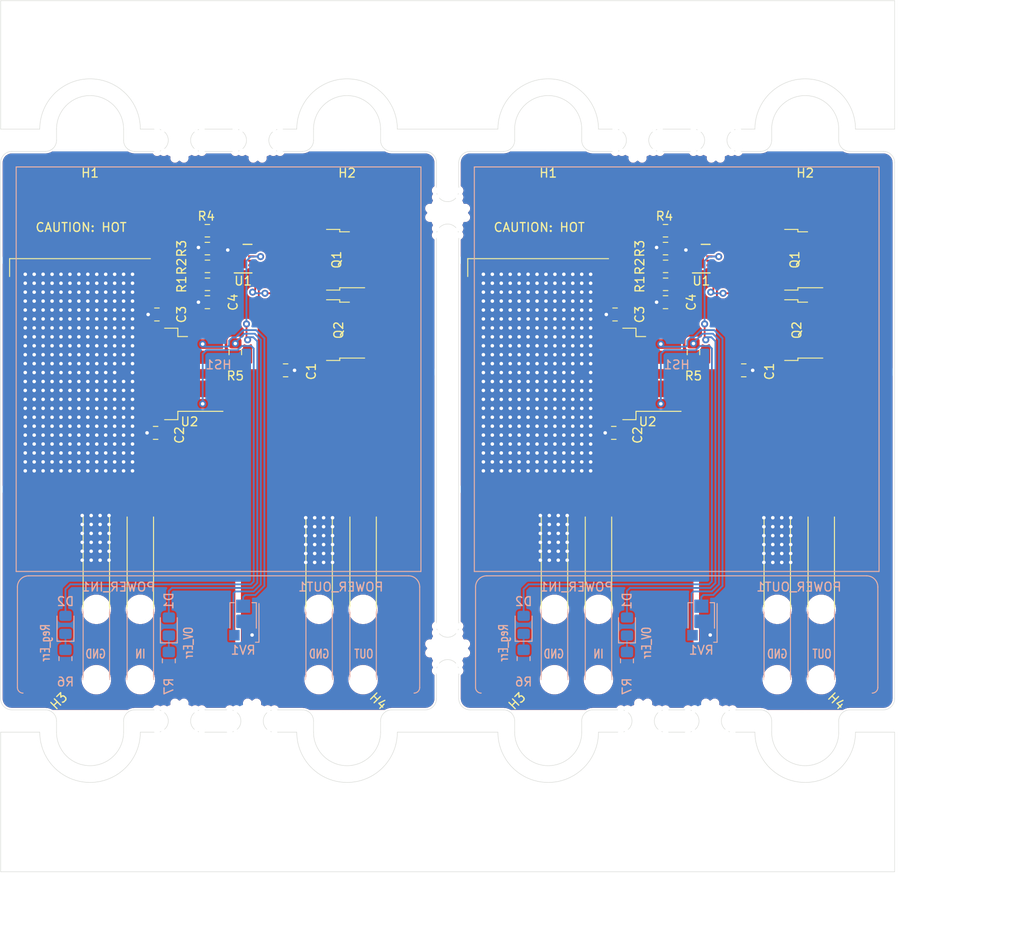
<source format=kicad_pcb>
(kicad_pcb (version 20171130) (host pcbnew "(5.1.9-0-10_14)")
  (layers (0 F.Cu signal) (31 B.Cu signal) (34 B.Paste user) (35 F.Paste user) (36 B.SilkS user) (37 F.SilkS user) (38 B.Mask user) (39 F.Mask user) (44 Edge.Cuts user))
  (net 0 "")
  (net 1 GND)
  (net 2 VCC)
  (net 3 /vout)
  (net 4 "Net-(Q1-Pad3)")
  (net 5 "Net-(Q1-Pad1)")
  (net 6 "Net-(R4-Pad1)")
  (net 7 "Net-(R5-Pad2)")
  (net 8 /reg_out)
  (net 9 /Cutoff/uv_sense)
  (net 10 /Cutoff/ov_sense)
  (net 11 /error)
  (net 12 "Net-(D1-Pad1)")
  (net 13 /supp_error)
  (net 14 "Net-(RV1-Pad2)")
  (net 15 "Net-(D2-Pad1)")
  (module breakpoint-lib:breakpoint (layer F.Cu) (at 137.795 123.825 90)
    (fp_text reference REF** hide)
    (fp_text value breakpoint)
    (pad "" np_thru_hole circle (at -2.54 -1.27 90) (size 0.65 0.65) (drill 0.65) (layers *.Cu *.Mask))
    (pad "" np_thru_hole circle (at 2.54 -1.27 90) (size 0.65 0.65) (drill 0.65) (layers *.Cu *.Mask))
    (pad "" np_thru_hole circle (at 2.54 1.27 90) (size 0.65 0.65) (drill 0.65) (layers *.Cu *.Mask))
    (pad "" np_thru_hole circle (at -2.54 1.27 90) (size 0.65 0.65) (drill 0.65) (layers *.Cu *.Mask))
    (pad "" np_thru_hole circle (at -1.778 1.27 90) (size 0.65 0.65) (drill 0.65) (layers *.Cu *.Mask))
    (pad "" np_thru_hole circle (at -1.016 1.27 90) (size 0.65 0.65) (drill 0.65) (layers *.Cu *.Mask))
    (pad "" np_thru_hole circle (at 1.778 1.27 90) (size 0.65 0.65) (drill 0.65) (layers *.Cu *.Mask))
    (pad "" np_thru_hole circle (at 1.016 1.27 90) (size 0.65 0.65) (drill 0.65) (layers *.Cu *.Mask))
    (pad "" np_thru_hole circle (at 0 1.27 90) (size 0.65 0.65) (drill 0.65) (layers *.Cu *.Mask))
    (pad "" np_thru_hole circle (at 0.508 0.508 90) (size 0.65 0.65) (drill 0.65) (layers *.Cu *.Mask))
    (pad "" np_thru_hole circle (at -0.508 0.508 90) (size 0.65 0.65) (drill 0.65) (layers *.Cu *.Mask))
    (pad "" np_thru_hole circle (at -0.508 2.032 90) (size 0.65 0.65) (drill 0.65) (layers *.Cu *.Mask))
    (pad "" np_thru_hole circle (at 0.508 2.032 90) (size 0.65 0.65) (drill 0.65) (layers *.Cu *.Mask))
    (pad "" np_thru_hole circle (at 1.778 -1.27 90) (size 0.65 0.65) (drill 0.65) (layers *.Cu *.Mask))
    (pad "" np_thru_hole circle (at 1.016 -1.27 90) (size 0.65 0.65) (drill 0.65) (layers *.Cu *.Mask))
    (pad "" np_thru_hole circle (at -1.778 -1.27 90) (size 0.65 0.65) (drill 0.65) (layers *.Cu *.Mask))
    (pad "" np_thru_hole circle (at -1.016 -1.27 90) (size 0.65 0.65) (drill 0.65) (layers *.Cu *.Mask))
    (pad "" np_thru_hole circle (at 0 -1.27 90) (size 0.65 0.65) (drill 0.65) (layers *.Cu *.Mask))
    (pad "" np_thru_hole circle (at -0.508 -0.508 90) (size 0.65 0.65) (drill 0.65) (layers *.Cu *.Mask))
    (pad "" np_thru_hole circle (at -0.508 -2.032 90) (size 0.65 0.65) (drill 0.65) (layers *.Cu *.Mask))
    (pad "" np_thru_hole circle (at 0.508 -2.032 90) (size 0.65 0.65) (drill 0.65) (layers *.Cu *.Mask))
    (pad "" np_thru_hole circle (at 0.508 -0.508 90) (size 0.65 0.65) (drill 0.65) (layers *.Cu *.Mask))
  )
  (module breakpoint-lib:breakpoint (layer F.Cu) (at 137.795 74.295 90)
    (fp_text reference REF** hide)
    (fp_text value breakpoint)
    (pad "" np_thru_hole circle (at 0.508 -0.508 90) (size 0.65 0.65) (drill 0.65) (layers *.Cu *.Mask))
    (pad "" np_thru_hole circle (at 0.508 -2.032 90) (size 0.65 0.65) (drill 0.65) (layers *.Cu *.Mask))
    (pad "" np_thru_hole circle (at -0.508 -2.032 90) (size 0.65 0.65) (drill 0.65) (layers *.Cu *.Mask))
    (pad "" np_thru_hole circle (at -0.508 -0.508 90) (size 0.65 0.65) (drill 0.65) (layers *.Cu *.Mask))
    (pad "" np_thru_hole circle (at 0 -1.27 90) (size 0.65 0.65) (drill 0.65) (layers *.Cu *.Mask))
    (pad "" np_thru_hole circle (at -1.016 -1.27 90) (size 0.65 0.65) (drill 0.65) (layers *.Cu *.Mask))
    (pad "" np_thru_hole circle (at -1.778 -1.27 90) (size 0.65 0.65) (drill 0.65) (layers *.Cu *.Mask))
    (pad "" np_thru_hole circle (at 1.016 -1.27 90) (size 0.65 0.65) (drill 0.65) (layers *.Cu *.Mask))
    (pad "" np_thru_hole circle (at 1.778 -1.27 90) (size 0.65 0.65) (drill 0.65) (layers *.Cu *.Mask))
    (pad "" np_thru_hole circle (at 0.508 2.032 90) (size 0.65 0.65) (drill 0.65) (layers *.Cu *.Mask))
    (pad "" np_thru_hole circle (at -0.508 2.032 90) (size 0.65 0.65) (drill 0.65) (layers *.Cu *.Mask))
    (pad "" np_thru_hole circle (at -0.508 0.508 90) (size 0.65 0.65) (drill 0.65) (layers *.Cu *.Mask))
    (pad "" np_thru_hole circle (at 0.508 0.508 90) (size 0.65 0.65) (drill 0.65) (layers *.Cu *.Mask))
    (pad "" np_thru_hole circle (at 0 1.27 90) (size 0.65 0.65) (drill 0.65) (layers *.Cu *.Mask))
    (pad "" np_thru_hole circle (at 1.016 1.27 90) (size 0.65 0.65) (drill 0.65) (layers *.Cu *.Mask))
    (pad "" np_thru_hole circle (at 1.778 1.27 90) (size 0.65 0.65) (drill 0.65) (layers *.Cu *.Mask))
    (pad "" np_thru_hole circle (at -1.016 1.27 90) (size 0.65 0.65) (drill 0.65) (layers *.Cu *.Mask))
    (pad "" np_thru_hole circle (at -1.778 1.27 90) (size 0.65 0.65) (drill 0.65) (layers *.Cu *.Mask))
    (pad "" np_thru_hole circle (at -2.54 1.27 90) (size 0.65 0.65) (drill 0.65) (layers *.Cu *.Mask))
    (pad "" np_thru_hole circle (at 2.54 1.27 90) (size 0.65 0.65) (drill 0.65) (layers *.Cu *.Mask))
    (pad "" np_thru_hole circle (at 2.54 -1.27 90) (size 0.65 0.65) (drill 0.65) (layers *.Cu *.Mask))
    (pad "" np_thru_hole circle (at -2.54 -1.27 90) (size 0.65 0.65) (drill 0.65) (layers *.Cu *.Mask))
  )
  (module breakpoint-lib:breakpoint (layer F.Cu) (at 168.275 66.04)
    (fp_text reference REF** hide)
    (fp_text value breakpoint)
    (pad "" np_thru_hole circle (at -2.54 -1.27) (size 0.65 0.65) (drill 0.65) (layers *.Cu *.Mask))
    (pad "" np_thru_hole circle (at 2.54 -1.27) (size 0.65 0.65) (drill 0.65) (layers *.Cu *.Mask))
    (pad "" np_thru_hole circle (at 2.54 1.27) (size 0.65 0.65) (drill 0.65) (layers *.Cu *.Mask))
    (pad "" np_thru_hole circle (at -2.54 1.27) (size 0.65 0.65) (drill 0.65) (layers *.Cu *.Mask))
    (pad "" np_thru_hole circle (at -1.778 1.27) (size 0.65 0.65) (drill 0.65) (layers *.Cu *.Mask))
    (pad "" np_thru_hole circle (at -1.016 1.27) (size 0.65 0.65) (drill 0.65) (layers *.Cu *.Mask))
    (pad "" np_thru_hole circle (at 1.778 1.27) (size 0.65 0.65) (drill 0.65) (layers *.Cu *.Mask))
    (pad "" np_thru_hole circle (at 1.016 1.27) (size 0.65 0.65) (drill 0.65) (layers *.Cu *.Mask))
    (pad "" np_thru_hole circle (at 0 1.27) (size 0.65 0.65) (drill 0.65) (layers *.Cu *.Mask))
    (pad "" np_thru_hole circle (at 0.508 0.508) (size 0.65 0.65) (drill 0.65) (layers *.Cu *.Mask))
    (pad "" np_thru_hole circle (at -0.508 0.508) (size 0.65 0.65) (drill 0.65) (layers *.Cu *.Mask))
    (pad "" np_thru_hole circle (at -0.508 2.032) (size 0.65 0.65) (drill 0.65) (layers *.Cu *.Mask))
    (pad "" np_thru_hole circle (at 0.508 2.032) (size 0.65 0.65) (drill 0.65) (layers *.Cu *.Mask))
    (pad "" np_thru_hole circle (at 1.778 -1.27) (size 0.65 0.65) (drill 0.65) (layers *.Cu *.Mask))
    (pad "" np_thru_hole circle (at 1.016 -1.27) (size 0.65 0.65) (drill 0.65) (layers *.Cu *.Mask))
    (pad "" np_thru_hole circle (at -1.778 -1.27) (size 0.65 0.65) (drill 0.65) (layers *.Cu *.Mask))
    (pad "" np_thru_hole circle (at -1.016 -1.27) (size 0.65 0.65) (drill 0.65) (layers *.Cu *.Mask))
    (pad "" np_thru_hole circle (at 0 -1.27) (size 0.65 0.65) (drill 0.65) (layers *.Cu *.Mask))
    (pad "" np_thru_hole circle (at -0.508 -0.508) (size 0.65 0.65) (drill 0.65) (layers *.Cu *.Mask))
    (pad "" np_thru_hole circle (at -0.508 -2.032) (size 0.65 0.65) (drill 0.65) (layers *.Cu *.Mask))
    (pad "" np_thru_hole circle (at 0.508 -2.032) (size 0.65 0.65) (drill 0.65) (layers *.Cu *.Mask))
    (pad "" np_thru_hole circle (at 0.508 -0.508) (size 0.65 0.65) (drill 0.65) (layers *.Cu *.Mask))
  )
  (module breakpoint-lib:breakpoint (layer F.Cu) (at 159.385 66.04)
    (fp_text reference REF** hide)
    (fp_text value breakpoint)
    (pad "" np_thru_hole circle (at -2.54 -1.27) (size 0.65 0.65) (drill 0.65) (layers *.Cu *.Mask))
    (pad "" np_thru_hole circle (at 2.54 -1.27) (size 0.65 0.65) (drill 0.65) (layers *.Cu *.Mask))
    (pad "" np_thru_hole circle (at 2.54 1.27) (size 0.65 0.65) (drill 0.65) (layers *.Cu *.Mask))
    (pad "" np_thru_hole circle (at -2.54 1.27) (size 0.65 0.65) (drill 0.65) (layers *.Cu *.Mask))
    (pad "" np_thru_hole circle (at -1.778 1.27) (size 0.65 0.65) (drill 0.65) (layers *.Cu *.Mask))
    (pad "" np_thru_hole circle (at -1.016 1.27) (size 0.65 0.65) (drill 0.65) (layers *.Cu *.Mask))
    (pad "" np_thru_hole circle (at 1.778 1.27) (size 0.65 0.65) (drill 0.65) (layers *.Cu *.Mask))
    (pad "" np_thru_hole circle (at 1.016 1.27) (size 0.65 0.65) (drill 0.65) (layers *.Cu *.Mask))
    (pad "" np_thru_hole circle (at 0 1.27) (size 0.65 0.65) (drill 0.65) (layers *.Cu *.Mask))
    (pad "" np_thru_hole circle (at 0.508 0.508) (size 0.65 0.65) (drill 0.65) (layers *.Cu *.Mask))
    (pad "" np_thru_hole circle (at -0.508 0.508) (size 0.65 0.65) (drill 0.65) (layers *.Cu *.Mask))
    (pad "" np_thru_hole circle (at -0.508 2.032) (size 0.65 0.65) (drill 0.65) (layers *.Cu *.Mask))
    (pad "" np_thru_hole circle (at 0.508 2.032) (size 0.65 0.65) (drill 0.65) (layers *.Cu *.Mask))
    (pad "" np_thru_hole circle (at 1.778 -1.27) (size 0.65 0.65) (drill 0.65) (layers *.Cu *.Mask))
    (pad "" np_thru_hole circle (at 1.016 -1.27) (size 0.65 0.65) (drill 0.65) (layers *.Cu *.Mask))
    (pad "" np_thru_hole circle (at -1.778 -1.27) (size 0.65 0.65) (drill 0.65) (layers *.Cu *.Mask))
    (pad "" np_thru_hole circle (at -1.016 -1.27) (size 0.65 0.65) (drill 0.65) (layers *.Cu *.Mask))
    (pad "" np_thru_hole circle (at 0 -1.27) (size 0.65 0.65) (drill 0.65) (layers *.Cu *.Mask))
    (pad "" np_thru_hole circle (at -0.508 -0.508) (size 0.65 0.65) (drill 0.65) (layers *.Cu *.Mask))
    (pad "" np_thru_hole circle (at -0.508 -2.032) (size 0.65 0.65) (drill 0.65) (layers *.Cu *.Mask))
    (pad "" np_thru_hole circle (at 0.508 -2.032) (size 0.65 0.65) (drill 0.65) (layers *.Cu *.Mask))
    (pad "" np_thru_hole circle (at 0.508 -0.508) (size 0.65 0.65) (drill 0.65) (layers *.Cu *.Mask))
  )
  (module breakpoint-lib:breakpoint (layer F.Cu) (at 116.205 66.04)
    (fp_text reference REF** hide)
    (fp_text value breakpoint)
    (pad "" np_thru_hole circle (at -2.54 -1.27) (size 0.65 0.65) (drill 0.65) (layers *.Cu *.Mask))
    (pad "" np_thru_hole circle (at 2.54 -1.27) (size 0.65 0.65) (drill 0.65) (layers *.Cu *.Mask))
    (pad "" np_thru_hole circle (at 2.54 1.27) (size 0.65 0.65) (drill 0.65) (layers *.Cu *.Mask))
    (pad "" np_thru_hole circle (at -2.54 1.27) (size 0.65 0.65) (drill 0.65) (layers *.Cu *.Mask))
    (pad "" np_thru_hole circle (at -1.778 1.27) (size 0.65 0.65) (drill 0.65) (layers *.Cu *.Mask))
    (pad "" np_thru_hole circle (at -1.016 1.27) (size 0.65 0.65) (drill 0.65) (layers *.Cu *.Mask))
    (pad "" np_thru_hole circle (at 1.778 1.27) (size 0.65 0.65) (drill 0.65) (layers *.Cu *.Mask))
    (pad "" np_thru_hole circle (at 1.016 1.27) (size 0.65 0.65) (drill 0.65) (layers *.Cu *.Mask))
    (pad "" np_thru_hole circle (at 0 1.27) (size 0.65 0.65) (drill 0.65) (layers *.Cu *.Mask))
    (pad "" np_thru_hole circle (at 0.508 0.508) (size 0.65 0.65) (drill 0.65) (layers *.Cu *.Mask))
    (pad "" np_thru_hole circle (at -0.508 0.508) (size 0.65 0.65) (drill 0.65) (layers *.Cu *.Mask))
    (pad "" np_thru_hole circle (at -0.508 2.032) (size 0.65 0.65) (drill 0.65) (layers *.Cu *.Mask))
    (pad "" np_thru_hole circle (at 0.508 2.032) (size 0.65 0.65) (drill 0.65) (layers *.Cu *.Mask))
    (pad "" np_thru_hole circle (at 1.778 -1.27) (size 0.65 0.65) (drill 0.65) (layers *.Cu *.Mask))
    (pad "" np_thru_hole circle (at 1.016 -1.27) (size 0.65 0.65) (drill 0.65) (layers *.Cu *.Mask))
    (pad "" np_thru_hole circle (at -1.778 -1.27) (size 0.65 0.65) (drill 0.65) (layers *.Cu *.Mask))
    (pad "" np_thru_hole circle (at -1.016 -1.27) (size 0.65 0.65) (drill 0.65) (layers *.Cu *.Mask))
    (pad "" np_thru_hole circle (at 0 -1.27) (size 0.65 0.65) (drill 0.65) (layers *.Cu *.Mask))
    (pad "" np_thru_hole circle (at -0.508 -0.508) (size 0.65 0.65) (drill 0.65) (layers *.Cu *.Mask))
    (pad "" np_thru_hole circle (at -0.508 -2.032) (size 0.65 0.65) (drill 0.65) (layers *.Cu *.Mask))
    (pad "" np_thru_hole circle (at 0.508 -2.032) (size 0.65 0.65) (drill 0.65) (layers *.Cu *.Mask))
    (pad "" np_thru_hole circle (at 0.508 -0.508) (size 0.65 0.65) (drill 0.65) (layers *.Cu *.Mask))
  )
  (module breakpoint-lib:breakpoint (layer F.Cu) (at 107.315 66.04)
    (fp_text reference REF** hide)
    (fp_text value breakpoint)
    (pad "" np_thru_hole circle (at -2.54 -1.27) (size 0.65 0.65) (drill 0.65) (layers *.Cu *.Mask))
    (pad "" np_thru_hole circle (at 2.54 -1.27) (size 0.65 0.65) (drill 0.65) (layers *.Cu *.Mask))
    (pad "" np_thru_hole circle (at 2.54 1.27) (size 0.65 0.65) (drill 0.65) (layers *.Cu *.Mask))
    (pad "" np_thru_hole circle (at -2.54 1.27) (size 0.65 0.65) (drill 0.65) (layers *.Cu *.Mask))
    (pad "" np_thru_hole circle (at -1.778 1.27) (size 0.65 0.65) (drill 0.65) (layers *.Cu *.Mask))
    (pad "" np_thru_hole circle (at -1.016 1.27) (size 0.65 0.65) (drill 0.65) (layers *.Cu *.Mask))
    (pad "" np_thru_hole circle (at 1.778 1.27) (size 0.65 0.65) (drill 0.65) (layers *.Cu *.Mask))
    (pad "" np_thru_hole circle (at 1.016 1.27) (size 0.65 0.65) (drill 0.65) (layers *.Cu *.Mask))
    (pad "" np_thru_hole circle (at 0 1.27) (size 0.65 0.65) (drill 0.65) (layers *.Cu *.Mask))
    (pad "" np_thru_hole circle (at 0.508 0.508) (size 0.65 0.65) (drill 0.65) (layers *.Cu *.Mask))
    (pad "" np_thru_hole circle (at -0.508 0.508) (size 0.65 0.65) (drill 0.65) (layers *.Cu *.Mask))
    (pad "" np_thru_hole circle (at -0.508 2.032) (size 0.65 0.65) (drill 0.65) (layers *.Cu *.Mask))
    (pad "" np_thru_hole circle (at 0.508 2.032) (size 0.65 0.65) (drill 0.65) (layers *.Cu *.Mask))
    (pad "" np_thru_hole circle (at 1.778 -1.27) (size 0.65 0.65) (drill 0.65) (layers *.Cu *.Mask))
    (pad "" np_thru_hole circle (at 1.016 -1.27) (size 0.65 0.65) (drill 0.65) (layers *.Cu *.Mask))
    (pad "" np_thru_hole circle (at -1.778 -1.27) (size 0.65 0.65) (drill 0.65) (layers *.Cu *.Mask))
    (pad "" np_thru_hole circle (at -1.016 -1.27) (size 0.65 0.65) (drill 0.65) (layers *.Cu *.Mask))
    (pad "" np_thru_hole circle (at 0 -1.27) (size 0.65 0.65) (drill 0.65) (layers *.Cu *.Mask))
    (pad "" np_thru_hole circle (at -0.508 -0.508) (size 0.65 0.65) (drill 0.65) (layers *.Cu *.Mask))
    (pad "" np_thru_hole circle (at -0.508 -2.032) (size 0.65 0.65) (drill 0.65) (layers *.Cu *.Mask))
    (pad "" np_thru_hole circle (at 0.508 -2.032) (size 0.65 0.65) (drill 0.65) (layers *.Cu *.Mask))
    (pad "" np_thru_hole circle (at 0.508 -0.508) (size 0.65 0.65) (drill 0.65) (layers *.Cu *.Mask))
  )
  (module breakpoint-lib:breakpoint (layer F.Cu) (at 107.315 132.08)
    (fp_text reference REF** hide)
    (fp_text value breakpoint)
    (pad "" np_thru_hole circle (at -2.54 -1.27) (size 0.65 0.65) (drill 0.65) (layers *.Cu *.Mask))
    (pad "" np_thru_hole circle (at 2.54 -1.27) (size 0.65 0.65) (drill 0.65) (layers *.Cu *.Mask))
    (pad "" np_thru_hole circle (at 2.54 1.27) (size 0.65 0.65) (drill 0.65) (layers *.Cu *.Mask))
    (pad "" np_thru_hole circle (at -2.54 1.27) (size 0.65 0.65) (drill 0.65) (layers *.Cu *.Mask))
    (pad "" np_thru_hole circle (at -1.778 1.27) (size 0.65 0.65) (drill 0.65) (layers *.Cu *.Mask))
    (pad "" np_thru_hole circle (at -1.016 1.27) (size 0.65 0.65) (drill 0.65) (layers *.Cu *.Mask))
    (pad "" np_thru_hole circle (at 1.778 1.27) (size 0.65 0.65) (drill 0.65) (layers *.Cu *.Mask))
    (pad "" np_thru_hole circle (at 1.016 1.27) (size 0.65 0.65) (drill 0.65) (layers *.Cu *.Mask))
    (pad "" np_thru_hole circle (at 0 1.27) (size 0.65 0.65) (drill 0.65) (layers *.Cu *.Mask))
    (pad "" np_thru_hole circle (at 0.508 0.508) (size 0.65 0.65) (drill 0.65) (layers *.Cu *.Mask))
    (pad "" np_thru_hole circle (at -0.508 0.508) (size 0.65 0.65) (drill 0.65) (layers *.Cu *.Mask))
    (pad "" np_thru_hole circle (at -0.508 2.032) (size 0.65 0.65) (drill 0.65) (layers *.Cu *.Mask))
    (pad "" np_thru_hole circle (at 0.508 2.032) (size 0.65 0.65) (drill 0.65) (layers *.Cu *.Mask))
    (pad "" np_thru_hole circle (at 1.778 -1.27) (size 0.65 0.65) (drill 0.65) (layers *.Cu *.Mask))
    (pad "" np_thru_hole circle (at 1.016 -1.27) (size 0.65 0.65) (drill 0.65) (layers *.Cu *.Mask))
    (pad "" np_thru_hole circle (at -1.778 -1.27) (size 0.65 0.65) (drill 0.65) (layers *.Cu *.Mask))
    (pad "" np_thru_hole circle (at -1.016 -1.27) (size 0.65 0.65) (drill 0.65) (layers *.Cu *.Mask))
    (pad "" np_thru_hole circle (at 0 -1.27) (size 0.65 0.65) (drill 0.65) (layers *.Cu *.Mask))
    (pad "" np_thru_hole circle (at -0.508 -0.508) (size 0.65 0.65) (drill 0.65) (layers *.Cu *.Mask))
    (pad "" np_thru_hole circle (at -0.508 -2.032) (size 0.65 0.65) (drill 0.65) (layers *.Cu *.Mask))
    (pad "" np_thru_hole circle (at 0.508 -2.032) (size 0.65 0.65) (drill 0.65) (layers *.Cu *.Mask))
    (pad "" np_thru_hole circle (at 0.508 -0.508) (size 0.65 0.65) (drill 0.65) (layers *.Cu *.Mask))
  )
  (module breakpoint-lib:breakpoint (layer F.Cu) (at 115.57 132.08)
    (fp_text reference REF** hide)
    (fp_text value breakpoint)
    (pad "" np_thru_hole circle (at -2.54 -1.27) (size 0.65 0.65) (drill 0.65) (layers *.Cu *.Mask))
    (pad "" np_thru_hole circle (at 2.54 -1.27) (size 0.65 0.65) (drill 0.65) (layers *.Cu *.Mask))
    (pad "" np_thru_hole circle (at 2.54 1.27) (size 0.65 0.65) (drill 0.65) (layers *.Cu *.Mask))
    (pad "" np_thru_hole circle (at -2.54 1.27) (size 0.65 0.65) (drill 0.65) (layers *.Cu *.Mask))
    (pad "" np_thru_hole circle (at -1.778 1.27) (size 0.65 0.65) (drill 0.65) (layers *.Cu *.Mask))
    (pad "" np_thru_hole circle (at -1.016 1.27) (size 0.65 0.65) (drill 0.65) (layers *.Cu *.Mask))
    (pad "" np_thru_hole circle (at 1.778 1.27) (size 0.65 0.65) (drill 0.65) (layers *.Cu *.Mask))
    (pad "" np_thru_hole circle (at 1.016 1.27) (size 0.65 0.65) (drill 0.65) (layers *.Cu *.Mask))
    (pad "" np_thru_hole circle (at 0 1.27) (size 0.65 0.65) (drill 0.65) (layers *.Cu *.Mask))
    (pad "" np_thru_hole circle (at 0.508 0.508) (size 0.65 0.65) (drill 0.65) (layers *.Cu *.Mask))
    (pad "" np_thru_hole circle (at -0.508 0.508) (size 0.65 0.65) (drill 0.65) (layers *.Cu *.Mask))
    (pad "" np_thru_hole circle (at -0.508 2.032) (size 0.65 0.65) (drill 0.65) (layers *.Cu *.Mask))
    (pad "" np_thru_hole circle (at 0.508 2.032) (size 0.65 0.65) (drill 0.65) (layers *.Cu *.Mask))
    (pad "" np_thru_hole circle (at 1.778 -1.27) (size 0.65 0.65) (drill 0.65) (layers *.Cu *.Mask))
    (pad "" np_thru_hole circle (at 1.016 -1.27) (size 0.65 0.65) (drill 0.65) (layers *.Cu *.Mask))
    (pad "" np_thru_hole circle (at -1.778 -1.27) (size 0.65 0.65) (drill 0.65) (layers *.Cu *.Mask))
    (pad "" np_thru_hole circle (at -1.016 -1.27) (size 0.65 0.65) (drill 0.65) (layers *.Cu *.Mask))
    (pad "" np_thru_hole circle (at 0 -1.27) (size 0.65 0.65) (drill 0.65) (layers *.Cu *.Mask))
    (pad "" np_thru_hole circle (at -0.508 -0.508) (size 0.65 0.65) (drill 0.65) (layers *.Cu *.Mask))
    (pad "" np_thru_hole circle (at -0.508 -2.032) (size 0.65 0.65) (drill 0.65) (layers *.Cu *.Mask))
    (pad "" np_thru_hole circle (at 0.508 -2.032) (size 0.65 0.65) (drill 0.65) (layers *.Cu *.Mask))
    (pad "" np_thru_hole circle (at 0.508 -0.508) (size 0.65 0.65) (drill 0.65) (layers *.Cu *.Mask))
  )
  (module breakpoint-lib:breakpoint (layer F.Cu) (at 160.02 132.08)
    (fp_text reference REF** hide)
    (fp_text value breakpoint)
    (pad "" np_thru_hole circle (at -2.54 -1.27) (size 0.65 0.65) (drill 0.65) (layers *.Cu *.Mask))
    (pad "" np_thru_hole circle (at 2.54 -1.27) (size 0.65 0.65) (drill 0.65) (layers *.Cu *.Mask))
    (pad "" np_thru_hole circle (at 2.54 1.27) (size 0.65 0.65) (drill 0.65) (layers *.Cu *.Mask))
    (pad "" np_thru_hole circle (at -2.54 1.27) (size 0.65 0.65) (drill 0.65) (layers *.Cu *.Mask))
    (pad "" np_thru_hole circle (at -1.778 1.27) (size 0.65 0.65) (drill 0.65) (layers *.Cu *.Mask))
    (pad "" np_thru_hole circle (at -1.016 1.27) (size 0.65 0.65) (drill 0.65) (layers *.Cu *.Mask))
    (pad "" np_thru_hole circle (at 1.778 1.27) (size 0.65 0.65) (drill 0.65) (layers *.Cu *.Mask))
    (pad "" np_thru_hole circle (at 1.016 1.27) (size 0.65 0.65) (drill 0.65) (layers *.Cu *.Mask))
    (pad "" np_thru_hole circle (at 0 1.27) (size 0.65 0.65) (drill 0.65) (layers *.Cu *.Mask))
    (pad "" np_thru_hole circle (at 0.508 0.508) (size 0.65 0.65) (drill 0.65) (layers *.Cu *.Mask))
    (pad "" np_thru_hole circle (at -0.508 0.508) (size 0.65 0.65) (drill 0.65) (layers *.Cu *.Mask))
    (pad "" np_thru_hole circle (at -0.508 2.032) (size 0.65 0.65) (drill 0.65) (layers *.Cu *.Mask))
    (pad "" np_thru_hole circle (at 0.508 2.032) (size 0.65 0.65) (drill 0.65) (layers *.Cu *.Mask))
    (pad "" np_thru_hole circle (at 1.778 -1.27) (size 0.65 0.65) (drill 0.65) (layers *.Cu *.Mask))
    (pad "" np_thru_hole circle (at 1.016 -1.27) (size 0.65 0.65) (drill 0.65) (layers *.Cu *.Mask))
    (pad "" np_thru_hole circle (at -1.778 -1.27) (size 0.65 0.65) (drill 0.65) (layers *.Cu *.Mask))
    (pad "" np_thru_hole circle (at -1.016 -1.27) (size 0.65 0.65) (drill 0.65) (layers *.Cu *.Mask))
    (pad "" np_thru_hole circle (at 0 -1.27) (size 0.65 0.65) (drill 0.65) (layers *.Cu *.Mask))
    (pad "" np_thru_hole circle (at -0.508 -0.508) (size 0.65 0.65) (drill 0.65) (layers *.Cu *.Mask))
    (pad "" np_thru_hole circle (at -0.508 -2.032) (size 0.65 0.65) (drill 0.65) (layers *.Cu *.Mask))
    (pad "" np_thru_hole circle (at 0.508 -2.032) (size 0.65 0.65) (drill 0.65) (layers *.Cu *.Mask))
    (pad "" np_thru_hole circle (at 0.508 -0.508) (size 0.65 0.65) (drill 0.65) (layers *.Cu *.Mask))
  )
  (module breakpoint-lib:breakpoint (layer F.Cu) (at 167.64 132.08)
    (fp_text reference REF** hide)
    (fp_text value breakpoint)
    (pad "" np_thru_hole circle (at 0.508 -0.508) (size 0.65 0.65) (drill 0.65) (layers *.Cu *.Mask))
    (pad "" np_thru_hole circle (at 0.508 -2.032) (size 0.65 0.65) (drill 0.65) (layers *.Cu *.Mask))
    (pad "" np_thru_hole circle (at -0.508 -2.032) (size 0.65 0.65) (drill 0.65) (layers *.Cu *.Mask))
    (pad "" np_thru_hole circle (at -0.508 -0.508) (size 0.65 0.65) (drill 0.65) (layers *.Cu *.Mask))
    (pad "" np_thru_hole circle (at 0 -1.27) (size 0.65 0.65) (drill 0.65) (layers *.Cu *.Mask))
    (pad "" np_thru_hole circle (at -1.016 -1.27) (size 0.65 0.65) (drill 0.65) (layers *.Cu *.Mask))
    (pad "" np_thru_hole circle (at -1.778 -1.27) (size 0.65 0.65) (drill 0.65) (layers *.Cu *.Mask))
    (pad "" np_thru_hole circle (at 1.016 -1.27) (size 0.65 0.65) (drill 0.65) (layers *.Cu *.Mask))
    (pad "" np_thru_hole circle (at 1.778 -1.27) (size 0.65 0.65) (drill 0.65) (layers *.Cu *.Mask))
    (pad "" np_thru_hole circle (at 0.508 2.032) (size 0.65 0.65) (drill 0.65) (layers *.Cu *.Mask))
    (pad "" np_thru_hole circle (at -0.508 2.032) (size 0.65 0.65) (drill 0.65) (layers *.Cu *.Mask))
    (pad "" np_thru_hole circle (at -0.508 0.508) (size 0.65 0.65) (drill 0.65) (layers *.Cu *.Mask))
    (pad "" np_thru_hole circle (at 0.508 0.508) (size 0.65 0.65) (drill 0.65) (layers *.Cu *.Mask))
    (pad "" np_thru_hole circle (at 0 1.27) (size 0.65 0.65) (drill 0.65) (layers *.Cu *.Mask))
    (pad "" np_thru_hole circle (at 1.016 1.27) (size 0.65 0.65) (drill 0.65) (layers *.Cu *.Mask))
    (pad "" np_thru_hole circle (at 1.778 1.27) (size 0.65 0.65) (drill 0.65) (layers *.Cu *.Mask))
    (pad "" np_thru_hole circle (at -1.016 1.27) (size 0.65 0.65) (drill 0.65) (layers *.Cu *.Mask))
    (pad "" np_thru_hole circle (at -1.778 1.27) (size 0.65 0.65) (drill 0.65) (layers *.Cu *.Mask))
    (pad "" np_thru_hole circle (at -2.54 1.27) (size 0.65 0.65) (drill 0.65) (layers *.Cu *.Mask))
    (pad "" np_thru_hole circle (at 2.54 1.27) (size 0.65 0.65) (drill 0.65) (layers *.Cu *.Mask))
    (pad "" np_thru_hole circle (at 2.54 -1.27) (size 0.65 0.65) (drill 0.65) (layers *.Cu *.Mask))
    (pad "" np_thru_hole circle (at -2.54 -1.27) (size 0.65 0.65) (drill 0.65) (layers *.Cu *.Mask))
  )
  (module MountingHole:MountingHole_4mm (layer F.Cu) (at 126.365 133.35 315)
    (fp_text reference H4 (at 0 -5 135) (layer F.SilkS))
    (fp_text value MountingHole)
    (pad 1 np_thru_hole circle (at 0 0 315) (size 4 4) (drill 4) (layers *.Cu *.Mask))
  )
  (module MountingHole:MountingHole_4mm (layer F.Cu) (at 97.155 133.35 45)
    (fp_text reference H3 (at 0 -5 45) (layer F.SilkS))
    (fp_text value MountingHole)
    (pad 1 np_thru_hole circle (at 0 0 45) (size 4 4) (drill 4) (layers *.Cu *.Mask))
  )
  (module MountingHole:MountingHole_4mm (layer F.Cu) (at 126.365 64.77 180)
    (fp_text reference H2 (at 0 -5) (layer F.SilkS))
    (fp_text value MountingHole)
    (pad 1 np_thru_hole circle (at 0 0 180) (size 4 4) (drill 4) (layers *.Cu *.Mask))
  )
  (module MountingHole:MountingHole_4mm (layer F.Cu) (at 97.155 64.77 180)
    (fp_text reference H1 (at 0 -5) (layer F.SilkS))
    (fp_text value MountingHole)
    (pad 1 np_thru_hole circle (at 0 0 180) (size 4 4) (drill 4) (layers *.Cu *.Mask))
  )
  (module Resistor_SMD:R_0805_2012Metric_Pad1.20x1.40mm_HandSolder (layer B.Cu) (at 94.361001 124.984 270)
    (fp_text reference R6 (at 2.651 0 180) (layer B.SilkS) (effects (justify mirror)))
    (fp_text value 1k8)
    (pad 2 smd roundrect (at 1 0 270) (size 1.2 1.4) (layers B.Cu B.Paste B.Mask) (roundrect_rratio 0.2083325) (net 1 GND))
    (pad 1 smd roundrect (at -1 0 270) (size 1.2 1.4) (layers B.Cu B.Paste B.Mask) (roundrect_rratio 0.2083325) (net 15 "Net-(D2-Pad1)"))
  )
  (module LED_SMD:LED_0805_2012Metric_Pad1.15x1.40mm_HandSolder (layer B.Cu) (at 94.361 121.149 90)
    (fp_text reference D2 (at 2.658 0 180) (layer B.SilkS) (effects (justify mirror)))
    (fp_text value LED)
    (pad 2 smd roundrect (at 1.025 0 90) (size 1.15 1.4) (layers B.Cu B.Paste B.Mask) (roundrect_rratio 0.2173904347826087) (net 13 /supp_error))
    (pad 1 smd roundrect (at -1.025 0 90) (size 1.15 1.4) (layers B.Cu B.Paste B.Mask) (roundrect_rratio 0.2173904347826087) (net 15 "Net-(D2-Pad1)"))
  )
  (module wire-connector-lib:connector-wire-3cm2-2pin-smd (layer F.Cu) (at 125.69 119.38)
    (fp_text reference POWER_OUT1 (at -0.04 -2.54 180) (layer B.SilkS) (effects (justify mirror)))
    (fp_text value Conn_01x02_Female)
    (pad 2 smd rect (at 2.5 -8) (size 2.95 5) (layers F.Cu F.Paste F.Mask) (net 3 /vout))
    (pad 1 smd rect (at -2.5 -8) (size 2.95 5) (layers F.Cu F.Paste F.Mask) (net 1 GND))
    (pad "" np_thru_hole circle (at 2.5 8) (size 2.95 2.95) (drill 2.95) (layers *.Cu *.Mask))
    (pad "" np_thru_hole circle (at -2.5 8) (size 2.95 2.95) (drill 2.95) (layers *.Cu *.Mask))
    (pad "" np_thru_hole circle (at -2.5 0) (size 2.95 2.95) (drill 2.95) (layers *.Cu *.Mask))
    (pad "" np_thru_hole circle (at 2.5 0) (size 2.95 2.95) (drill 2.95) (layers *.Cu *.Mask))
  )
  (module wire-connector-lib:connector-wire-3cm2-2pin-smd (layer F.Cu) (at 100.37 119.38)
    (fp_text reference POWER_IN1 (at 0 -2.54 180) (layer B.SilkS) (effects (justify mirror)))
    (fp_text value Conn_01x02_Female)
    (pad 2 smd rect (at 2.5 -8) (size 2.95 5) (layers F.Cu F.Paste F.Mask) (net 2 VCC))
    (pad 1 smd rect (at -2.5 -8) (size 2.95 5) (layers F.Cu F.Paste F.Mask) (net 1 GND))
    (pad "" np_thru_hole circle (at 2.5 8) (size 2.95 2.95) (drill 2.95) (layers *.Cu *.Mask))
    (pad "" np_thru_hole circle (at -2.5 8) (size 2.95 2.95) (drill 2.95) (layers *.Cu *.Mask))
    (pad "" np_thru_hole circle (at -2.5 0) (size 2.95 2.95) (drill 2.95) (layers *.Cu *.Mask))
    (pad "" np_thru_hole circle (at 2.5 0) (size 2.95 2.95) (drill 2.95) (layers *.Cu *.Mask))
  )
  (module potentiometer-lib:TC33X-2-201G (layer B.Cu) (at 114.554 120.523 180)
    (fp_text reference RV1 (at 0 -3.5) (layer B.SilkS) (effects (justify mirror)))
    (fp_text value R_POT)
    (pad 3 smd rect (at 1 -1.8 180) (size 1.2 1.2) (layers B.Cu B.Paste B.Mask) (net 7 "Net-(R5-Pad2)"))
    (pad 2 smd rect (at 0 1.5 180) (size 1.6 1.5) (layers B.Cu B.Paste B.Mask) (net 14 "Net-(RV1-Pad2)"))
    (pad 1 smd rect (at -1 -1.8 180) (size 1.2 1.2) (layers B.Cu B.Paste B.Mask) (net 1 GND))
  )
  (module heatsink-lib:Ohmite-BGAH450125E (layer B.Cu) (at 111.76 92.075)
    (fp_text reference HS1 (at 0 -0.5) (layer B.SilkS) (effects (justify mirror)))
    (fp_text value Heatsink)
  )
  (module Resistor_SMD:R_0805_2012Metric_Pad1.20x1.40mm_HandSolder (layer B.Cu) (at 106.1085 125.238 270)
    (fp_text reference R7 (at 2.905 0 270) (layer B.SilkS) (effects (justify mirror)))
    (fp_text value 1k8)
    (pad 2 smd roundrect (at 1 0 270) (size 1.2 1.4) (layers B.Cu B.Paste B.Mask) (roundrect_rratio 0.2083325) (net 1 GND))
    (pad 1 smd roundrect (at -1 0 270) (size 1.2 1.4) (layers B.Cu B.Paste B.Mask) (roundrect_rratio 0.2083325) (net 12 "Net-(D1-Pad1)"))
  )
  (module LED_SMD:LED_0805_2012Metric_Pad1.15x1.40mm_HandSolder (layer B.Cu) (at 106.1085 121.3325 90)
    (fp_text reference D1 (at 2.905 0 270) (layer B.SilkS) (effects (justify mirror)))
    (fp_text value LED)
    (pad 2 smd roundrect (at 1.025 0 90) (size 1.15 1.4) (layers B.Cu B.Paste B.Mask) (roundrect_rratio 0.2173904347826087) (net 11 /error))
    (pad 1 smd roundrect (at -1.025 0 90) (size 1.15 1.4) (layers B.Cu B.Paste B.Mask) (roundrect_rratio 0.2173904347826087) (net 12 "Net-(D1-Pad1)"))
  )
  (module Capacitor_SMD:C_0805_2012Metric_Pad1.18x1.45mm_HandSolder (layer F.Cu) (at 110.49 84.455)
    (fp_text reference C4 (at 2.921 0 90) (layer F.SilkS))
    (fp_text value 4.7uF)
    (pad 2 smd roundrect (at 1.0375 0) (size 1.175 1.45) (layers F.Cu F.Paste F.Mask) (roundrect_rratio 0.2127659574468085) (net 8 /reg_out))
    (pad 1 smd roundrect (at -1.0375 0) (size 1.175 1.45) (layers F.Cu F.Paste F.Mask) (roundrect_rratio 0.2127659574468085) (net 1 GND))
  )
  (module Capacitor_SMD:C_0805_2012Metric_Pad1.18x1.45mm_HandSolder (layer F.Cu) (at 104.7535 85.852 180)
    (fp_text reference C3 (at -2.794 0 90) (layer F.SilkS))
    (fp_text value 10uF)
    (pad 2 smd roundrect (at 1.0375 0 180) (size 1.175 1.45) (layers F.Cu F.Paste F.Mask) (roundrect_rratio 0.2127659574468085) (net 1 GND))
    (pad 1 smd roundrect (at -1.0375 0 180) (size 1.175 1.45) (layers F.Cu F.Paste F.Mask) (roundrect_rratio 0.2127659574468085) (net 8 /reg_out))
  )
  (module Capacitor_SMD:C_0805_2012Metric_Pad1.18x1.45mm_HandSolder (layer F.Cu) (at 104.6075 99.314 180)
    (fp_text reference C2 (at -2.7075 -0.254 90) (layer F.SilkS))
    (fp_text value 10uF)
    (pad 2 smd roundrect (at 1.0375 0 180) (size 1.175 1.45) (layers F.Cu F.Paste F.Mask) (roundrect_rratio 0.2127659574468085) (net 1 GND))
    (pad 1 smd roundrect (at -1.0375 0 180) (size 1.175 1.45) (layers F.Cu F.Paste F.Mask) (roundrect_rratio 0.2127659574468085) (net 2 VCC))
  )
  (module Capacitor_SMD:C_0805_2012Metric_Pad1.18x1.45mm_HandSolder (layer F.Cu) (at 119.38 92.202)
    (fp_text reference C1 (at 2.921 0.127 90) (layer F.SilkS))
    (fp_text value 10uF)
    (pad 2 smd roundrect (at 1.0375 0) (size 1.175 1.45) (layers F.Cu F.Paste F.Mask) (roundrect_rratio 0.2127659574468085) (net 1 GND))
    (pad 1 smd roundrect (at -1.0375 0) (size 1.175 1.45) (layers F.Cu F.Paste F.Mask) (roundrect_rratio 0.2127659574468085) (net 3 /vout))
  )
  (module Package_TO_SOT_SMD:TO-263-5_TabPin3 (layer F.Cu) (at 104.182 92.612 180)
    (fp_text reference U2 (at -4.276 -5.432) (layer F.SilkS))
    (fp_text value MIC29303WU)
    (pad 1 smd rect (at -5.775 -3.4 180) (size 4.6 1.1) (layers F.Cu F.Paste F.Mask) (net 13 /supp_error))
    (pad 2 smd rect (at -5.775 -1.7 180) (size 4.6 1.1) (layers F.Cu F.Paste F.Mask) (net 2 VCC))
    (pad 3 smd rect (at -5.775 0 180) (size 4.6 1.1) (layers F.Cu F.Paste F.Mask) (net 1 GND))
    (pad 4 smd rect (at -5.775 1.7 180) (size 4.6 1.1) (layers F.Cu F.Paste F.Mask) (net 8 /reg_out))
    (pad 5 smd rect (at -5.775 3.4 180) (size 4.6 1.1) (layers F.Cu F.Paste F.Mask) (net 14 "Net-(RV1-Pad2)"))
    (pad 3 smd rect (at 3.375 0 180) (size 9.4 10.8) (layers F.Cu F.Mask) (net 1 GND))
  )
  (module Package_DFN_QFN:DFN-8-1EP_2x3mm_P0.5mm_EP0.61x2.2mm (layer F.Cu) (at 114.554 79.502)
    (fp_text reference U1 (at 0 2.54) (layer F.SilkS))
    (fp_text value LTC4365DDB)
    (pad 1 smd rect (at -0.925 -0.75) (size 0.7 0.25) (layers F.Cu F.Paste F.Mask) (net 1 GND))
    (pad 2 smd rect (at -0.925 -0.25) (size 0.7 0.25) (layers F.Cu F.Paste F.Mask) (net 10 /Cutoff/ov_sense))
    (pad 3 smd rect (at -0.925 0.25) (size 0.7 0.25) (layers F.Cu F.Paste F.Mask) (net 9 /Cutoff/uv_sense))
    (pad 4 smd rect (at -0.925 0.75) (size 0.7 0.25) (layers F.Cu F.Paste F.Mask) (net 8 /reg_out))
    (pad 5 smd rect (at 0.925 0.75) (size 0.7 0.25) (layers F.Cu F.Paste F.Mask) (net 5 "Net-(Q1-Pad1)"))
    (pad 6 smd rect (at 0.925 0.25) (size 0.7 0.25) (layers F.Cu F.Paste F.Mask) (net 3 /vout))
    (pad 7 smd rect (at 0.925 -0.25) (size 0.7 0.25) (layers F.Cu F.Paste F.Mask) (net 11 /error))
    (pad 8 smd rect (at 0.925 -0.75) (size 0.7 0.25) (layers F.Cu F.Paste F.Mask) (net 6 "Net-(R4-Pad1)"))
    (pad 9 smd rect (at 0 0) (size 0.61 2.2) (layers F.Cu F.Mask) (net 1 GND))
  )
  (module Resistor_SMD:R_0805_2012Metric_Pad1.15x1.40mm_HandSolder (layer F.Cu) (at 113.665 90.17 90)
    (fp_text reference R5 (at -2.667 0 180) (layer F.SilkS))
    (fp_text value 18)
    (pad 2 smd roundrect (at 1.025 0 90) (size 1.15 1.4) (layers F.Cu F.Paste F.Mask) (roundrect_rratio 0.2173904347826087) (net 7 "Net-(R5-Pad2)"))
    (pad 1 smd roundrect (at -1.025 0 90) (size 1.15 1.4) (layers F.Cu F.Paste F.Mask) (roundrect_rratio 0.2173904347826087) (net 8 /reg_out))
  )
  (module Resistor_SMD:R_0805_2012Metric_Pad1.15x1.40mm_HandSolder (layer F.Cu) (at 110.49 76.327 180)
    (fp_text reference R4 (at 0.127 1.651 180) (layer F.SilkS))
    (fp_text value 100k)
    (pad 2 smd roundrect (at 1.025 0 180) (size 1.15 1.4) (layers F.Cu F.Paste F.Mask) (roundrect_rratio 0.2173904347826087) (net 8 /reg_out))
    (pad 1 smd roundrect (at -1.025 0 180) (size 1.15 1.4) (layers F.Cu F.Paste F.Mask) (roundrect_rratio 0.2173904347826087) (net 6 "Net-(R4-Pad1)"))
  )
  (module Resistor_SMD:R_0805_2012Metric_Pad1.15x1.40mm_HandSolder (layer F.Cu) (at 110.49 78.359 180)
    (fp_text reference R3 (at 2.93 0 270) (layer F.SilkS))
    (fp_text value 100k)
    (pad 2 smd roundrect (at 1.025 0 180) (size 1.15 1.4) (layers F.Cu F.Paste F.Mask) (roundrect_rratio 0.2173904347826087) (net 1 GND))
    (pad 1 smd roundrect (at -1.025 0 180) (size 1.15 1.4) (layers F.Cu F.Paste F.Mask) (roundrect_rratio 0.2173904347826087) (net 10 /Cutoff/ov_sense))
  )
  (module Resistor_SMD:R_0805_2012Metric_Pad1.15x1.40mm_HandSolder (layer F.Cu) (at 110.499 80.382 180)
    (fp_text reference R2 (at 2.93 -0.009 270) (layer F.SilkS))
    (fp_text value 200k)
    (pad 2 smd roundrect (at 1.025 0 180) (size 1.15 1.4) (layers F.Cu F.Paste F.Mask) (roundrect_rratio 0.2173904347826087) (net 10 /Cutoff/ov_sense))
    (pad 1 smd roundrect (at -1.025 0 180) (size 1.15 1.4) (layers F.Cu F.Paste F.Mask) (roundrect_rratio 0.2173904347826087) (net 9 /Cutoff/uv_sense))
  )
  (module Resistor_SMD:R_0805_2012Metric_Pad1.15x1.40mm_HandSolder (layer F.Cu) (at 110.499 82.423 180)
    (fp_text reference R1 (at 2.93 0 270) (layer F.SilkS))
    (fp_text value 2.7M)
    (pad 2 smd roundrect (at 1.025 0 180) (size 1.15 1.4) (layers F.Cu F.Paste F.Mask) (roundrect_rratio 0.2173904347826087) (net 9 /Cutoff/uv_sense))
    (pad 1 smd roundrect (at -1.025 0 180) (size 1.15 1.4) (layers F.Cu F.Paste F.Mask) (roundrect_rratio 0.2173904347826087) (net 8 /reg_out))
  )
  (module Package_TO_SOT_SMD:TO-252-2 (layer F.Cu) (at 123.063 87.63 180)
    (fp_text reference Q2 (at -2.345 0 270) (layer F.SilkS))
    (fp_text value Q_NMOS_DGS)
    (pad 1 smd rect (at -4.2 -2.28 180) (size 2.2 1.2) (layers F.Cu F.Paste F.Mask) (net 5 "Net-(Q1-Pad1)"))
    (pad 3 smd rect (at -4.2 2.28 180) (size 2.2 1.2) (layers F.Cu F.Paste F.Mask) (net 4 "Net-(Q1-Pad3)"))
    (pad 2 smd rect (at 2.1 0 180) (size 6.4 5.8) (layers F.Cu F.Mask) (net 3 /vout))
  )
  (module Package_TO_SOT_SMD:TO-252-2 (layer F.Cu) (at 123.063 79.629 180)
    (fp_text reference Q1 (at -2.115 0 270) (layer F.SilkS))
    (fp_text value Q_NMOS_DGS)
    (pad 1 smd rect (at -4.2 -2.28 180) (size 2.2 1.2) (layers F.Cu F.Paste F.Mask) (net 5 "Net-(Q1-Pad1)"))
    (pad 3 smd rect (at -4.2 2.28 180) (size 2.2 1.2) (layers F.Cu F.Paste F.Mask) (net 4 "Net-(Q1-Pad3)"))
    (pad 2 smd rect (at 2.1 0 180) (size 6.4 5.8) (layers F.Cu F.Mask) (net 8 /reg_out))
  )
  (module MountingHole:MountingHole_4mm (layer F.Cu) (at 178.435 133.35 315)
    (fp_text reference H4 (at 0 -5 135) (layer F.SilkS))
    (fp_text value MountingHole)
    (pad 1 np_thru_hole circle (at 0 0 315) (size 4 4) (drill 4) (layers *.Cu *.Mask))
  )
  (module MountingHole:MountingHole_4mm (layer F.Cu) (at 149.225 133.35 45)
    (fp_text reference H3 (at 0 -5 45) (layer F.SilkS))
    (fp_text value MountingHole)
    (pad 1 np_thru_hole circle (at 0 0 45) (size 4 4) (drill 4) (layers *.Cu *.Mask))
  )
  (module MountingHole:MountingHole_4mm (layer F.Cu) (at 178.435 64.77 180)
    (fp_text reference H2 (at 0 -5) (layer F.SilkS))
    (fp_text value MountingHole)
    (pad 1 np_thru_hole circle (at 0 0 180) (size 4 4) (drill 4) (layers *.Cu *.Mask))
  )
  (module MountingHole:MountingHole_4mm (layer F.Cu) (at 149.225 64.77 180)
    (fp_text reference H1 (at 0 -5) (layer F.SilkS))
    (fp_text value MountingHole)
    (pad 1 np_thru_hole circle (at 0 0 180) (size 4 4) (drill 4) (layers *.Cu *.Mask))
  )
  (module Resistor_SMD:R_0805_2012Metric_Pad1.20x1.40mm_HandSolder (layer B.Cu) (at 146.431001 124.984 270)
    (fp_text reference R6 (at 2.651 0 180) (layer B.SilkS) (effects (justify mirror)))
    (fp_text value 1k8)
    (pad 2 smd roundrect (at 1 0 270) (size 1.2 1.4) (layers B.Cu B.Paste B.Mask) (roundrect_rratio 0.2083325) (net 1 GND))
    (pad 1 smd roundrect (at -1 0 270) (size 1.2 1.4) (layers B.Cu B.Paste B.Mask) (roundrect_rratio 0.2083325) (net 15 "Net-(D2-Pad1)"))
  )
  (module LED_SMD:LED_0805_2012Metric_Pad1.15x1.40mm_HandSolder (layer B.Cu) (at 146.431 121.149 90)
    (fp_text reference D2 (at 2.658 0 180) (layer B.SilkS) (effects (justify mirror)))
    (fp_text value LED)
    (pad 2 smd roundrect (at 1.025 0 90) (size 1.15 1.4) (layers B.Cu B.Paste B.Mask) (roundrect_rratio 0.2173904347826087) (net 13 /supp_error))
    (pad 1 smd roundrect (at -1.025 0 90) (size 1.15 1.4) (layers B.Cu B.Paste B.Mask) (roundrect_rratio 0.2173904347826087) (net 15 "Net-(D2-Pad1)"))
  )
  (module wire-connector-lib:connector-wire-3cm2-2pin-smd (layer F.Cu) (at 177.76 119.38)
    (fp_text reference POWER_OUT1 (at -0.04 -2.54 180) (layer B.SilkS) (effects (justify mirror)))
    (fp_text value Conn_01x02_Female)
    (pad 2 smd rect (at 2.5 -8) (size 2.95 5) (layers F.Cu F.Paste F.Mask) (net 3 /vout))
    (pad 1 smd rect (at -2.5 -8) (size 2.95 5) (layers F.Cu F.Paste F.Mask) (net 1 GND))
    (pad "" np_thru_hole circle (at 2.5 8) (size 2.95 2.95) (drill 2.95) (layers *.Cu *.Mask))
    (pad "" np_thru_hole circle (at -2.5 8) (size 2.95 2.95) (drill 2.95) (layers *.Cu *.Mask))
    (pad "" np_thru_hole circle (at -2.5 0) (size 2.95 2.95) (drill 2.95) (layers *.Cu *.Mask))
    (pad "" np_thru_hole circle (at 2.5 0) (size 2.95 2.95) (drill 2.95) (layers *.Cu *.Mask))
  )
  (module wire-connector-lib:connector-wire-3cm2-2pin-smd (layer F.Cu) (at 152.44 119.38)
    (fp_text reference POWER_IN1 (at 0 -2.54 180) (layer B.SilkS) (effects (justify mirror)))
    (fp_text value Conn_01x02_Female)
    (pad 2 smd rect (at 2.5 -8) (size 2.95 5) (layers F.Cu F.Paste F.Mask) (net 2 VCC))
    (pad 1 smd rect (at -2.5 -8) (size 2.95 5) (layers F.Cu F.Paste F.Mask) (net 1 GND))
    (pad "" np_thru_hole circle (at 2.5 8) (size 2.95 2.95) (drill 2.95) (layers *.Cu *.Mask))
    (pad "" np_thru_hole circle (at -2.5 8) (size 2.95 2.95) (drill 2.95) (layers *.Cu *.Mask))
    (pad "" np_thru_hole circle (at -2.5 0) (size 2.95 2.95) (drill 2.95) (layers *.Cu *.Mask))
    (pad "" np_thru_hole circle (at 2.5 0) (size 2.95 2.95) (drill 2.95) (layers *.Cu *.Mask))
  )
  (module potentiometer-lib:TC33X-2-201G (layer B.Cu) (at 166.624 120.523 180)
    (fp_text reference RV1 (at 0 -3.5) (layer B.SilkS) (effects (justify mirror)))
    (fp_text value R_POT)
    (pad 3 smd rect (at 1 -1.8 180) (size 1.2 1.2) (layers B.Cu B.Paste B.Mask) (net 7 "Net-(R5-Pad2)"))
    (pad 2 smd rect (at 0 1.5 180) (size 1.6 1.5) (layers B.Cu B.Paste B.Mask) (net 14 "Net-(RV1-Pad2)"))
    (pad 1 smd rect (at -1 -1.8 180) (size 1.2 1.2) (layers B.Cu B.Paste B.Mask) (net 1 GND))
  )
  (module heatsink-lib:Ohmite-BGAH450125E (layer B.Cu) (at 163.83 92.075)
    (fp_text reference HS1 (at 0 -0.5) (layer B.SilkS) (effects (justify mirror)))
    (fp_text value Heatsink)
  )
  (module Resistor_SMD:R_0805_2012Metric_Pad1.20x1.40mm_HandSolder (layer B.Cu) (at 158.1785 125.238 270)
    (fp_text reference R7 (at 2.905 0 270) (layer B.SilkS) (effects (justify mirror)))
    (fp_text value 1k8)
    (pad 2 smd roundrect (at 1 0 270) (size 1.2 1.4) (layers B.Cu B.Paste B.Mask) (roundrect_rratio 0.2083325) (net 1 GND))
    (pad 1 smd roundrect (at -1 0 270) (size 1.2 1.4) (layers B.Cu B.Paste B.Mask) (roundrect_rratio 0.2083325) (net 12 "Net-(D1-Pad1)"))
  )
  (module LED_SMD:LED_0805_2012Metric_Pad1.15x1.40mm_HandSolder (layer B.Cu) (at 158.1785 121.3325 90)
    (fp_text reference D1 (at 2.905 0 270) (layer B.SilkS) (effects (justify mirror)))
    (fp_text value LED)
    (pad 2 smd roundrect (at 1.025 0 90) (size 1.15 1.4) (layers B.Cu B.Paste B.Mask) (roundrect_rratio 0.2173904347826087) (net 11 /error))
    (pad 1 smd roundrect (at -1.025 0 90) (size 1.15 1.4) (layers B.Cu B.Paste B.Mask) (roundrect_rratio 0.2173904347826087) (net 12 "Net-(D1-Pad1)"))
  )
  (module Capacitor_SMD:C_0805_2012Metric_Pad1.18x1.45mm_HandSolder (layer F.Cu) (at 162.56 84.455)
    (fp_text reference C4 (at 2.921 0 90) (layer F.SilkS))
    (fp_text value 4.7uF)
    (pad 2 smd roundrect (at 1.0375 0) (size 1.175 1.45) (layers F.Cu F.Paste F.Mask) (roundrect_rratio 0.2127659574468085) (net 8 /reg_out))
    (pad 1 smd roundrect (at -1.0375 0) (size 1.175 1.45) (layers F.Cu F.Paste F.Mask) (roundrect_rratio 0.2127659574468085) (net 1 GND))
  )
  (module Capacitor_SMD:C_0805_2012Metric_Pad1.18x1.45mm_HandSolder (layer F.Cu) (at 156.8235 85.852 180)
    (fp_text reference C3 (at -2.794 0 90) (layer F.SilkS))
    (fp_text value 10uF)
    (pad 2 smd roundrect (at 1.0375 0 180) (size 1.175 1.45) (layers F.Cu F.Paste F.Mask) (roundrect_rratio 0.2127659574468085) (net 1 GND))
    (pad 1 smd roundrect (at -1.0375 0 180) (size 1.175 1.45) (layers F.Cu F.Paste F.Mask) (roundrect_rratio 0.2127659574468085) (net 8 /reg_out))
  )
  (module Capacitor_SMD:C_0805_2012Metric_Pad1.18x1.45mm_HandSolder (layer F.Cu) (at 156.6775 99.314 180)
    (fp_text reference C2 (at -2.7075 -0.254 90) (layer F.SilkS))
    (fp_text value 10uF)
    (pad 2 smd roundrect (at 1.0375 0 180) (size 1.175 1.45) (layers F.Cu F.Paste F.Mask) (roundrect_rratio 0.2127659574468085) (net 1 GND))
    (pad 1 smd roundrect (at -1.0375 0 180) (size 1.175 1.45) (layers F.Cu F.Paste F.Mask) (roundrect_rratio 0.2127659574468085) (net 2 VCC))
  )
  (module Capacitor_SMD:C_0805_2012Metric_Pad1.18x1.45mm_HandSolder (layer F.Cu) (at 171.45 92.202)
    (fp_text reference C1 (at 2.921 0.127 90) (layer F.SilkS))
    (fp_text value 10uF)
    (pad 2 smd roundrect (at 1.0375 0) (size 1.175 1.45) (layers F.Cu F.Paste F.Mask) (roundrect_rratio 0.2127659574468085) (net 1 GND))
    (pad 1 smd roundrect (at -1.0375 0) (size 1.175 1.45) (layers F.Cu F.Paste F.Mask) (roundrect_rratio 0.2127659574468085) (net 3 /vout))
  )
  (module Package_TO_SOT_SMD:TO-263-5_TabPin3 (layer F.Cu) (at 156.252 92.612 180)
    (fp_text reference U2 (at -4.276 -5.432) (layer F.SilkS))
    (fp_text value MIC29303WU)
    (pad 1 smd rect (at -5.775 -3.4 180) (size 4.6 1.1) (layers F.Cu F.Paste F.Mask) (net 13 /supp_error))
    (pad 2 smd rect (at -5.775 -1.7 180) (size 4.6 1.1) (layers F.Cu F.Paste F.Mask) (net 2 VCC))
    (pad 3 smd rect (at -5.775 0 180) (size 4.6 1.1) (layers F.Cu F.Paste F.Mask) (net 1 GND))
    (pad 4 smd rect (at -5.775 1.7 180) (size 4.6 1.1) (layers F.Cu F.Paste F.Mask) (net 8 /reg_out))
    (pad 5 smd rect (at -5.775 3.4 180) (size 4.6 1.1) (layers F.Cu F.Paste F.Mask) (net 14 "Net-(RV1-Pad2)"))
    (pad 3 smd rect (at 3.375 0 180) (size 9.4 10.8) (layers F.Cu F.Mask) (net 1 GND))
  )
  (module Package_DFN_QFN:DFN-8-1EP_2x3mm_P0.5mm_EP0.61x2.2mm (layer F.Cu) (at 166.624 79.502)
    (fp_text reference U1 (at 0 2.54) (layer F.SilkS))
    (fp_text value LTC4365DDB)
    (pad 1 smd rect (at -0.925 -0.75) (size 0.7 0.25) (layers F.Cu F.Paste F.Mask) (net 1 GND))
    (pad 2 smd rect (at -0.925 -0.25) (size 0.7 0.25) (layers F.Cu F.Paste F.Mask) (net 10 /Cutoff/ov_sense))
    (pad 3 smd rect (at -0.925 0.25) (size 0.7 0.25) (layers F.Cu F.Paste F.Mask) (net 9 /Cutoff/uv_sense))
    (pad 4 smd rect (at -0.925 0.75) (size 0.7 0.25) (layers F.Cu F.Paste F.Mask) (net 8 /reg_out))
    (pad 5 smd rect (at 0.925 0.75) (size 0.7 0.25) (layers F.Cu F.Paste F.Mask) (net 5 "Net-(Q1-Pad1)"))
    (pad 6 smd rect (at 0.925 0.25) (size 0.7 0.25) (layers F.Cu F.Paste F.Mask) (net 3 /vout))
    (pad 7 smd rect (at 0.925 -0.25) (size 0.7 0.25) (layers F.Cu F.Paste F.Mask) (net 11 /error))
    (pad 8 smd rect (at 0.925 -0.75) (size 0.7 0.25) (layers F.Cu F.Paste F.Mask) (net 6 "Net-(R4-Pad1)"))
    (pad 9 smd rect (at 0 0) (size 0.61 2.2) (layers F.Cu F.Mask) (net 1 GND))
  )
  (module Resistor_SMD:R_0805_2012Metric_Pad1.15x1.40mm_HandSolder (layer F.Cu) (at 165.735 90.17 90)
    (fp_text reference R5 (at -2.667 0 180) (layer F.SilkS))
    (fp_text value 18)
    (pad 2 smd roundrect (at 1.025 0 90) (size 1.15 1.4) (layers F.Cu F.Paste F.Mask) (roundrect_rratio 0.2173904347826087) (net 7 "Net-(R5-Pad2)"))
    (pad 1 smd roundrect (at -1.025 0 90) (size 1.15 1.4) (layers F.Cu F.Paste F.Mask) (roundrect_rratio 0.2173904347826087) (net 8 /reg_out))
  )
  (module Resistor_SMD:R_0805_2012Metric_Pad1.15x1.40mm_HandSolder (layer F.Cu) (at 162.56 76.327 180)
    (fp_text reference R4 (at 0.127 1.651 180) (layer F.SilkS))
    (fp_text value 100k)
    (pad 2 smd roundrect (at 1.025 0 180) (size 1.15 1.4) (layers F.Cu F.Paste F.Mask) (roundrect_rratio 0.2173904347826087) (net 8 /reg_out))
    (pad 1 smd roundrect (at -1.025 0 180) (size 1.15 1.4) (layers F.Cu F.Paste F.Mask) (roundrect_rratio 0.2173904347826087) (net 6 "Net-(R4-Pad1)"))
  )
  (module Resistor_SMD:R_0805_2012Metric_Pad1.15x1.40mm_HandSolder (layer F.Cu) (at 162.56 78.359 180)
    (fp_text reference R3 (at 2.93 0 270) (layer F.SilkS))
    (fp_text value 100k)
    (pad 2 smd roundrect (at 1.025 0 180) (size 1.15 1.4) (layers F.Cu F.Paste F.Mask) (roundrect_rratio 0.2173904347826087) (net 1 GND))
    (pad 1 smd roundrect (at -1.025 0 180) (size 1.15 1.4) (layers F.Cu F.Paste F.Mask) (roundrect_rratio 0.2173904347826087) (net 10 /Cutoff/ov_sense))
  )
  (module Resistor_SMD:R_0805_2012Metric_Pad1.15x1.40mm_HandSolder (layer F.Cu) (at 162.569 80.382 180)
    (fp_text reference R2 (at 2.93 -0.009 270) (layer F.SilkS))
    (fp_text value 200k)
    (pad 2 smd roundrect (at 1.025 0 180) (size 1.15 1.4) (layers F.Cu F.Paste F.Mask) (roundrect_rratio 0.2173904347826087) (net 10 /Cutoff/ov_sense))
    (pad 1 smd roundrect (at -1.025 0 180) (size 1.15 1.4) (layers F.Cu F.Paste F.Mask) (roundrect_rratio 0.2173904347826087) (net 9 /Cutoff/uv_sense))
  )
  (module Resistor_SMD:R_0805_2012Metric_Pad1.15x1.40mm_HandSolder (layer F.Cu) (at 162.569 82.423 180)
    (fp_text reference R1 (at 2.93 0 270) (layer F.SilkS))
    (fp_text value 2.7M)
    (pad 2 smd roundrect (at 1.025 0 180) (size 1.15 1.4) (layers F.Cu F.Paste F.Mask) (roundrect_rratio 0.2173904347826087) (net 9 /Cutoff/uv_sense))
    (pad 1 smd roundrect (at -1.025 0 180) (size 1.15 1.4) (layers F.Cu F.Paste F.Mask) (roundrect_rratio 0.2173904347826087) (net 8 /reg_out))
  )
  (module Package_TO_SOT_SMD:TO-252-2 (layer F.Cu) (at 175.133 87.63 180)
    (fp_text reference Q2 (at -2.345 0 270) (layer F.SilkS))
    (fp_text value Q_NMOS_DGS)
    (pad 1 smd rect (at -4.2 -2.28 180) (size 2.2 1.2) (layers F.Cu F.Paste F.Mask) (net 5 "Net-(Q1-Pad1)"))
    (pad 3 smd rect (at -4.2 2.28 180) (size 2.2 1.2) (layers F.Cu F.Paste F.Mask) (net 4 "Net-(Q1-Pad3)"))
    (pad 2 smd rect (at 2.1 0 180) (size 6.4 5.8) (layers F.Cu F.Mask) (net 3 /vout))
  )
  (module Package_TO_SOT_SMD:TO-252-2 (layer F.Cu) (at 175.133 79.629 180)
    (fp_text reference Q1 (at -2.115 0 270) (layer F.SilkS))
    (fp_text value Q_NMOS_DGS)
    (pad 1 smd rect (at -4.2 -2.28 180) (size 2.2 1.2) (layers F.Cu F.Paste F.Mask) (net 5 "Net-(Q1-Pad1)"))
    (pad 3 smd rect (at -4.2 2.28 180) (size 2.2 1.2) (layers F.Cu F.Paste F.Mask) (net 4 "Net-(Q1-Pad3)"))
    (pad 2 smd rect (at 2.1 0 180) (size 6.4 5.8) (layers F.Cu F.Mask) (net 8 /reg_out))
  )
  (gr_line (start 139.065 71.755) (end 139.065 68.58) (layer Edge.Cuts) (width 0.05))
  (gr_line (start 139.065 121.285) (end 139.065 76.835) (layer Edge.Cuts) (width 0.05))
  (gr_line (start 139.065 129.54) (end 139.065 126.365) (layer Edge.Cuts) (width 0.05))
  (gr_line (start 136.525 126.365) (end 136.525 129.54) (layer Edge.Cuts) (width 0.05))
  (gr_line (start 136.525 76.835) (end 136.525 121.285) (layer Edge.Cuts) (width 0.05))
  (gr_line (start 136.525 68.58) (end 136.525 71.755) (layer Edge.Cuts) (width 0.05))
  (gr_arc (start 137.795 71.755) (end 136.525 71.755) (angle -180) (layer Edge.Cuts) (width 0.05))
  (gr_arc (start 137.795 76.835) (end 139.065 76.835) (angle -180) (layer Edge.Cuts) (width 0.05))
  (gr_arc (start 137.795 126.365) (end 139.065 126.365) (angle -180) (layer Edge.Cuts) (width 0.05))
  (gr_arc (start 137.795 121.285) (end 136.525 121.285) (angle -180) (layer Edge.Cuts) (width 0.05))
  (gr_line (start 170.18 133.35) (end 172.72 133.35) (layer Edge.Cuts) (width 0.05))
  (gr_arc (start 170.18 132.08) (end 170.18 130.81) (angle -180) (layer Edge.Cuts) (width 0.05))
  (gr_arc (start 165.1 132.08) (end 165.1 133.35) (angle -180) (layer Edge.Cuts) (width 0.05))
  (gr_arc (start 162.56 132.08) (end 162.56 130.81) (angle -180) (layer Edge.Cuts) (width 0.05))
  (gr_arc (start 157.48 132.08) (end 157.48 133.35) (angle -180) (layer Edge.Cuts) (width 0.05))
  (gr_line (start 162.56 133.35) (end 165.1 133.35) (layer Edge.Cuts) (width 0.05))
  (gr_line (start 154.94 133.35) (end 157.48 133.35) (layer Edge.Cuts) (width 0.05))
  (gr_arc (start 156.845 66.04) (end 156.845 67.31) (angle -180) (layer Edge.Cuts) (width 0.05))
  (gr_arc (start 161.925 66.04) (end 161.925 64.77) (angle -180) (layer Edge.Cuts) (width 0.05))
  (gr_arc (start 165.735 66.04) (end 165.735 67.31) (angle -180) (layer Edge.Cuts) (width 0.05))
  (gr_arc (start 170.815 66.04) (end 170.815 64.77) (angle -180) (layer Edge.Cuts) (width 0.05))
  (gr_arc (start 118.745 66.04) (end 118.745 64.77) (angle -180) (layer Edge.Cuts) (width 0.05))
  (gr_arc (start 104.775 66.04) (end 104.775 67.31) (angle -180) (layer Edge.Cuts) (width 0.05))
  (gr_arc (start 109.855 66.04) (end 109.855 64.77) (angle -180) (layer Edge.Cuts) (width 0.05))
  (gr_arc (start 113.665 66.04) (end 113.665 67.31) (angle -180) (layer Edge.Cuts) (width 0.05))
  (gr_arc (start 104.775 132.08) (end 104.775 133.35) (angle -180) (layer Edge.Cuts) (width 0.05))
  (gr_arc (start 118.11 132.08) (end 118.11 130.81) (angle -180) (layer Edge.Cuts) (width 0.05))
  (gr_arc (start 113.03 132.08) (end 113.03 133.35) (angle -180) (layer Edge.Cuts) (width 0.05))
  (gr_arc (start 109.855 132.08) (end 109.855 130.81) (angle -180) (layer Edge.Cuts) (width 0.05))
  (gr_line (start 157.48 130.81) (end 154.305 130.81) (layer Edge.Cuts) (width 0.05))
  (gr_line (start 165.1 130.81) (end 162.56 130.81) (layer Edge.Cuts) (width 0.05))
  (gr_line (start 173.355 130.81) (end 170.18 130.81) (layer Edge.Cuts) (width 0.05))
  (gr_line (start 184.15 133.35) (end 188.595 133.35) (layer Edge.Cuts) (width 0.05))
  (gr_arc (start 178.435 133.35) (end 172.72 133.35) (angle -180) (layer Edge.Cuts) (width 0.05))
  (gr_arc (start 149.225 133.35) (end 143.51 133.35) (angle -180) (layer Edge.Cuts) (width 0.05))
  (gr_line (start 184.15 64.77) (end 188.595 64.77) (layer Edge.Cuts) (width 0.05))
  (gr_line (start 161.925 67.31) (end 165.735 67.31) (layer Edge.Cuts) (width 0.05))
  (gr_line (start 161.925 64.77) (end 165.735 64.77) (layer Edge.Cuts) (width 0.05))
  (gr_line (start 170.815 67.31) (end 173.355 67.31) (layer Edge.Cuts) (width 0.05))
  (gr_line (start 156.845 67.31) (end 154.305 67.31) (layer Edge.Cuts) (width 0.05))
  (gr_line (start 154.94 64.77) (end 156.845 64.77) (layer Edge.Cuts) (width 0.05))
  (gr_line (start 172.72 64.77) (end 170.815 64.77) (layer Edge.Cuts) (width 0.05))
  (gr_arc (start 149.225 64.77) (end 154.94 64.77) (angle -180) (layer Edge.Cuts) (width 0.05))
  (gr_arc (start 178.435 64.77) (end 184.15 64.77) (angle -180) (layer Edge.Cuts) (width 0.05))
  (gr_line (start 188.595 149.225) (end 188.595 133.35) (layer Edge.Cuts) (width 0.05))
  (gr_line (start 188.595 50.165) (end 188.595 64.77) (layer Edge.Cuts) (width 0.05))
  (gr_line (start 118.745 67.31) (end 121.285 67.31) (layer Edge.Cuts) (width 0.05))
  (gr_line (start 102.235 67.31) (end 104.775 67.31) (layer Edge.Cuts) (width 0.05))
  (gr_line (start 104.775 64.77) (end 102.87 64.77) (layer Edge.Cuts) (width 0.05))
  (gr_line (start 109.855 67.31) (end 113.665 67.31) (layer Edge.Cuts) (width 0.05))
  (gr_line (start 113.665 64.77) (end 109.855 64.77) (layer Edge.Cuts) (width 0.05))
  (gr_line (start 120.65 64.77) (end 118.745 64.77) (layer Edge.Cuts) (width 0.05))
  (gr_line (start 104.775 133.35) (end 102.87 133.35) (layer Edge.Cuts) (width 0.05))
  (gr_line (start 113.03 133.35) (end 109.855 133.35) (layer Edge.Cuts) (width 0.05))
  (gr_line (start 118.11 133.35) (end 120.65 133.35) (layer Edge.Cuts) (width 0.05))
  (gr_line (start 118.11 130.81) (end 121.285 130.81) (layer Edge.Cuts) (width 0.05))
  (gr_line (start 109.855 130.81) (end 113.03 130.81) (layer Edge.Cuts) (width 0.05))
  (gr_line (start 104.775 130.81) (end 102.235 130.81) (layer Edge.Cuts) (width 0.05))
  (gr_line (start 143.51 64.77) (end 132.08 64.77) (layer Edge.Cuts) (width 0.05))
  (gr_line (start 86.995 50.165) (end 188.595 50.165) (layer Edge.Cuts) (width 0.05))
  (gr_line (start 86.995 64.77) (end 86.995 50.165) (layer Edge.Cuts) (width 0.05))
  (gr_line (start 91.44 64.77) (end 86.995 64.77) (layer Edge.Cuts) (width 0.05))
  (gr_line (start 143.51 133.35) (end 132.08 133.35) (layer Edge.Cuts) (width 0.05))
  (gr_line (start 86.995 149.225) (end 188.595 149.225) (layer Edge.Cuts) (width 0.05))
  (gr_line (start 86.995 133.35) (end 86.995 149.225) (layer Edge.Cuts) (width 0.05))
  (gr_line (start 91.44 133.35) (end 86.995 133.35) (layer Edge.Cuts) (width 0.05))
  (gr_arc (start 126.365 133.35) (end 120.65 133.35) (angle -180) (layer Edge.Cuts) (width 0.05))
  (gr_arc (start 97.155 133.35) (end 91.44 133.35) (angle -180) (layer Edge.Cuts) (width 0.05))
  (gr_arc (start 126.365 64.77) (end 132.08 64.77) (angle -180) (layer Edge.Cuts) (width 0.05))
  (gr_arc (start 97.155 64.77) (end 102.87 64.77) (angle -180) (layer Edge.Cuts) (width 0.05))
  (gr_line (start 92.075 67.31) (end 88.265 67.31) (layer Edge.Cuts) (width 0.05))
  (gr_line (start 93.345 64.77) (end 93.345 66.04) (layer Edge.Cuts) (width 0.05))
  (gr_line (start 100.965 66.04) (end 100.965 64.77) (layer Edge.Cuts) (width 0.05))
  (gr_line (start 122.555 64.77) (end 122.555 66.04) (layer Edge.Cuts) (width 0.05))
  (gr_line (start 130.175 66.04) (end 130.175 64.77) (layer Edge.Cuts) (width 0.05))
  (gr_line (start 135.255 67.31) (end 131.445 67.31) (layer Edge.Cuts) (width 0.05))
  (gr_arc (start 131.445 66.04) (end 130.175 66.04) (angle -90) (layer Edge.Cuts) (width 0.05))
  (gr_arc (start 121.285 66.04) (end 121.285 67.31) (angle -90) (layer Edge.Cuts) (width 0.05))
  (gr_arc (start 126.365 64.77) (end 130.175 64.77) (angle -180) (layer Edge.Cuts) (width 0.05))
  (gr_arc (start 102.235 66.04) (end 100.965 66.04) (angle -90) (layer Edge.Cuts) (width 0.05))
  (gr_arc (start 92.075 66.04) (end 92.075 67.31) (angle -90) (layer Edge.Cuts) (width 0.05))
  (gr_arc (start 97.155 64.77) (end 100.965 64.77) (angle -180) (layer Edge.Cuts) (width 0.05))
  (gr_line (start 122.555 133.35) (end 122.555 132.08) (layer Edge.Cuts) (width 0.05))
  (gr_line (start 130.175 132.08) (end 130.175 133.35) (layer Edge.Cuts) (width 0.05))
  (gr_line (start 135.255 130.81) (end 131.445 130.81) (layer Edge.Cuts) (width 0.05))
  (gr_arc (start 121.285 132.08) (end 122.555 132.08) (angle -90) (layer Edge.Cuts) (width 0.05))
  (gr_arc (start 131.445 132.08) (end 131.445 130.81) (angle -90) (layer Edge.Cuts) (width 0.05))
  (gr_arc (start 126.365 133.35) (end 122.555 133.35) (angle -180) (layer Edge.Cuts) (width 0.05))
  (gr_line (start 93.345 133.35) (end 93.345 132.08) (layer Edge.Cuts) (width 0.05))
  (gr_line (start 100.965 132.08) (end 100.965 133.35) (layer Edge.Cuts) (width 0.05))
  (gr_arc (start 92.075 132.08) (end 93.345 132.08) (angle -90) (layer Edge.Cuts) (width 0.05))
  (gr_arc (start 102.235 132.08) (end 102.235 130.81) (angle -90) (layer Edge.Cuts) (width 0.05))
  (gr_arc (start 97.155 133.35) (end 93.345 133.35) (angle -180) (layer Edge.Cuts) (width 0.05))
  (gr_arc (start 135.255 68.58) (end 136.525 68.58) (angle -90) (layer Edge.Cuts) (width 0.05))
  (gr_arc (start 133.985 128.27) (end 133.985 128.905) (angle -90) (layer B.SilkS) (width 0.12))
  (gr_arc (start 89.535 128.27) (end 88.9 128.27) (angle -90) (layer B.SilkS) (width 0.12))
  (gr_line (start 134.62 116.84) (end 134.62 128.27) (layer B.SilkS) (width 0.12))
  (gr_line (start 88.9 116.84) (end 88.9 128.27) (layer B.SilkS) (width 0.12))
  (gr_line (start 133.35 115.57) (end 90.17 115.57) (layer B.SilkS) (width 0.12))
  (gr_arc (start 90.17 116.84) (end 90.17 115.57) (angle -90) (layer B.SilkS) (width 0.12))
  (gr_arc (start 133.35 116.84) (end 134.62 116.84) (angle -90) (layer B.SilkS) (width 0.12))
  (gr_text Reg_Err (at 92.075 123.19 90) (layer B.SilkS) (effects (font (size 1 0.75)) (justify mirror)))
  (gr_text GND (at 97.79 124.46) (layer B.SilkS) (effects (font (size 1 0.75)) (justify mirror)))
  (gr_text IN (at 102.87 124.46) (layer B.SilkS) (effects (font (size 1 0.75)) (justify mirror)))
  (gr_text GND (at 123.19 124.46) (layer B.SilkS) (effects (font (size 1 0.75)) (justify mirror)))
  (gr_text OUT (at 128.27 124.46) (layer B.SilkS) (effects (font (size 1 0.75)) (justify mirror)))
  (gr_text OV_Err (at 108.331 123.19 90) (layer B.SilkS) (effects (font (size 1 0.75)) (justify mirror)))
  (gr_line (start 88.265 130.81) (end 92.075 130.81) (layer Edge.Cuts) (width 0.05))
  (gr_line (start 86.995 68.58) (end 86.995 129.54) (layer Edge.Cuts) (width 0.05))
  (gr_arc (start 88.265 68.58) (end 88.265 67.31) (angle -90) (layer Edge.Cuts) (width 0.05))
  (gr_arc (start 88.265 129.54) (end 86.995 129.54) (angle -90) (layer Edge.Cuts) (width 0.05))
  (gr_arc (start 135.255 129.54) (end 135.255 130.81) (angle -90) (layer Edge.Cuts) (width 0.05))
  (gr_text "CAUTION: HOT" (at 96.139 75.946) (layer F.SilkS) (effects (font (size 1 1))))
  (gr_line (start 88.011 79.502) (end 88.011 81.534) (layer F.SilkS) (width 0.12))
  (gr_line (start 104.012999 79.502) (end 88.011 79.502) (layer F.SilkS) (width 0.12))
  (gr_line (start 144.145 67.31) (end 140.335 67.31) (layer Edge.Cuts) (width 0.05))
  (gr_line (start 145.415 64.77) (end 145.415 66.04) (layer Edge.Cuts) (width 0.05))
  (gr_line (start 153.035 66.04) (end 153.035 64.77) (layer Edge.Cuts) (width 0.05))
  (gr_line (start 174.625 64.77) (end 174.625 66.04) (layer Edge.Cuts) (width 0.05))
  (gr_line (start 182.245 66.04) (end 182.245 64.77) (layer Edge.Cuts) (width 0.05))
  (gr_line (start 187.325 67.31) (end 183.515 67.31) (layer Edge.Cuts) (width 0.05))
  (gr_arc (start 183.515 66.04) (end 182.245 66.04) (angle -90) (layer Edge.Cuts) (width 0.05))
  (gr_arc (start 173.355 66.04) (end 173.355 67.31) (angle -90) (layer Edge.Cuts) (width 0.05))
  (gr_arc (start 178.435 64.77) (end 182.245 64.77) (angle -180) (layer Edge.Cuts) (width 0.05))
  (gr_arc (start 154.305 66.04) (end 153.035 66.04) (angle -90) (layer Edge.Cuts) (width 0.05))
  (gr_arc (start 144.145 66.04) (end 144.145 67.31) (angle -90) (layer Edge.Cuts) (width 0.05))
  (gr_arc (start 149.225 64.77) (end 153.035 64.77) (angle -180) (layer Edge.Cuts) (width 0.05))
  (gr_line (start 174.625 133.35) (end 174.625 132.08) (layer Edge.Cuts) (width 0.05))
  (gr_line (start 182.245 132.08) (end 182.245 133.35) (layer Edge.Cuts) (width 0.05))
  (gr_line (start 187.325 130.81) (end 183.515 130.81) (layer Edge.Cuts) (width 0.05))
  (gr_arc (start 173.355 132.08) (end 174.625 132.08) (angle -90) (layer Edge.Cuts) (width 0.05))
  (gr_arc (start 183.515 132.08) (end 183.515 130.81) (angle -90) (layer Edge.Cuts) (width 0.05))
  (gr_arc (start 178.435 133.35) (end 174.625 133.35) (angle -180) (layer Edge.Cuts) (width 0.05))
  (gr_line (start 145.415 133.35) (end 145.415 132.08) (layer Edge.Cuts) (width 0.05))
  (gr_line (start 153.035 132.08) (end 153.035 133.35) (layer Edge.Cuts) (width 0.05))
  (gr_arc (start 144.145 132.08) (end 145.415 132.08) (angle -90) (layer Edge.Cuts) (width 0.05))
  (gr_arc (start 154.305 132.08) (end 154.305 130.81) (angle -90) (layer Edge.Cuts) (width 0.05))
  (gr_arc (start 149.225 133.35) (end 145.415 133.35) (angle -180) (layer Edge.Cuts) (width 0.05))
  (gr_arc (start 187.325 68.58) (end 188.595 68.58) (angle -90) (layer Edge.Cuts) (width 0.05))
  (gr_arc (start 186.055 128.27) (end 186.055 128.905) (angle -90) (layer B.SilkS) (width 0.12))
  (gr_arc (start 141.605 128.27) (end 140.97 128.27) (angle -90) (layer B.SilkS) (width 0.12))
  (gr_line (start 186.69 116.84) (end 186.69 128.27) (layer B.SilkS) (width 0.12))
  (gr_line (start 140.97 116.84) (end 140.97 128.27) (layer B.SilkS) (width 0.12))
  (gr_line (start 185.42 115.57) (end 142.24 115.57) (layer B.SilkS) (width 0.12))
  (gr_arc (start 142.24 116.84) (end 142.24 115.57) (angle -90) (layer B.SilkS) (width 0.12))
  (gr_arc (start 185.42 116.84) (end 186.69 116.84) (angle -90) (layer B.SilkS) (width 0.12))
  (gr_text Reg_Err (at 144.145 123.19 90) (layer B.SilkS) (effects (font (size 1 0.75)) (justify mirror)))
  (gr_text GND (at 149.86 124.46) (layer B.SilkS) (effects (font (size 1 0.75)) (justify mirror)))
  (gr_text IN (at 154.94 124.46) (layer B.SilkS) (effects (font (size 1 0.75)) (justify mirror)))
  (gr_text GND (at 175.26 124.46) (layer B.SilkS) (effects (font (size 1 0.75)) (justify mirror)))
  (gr_text OUT (at 180.34 124.46) (layer B.SilkS) (effects (font (size 1 0.75)) (justify mirror)))
  (gr_text OV_Err (at 160.401 123.19 90) (layer B.SilkS) (effects (font (size 1 0.75)) (justify mirror)))
  (gr_line (start 188.595 129.54) (end 188.595 68.58) (layer Edge.Cuts) (width 0.05))
  (gr_line (start 140.335 130.81) (end 144.145 130.81) (layer Edge.Cuts) (width 0.05))
  (gr_arc (start 140.335 68.58) (end 140.335 67.31) (angle -90) (layer Edge.Cuts) (width 0.05))
  (gr_arc (start 140.335 129.54) (end 139.065 129.54) (angle -90) (layer Edge.Cuts) (width 0.05))
  (gr_arc (start 187.325 129.54) (end 187.325 130.81) (angle -90) (layer Edge.Cuts) (width 0.05))
  (gr_text "CAUTION: HOT" (at 148.209 75.946) (layer F.SilkS) (effects (font (size 1 1))))
  (gr_line (start 140.081 79.502) (end 140.081 81.534) (layer F.SilkS) (width 0.12))
  (gr_line (start 156.082999 79.502) (end 140.081 79.502) (layer F.SilkS) (width 0.12))
  (via (at 97.282 112.776) (size 0.8) (drill 0.4) (layers F.Cu B.Cu) (net 1))
  (via (at 98.298 112.776) (size 0.8) (drill 0.4) (layers F.Cu B.Cu) (net 1))
  (via (at 98.298 111.76) (size 0.8) (drill 0.4) (layers F.Cu B.Cu) (net 1))
  (via (at 97.282 111.76) (size 0.8) (drill 0.4) (layers F.Cu B.Cu) (net 1))
  (via (at 97.282 110.744) (size 0.8) (drill 0.4) (layers F.Cu B.Cu) (net 1))
  (via (at 98.298 110.744) (size 0.8) (drill 0.4) (layers F.Cu B.Cu) (net 1))
  (via (at 98.298 109.728) (size 0.8) (drill 0.4) (layers F.Cu B.Cu) (net 1))
  (via (at 97.282 109.728) (size 0.8) (drill 0.4) (layers F.Cu B.Cu) (net 1))
  (via (at 97.282 113.792) (size 0.8) (drill 0.4) (layers F.Cu B.Cu) (net 1))
  (via (at 98.298 113.792) (size 0.8) (drill 0.4) (layers F.Cu B.Cu) (net 1))
  (via (at 99.314 113.792) (size 0.8) (drill 0.4) (layers F.Cu B.Cu) (net 1))
  (via (at 99.314 112.776) (size 0.8) (drill 0.4) (layers F.Cu B.Cu) (net 1))
  (via (at 99.314 111.76) (size 0.8) (drill 0.4) (layers F.Cu B.Cu) (net 1))
  (via (at 99.314 110.744) (size 0.8) (drill 0.4) (layers F.Cu B.Cu) (net 1))
  (via (at 99.314 109.728) (size 0.8) (drill 0.4) (layers F.Cu B.Cu) (net 1))
  (via (at 123.698 113.03) (size 0.8) (drill 0.4) (layers F.Cu B.Cu) (net 1))
  (via (at 122.682 113.03) (size 0.8) (drill 0.4) (layers F.Cu B.Cu) (net 1))
  (via (at 122.682 112.014) (size 0.8) (drill 0.4) (layers F.Cu B.Cu) (net 1))
  (via (at 123.698 112.014) (size 0.8) (drill 0.4) (layers F.Cu B.Cu) (net 1))
  (via (at 123.698 110.998) (size 0.8) (drill 0.4) (layers F.Cu B.Cu) (net 1))
  (via (at 122.682 110.998) (size 0.8) (drill 0.4) (layers F.Cu B.Cu) (net 1))
  (via (at 123.698 109.982) (size 0.8) (drill 0.4) (layers F.Cu B.Cu) (net 1))
  (via (at 122.682 109.982) (size 0.8) (drill 0.4) (layers F.Cu B.Cu) (net 1))
  (via (at 122.682 108.966) (size 0.8) (drill 0.4) (layers F.Cu B.Cu) (net 1))
  (via (at 123.698 108.966) (size 0.8) (drill 0.4) (layers F.Cu B.Cu) (net 1))
  (via (at 95.885 86.36) (size 0.8) (drill 0.4) (layers F.Cu B.Cu) (net 1))
  (via (at 94.869 87.376) (size 0.8) (drill 0.4) (layers F.Cu B.Cu) (net 1))
  (via (at 93.853 87.376) (size 0.8) (drill 0.4) (layers F.Cu B.Cu) (net 1))
  (via (at 92.837 87.376) (size 0.8) (drill 0.4) (layers F.Cu B.Cu) (net 1))
  (via (at 91.821 86.36) (size 0.8) (drill 0.4) (layers F.Cu B.Cu) (net 1))
  (via (at 91.821 84.328) (size 0.8) (drill 0.4) (layers F.Cu B.Cu) (net 1))
  (via (at 92.837 83.312) (size 0.8) (drill 0.4) (layers F.Cu B.Cu) (net 1))
  (via (at 94.869 83.312) (size 0.8) (drill 0.4) (layers F.Cu B.Cu) (net 1))
  (via (at 95.885 84.328) (size 0.8) (drill 0.4) (layers F.Cu B.Cu) (net 1))
  (via (at 89.789 91.44) (size 0.8) (drill 0.4) (layers F.Cu B.Cu) (net 1))
  (via (at 91.821 92.456) (size 0.8) (drill 0.4) (layers F.Cu B.Cu) (net 1))
  (via (at 92.837 92.456) (size 0.8) (drill 0.4) (layers F.Cu B.Cu) (net 1))
  (via (at 91.821 91.44) (size 0.8) (drill 0.4) (layers F.Cu B.Cu) (net 1))
  (via (at 95.885 91.44) (size 0.8) (drill 0.4) (layers F.Cu B.Cu) (net 1))
  (via (at 95.885 92.456) (size 0.8) (drill 0.4) (layers F.Cu B.Cu) (net 1))
  (via (at 91.821 93.472) (size 0.8) (drill 0.4) (layers F.Cu B.Cu) (net 1))
  (via (at 93.853 91.44) (size 0.8) (drill 0.4) (layers F.Cu B.Cu) (net 1))
  (via (at 92.837 93.472) (size 0.8) (drill 0.4) (layers F.Cu B.Cu) (net 1))
  (via (at 94.869 92.456) (size 0.8) (drill 0.4) (layers F.Cu B.Cu) (net 1))
  (via (at 94.869 91.44) (size 0.8) (drill 0.4) (layers F.Cu B.Cu) (net 1))
  (via (at 94.869 93.472) (size 0.8) (drill 0.4) (layers F.Cu B.Cu) (net 1))
  (via (at 93.853 93.472) (size 0.8) (drill 0.4) (layers F.Cu B.Cu) (net 1))
  (via (at 95.885 93.472) (size 0.8) (drill 0.4) (layers F.Cu B.Cu) (net 1))
  (via (at 90.805 92.456) (size 0.8) (drill 0.4) (layers F.Cu B.Cu) (net 1))
  (via (at 89.789 93.472) (size 0.8) (drill 0.4) (layers F.Cu B.Cu) (net 1))
  (via (at 89.789 92.456) (size 0.8) (drill 0.4) (layers F.Cu B.Cu) (net 1))
  (via (at 90.805 93.472) (size 0.8) (drill 0.4) (layers F.Cu B.Cu) (net 1))
  (via (at 93.853 92.456) (size 0.8) (drill 0.4) (layers F.Cu B.Cu) (net 1))
  (via (at 92.837 91.44) (size 0.8) (drill 0.4) (layers F.Cu B.Cu) (net 1))
  (via (at 90.805 91.44) (size 0.8) (drill 0.4) (layers F.Cu B.Cu) (net 1))
  (via (at 89.789 94.488) (size 0.8) (drill 0.4) (layers F.Cu B.Cu) (net 1))
  (via (at 91.821 95.504) (size 0.8) (drill 0.4) (layers F.Cu B.Cu) (net 1))
  (via (at 92.837 95.504) (size 0.8) (drill 0.4) (layers F.Cu B.Cu) (net 1))
  (via (at 91.821 94.488) (size 0.8) (drill 0.4) (layers F.Cu B.Cu) (net 1))
  (via (at 95.885 94.488) (size 0.8) (drill 0.4) (layers F.Cu B.Cu) (net 1))
  (via (at 95.885 95.504) (size 0.8) (drill 0.4) (layers F.Cu B.Cu) (net 1))
  (via (at 91.821 96.52) (size 0.8) (drill 0.4) (layers F.Cu B.Cu) (net 1))
  (via (at 93.853 94.488) (size 0.8) (drill 0.4) (layers F.Cu B.Cu) (net 1))
  (via (at 92.837 96.52) (size 0.8) (drill 0.4) (layers F.Cu B.Cu) (net 1))
  (via (at 94.869 95.504) (size 0.8) (drill 0.4) (layers F.Cu B.Cu) (net 1))
  (via (at 94.869 94.488) (size 0.8) (drill 0.4) (layers F.Cu B.Cu) (net 1))
  (via (at 94.869 96.52) (size 0.8) (drill 0.4) (layers F.Cu B.Cu) (net 1))
  (via (at 93.853 96.52) (size 0.8) (drill 0.4) (layers F.Cu B.Cu) (net 1))
  (via (at 95.885 96.52) (size 0.8) (drill 0.4) (layers F.Cu B.Cu) (net 1))
  (via (at 90.805 95.504) (size 0.8) (drill 0.4) (layers F.Cu B.Cu) (net 1))
  (via (at 89.789 96.52) (size 0.8) (drill 0.4) (layers F.Cu B.Cu) (net 1))
  (via (at 89.789 95.504) (size 0.8) (drill 0.4) (layers F.Cu B.Cu) (net 1))
  (via (at 90.805 96.52) (size 0.8) (drill 0.4) (layers F.Cu B.Cu) (net 1))
  (via (at 93.853 95.504) (size 0.8) (drill 0.4) (layers F.Cu B.Cu) (net 1))
  (via (at 92.837 94.488) (size 0.8) (drill 0.4) (layers F.Cu B.Cu) (net 1))
  (via (at 90.805 94.488) (size 0.8) (drill 0.4) (layers F.Cu B.Cu) (net 1))
  (via (at 89.789 97.536) (size 0.8) (drill 0.4) (layers F.Cu B.Cu) (net 1))
  (via (at 91.821 98.552) (size 0.8) (drill 0.4) (layers F.Cu B.Cu) (net 1))
  (via (at 92.837 98.552) (size 0.8) (drill 0.4) (layers F.Cu B.Cu) (net 1))
  (via (at 91.821 97.536) (size 0.8) (drill 0.4) (layers F.Cu B.Cu) (net 1))
  (via (at 95.885 97.536) (size 0.8) (drill 0.4) (layers F.Cu B.Cu) (net 1))
  (via (at 95.885 98.552) (size 0.8) (drill 0.4) (layers F.Cu B.Cu) (net 1))
  (via (at 91.821 99.568) (size 0.8) (drill 0.4) (layers F.Cu B.Cu) (net 1))
  (via (at 93.853 97.536) (size 0.8) (drill 0.4) (layers F.Cu B.Cu) (net 1))
  (via (at 92.837 99.568) (size 0.8) (drill 0.4) (layers F.Cu B.Cu) (net 1))
  (via (at 94.869 98.552) (size 0.8) (drill 0.4) (layers F.Cu B.Cu) (net 1))
  (via (at 94.869 97.536) (size 0.8) (drill 0.4) (layers F.Cu B.Cu) (net 1))
  (via (at 94.869 99.568) (size 0.8) (drill 0.4) (layers F.Cu B.Cu) (net 1))
  (via (at 93.853 99.568) (size 0.8) (drill 0.4) (layers F.Cu B.Cu) (net 1))
  (via (at 95.885 99.568) (size 0.8) (drill 0.4) (layers F.Cu B.Cu) (net 1))
  (via (at 90.805 98.552) (size 0.8) (drill 0.4) (layers F.Cu B.Cu) (net 1))
  (via (at 89.789 99.568) (size 0.8) (drill 0.4) (layers F.Cu B.Cu) (net 1))
  (via (at 89.789 98.552) (size 0.8) (drill 0.4) (layers F.Cu B.Cu) (net 1))
  (via (at 90.805 99.568) (size 0.8) (drill 0.4) (layers F.Cu B.Cu) (net 1))
  (via (at 93.853 98.552) (size 0.8) (drill 0.4) (layers F.Cu B.Cu) (net 1))
  (via (at 92.837 97.536) (size 0.8) (drill 0.4) (layers F.Cu B.Cu) (net 1))
  (via (at 90.805 97.536) (size 0.8) (drill 0.4) (layers F.Cu B.Cu) (net 1))
  (via (at 89.789 100.584) (size 0.8) (drill 0.4) (layers F.Cu B.Cu) (net 1))
  (via (at 91.821 101.6) (size 0.8) (drill 0.4) (layers F.Cu B.Cu) (net 1))
  (via (at 92.837 101.6) (size 0.8) (drill 0.4) (layers F.Cu B.Cu) (net 1))
  (via (at 91.821 100.584) (size 0.8) (drill 0.4) (layers F.Cu B.Cu) (net 1))
  (via (at 95.885 100.584) (size 0.8) (drill 0.4) (layers F.Cu B.Cu) (net 1))
  (via (at 95.885 101.6) (size 0.8) (drill 0.4) (layers F.Cu B.Cu) (net 1))
  (via (at 91.821 102.616) (size 0.8) (drill 0.4) (layers F.Cu B.Cu) (net 1))
  (via (at 93.853 100.584) (size 0.8) (drill 0.4) (layers F.Cu B.Cu) (net 1))
  (via (at 92.837 102.616) (size 0.8) (drill 0.4) (layers F.Cu B.Cu) (net 1))
  (via (at 94.869 101.6) (size 0.8) (drill 0.4) (layers F.Cu B.Cu) (net 1))
  (via (at 94.869 100.584) (size 0.8) (drill 0.4) (layers F.Cu B.Cu) (net 1))
  (via (at 94.869 102.616) (size 0.8) (drill 0.4) (layers F.Cu B.Cu) (net 1))
  (via (at 93.853 102.616) (size 0.8) (drill 0.4) (layers F.Cu B.Cu) (net 1))
  (via (at 95.885 102.616) (size 0.8) (drill 0.4) (layers F.Cu B.Cu) (net 1))
  (via (at 90.805 101.6) (size 0.8) (drill 0.4) (layers F.Cu B.Cu) (net 1))
  (via (at 89.789 102.616) (size 0.8) (drill 0.4) (layers F.Cu B.Cu) (net 1))
  (via (at 89.789 101.6) (size 0.8) (drill 0.4) (layers F.Cu B.Cu) (net 1))
  (via (at 90.805 102.616) (size 0.8) (drill 0.4) (layers F.Cu B.Cu) (net 1))
  (via (at 93.853 101.6) (size 0.8) (drill 0.4) (layers F.Cu B.Cu) (net 1))
  (via (at 92.837 100.584) (size 0.8) (drill 0.4) (layers F.Cu B.Cu) (net 1))
  (via (at 90.805 100.584) (size 0.8) (drill 0.4) (layers F.Cu B.Cu) (net 1))
  (via (at 91.821 103.632) (size 0.8) (drill 0.4) (layers F.Cu B.Cu) (net 1))
  (via (at 92.837 103.632) (size 0.8) (drill 0.4) (layers F.Cu B.Cu) (net 1))
  (via (at 89.789 103.632) (size 0.8) (drill 0.4) (layers F.Cu B.Cu) (net 1))
  (via (at 95.885 103.632) (size 0.8) (drill 0.4) (layers F.Cu B.Cu) (net 1))
  (via (at 93.853 103.632) (size 0.8) (drill 0.4) (layers F.Cu B.Cu) (net 1))
  (via (at 94.869 103.632) (size 0.8) (drill 0.4) (layers F.Cu B.Cu) (net 1))
  (via (at 90.805 103.632) (size 0.8) (drill 0.4) (layers F.Cu B.Cu) (net 1))
  (via (at 96.901 101.6) (size 0.8) (drill 0.4) (layers F.Cu B.Cu) (net 1))
  (via (at 96.901 100.584001) (size 0.8) (drill 0.4) (layers F.Cu B.Cu) (net 1))
  (via (at 96.901 103.632) (size 0.8) (drill 0.4) (layers F.Cu B.Cu) (net 1))
  (via (at 96.901 99.568) (size 0.8) (drill 0.4) (layers F.Cu B.Cu) (net 1))
  (via (at 96.901 98.552001) (size 0.8) (drill 0.4) (layers F.Cu B.Cu) (net 1))
  (via (at 96.901 102.616001) (size 0.8) (drill 0.4) (layers F.Cu B.Cu) (net 1))
  (via (at 97.917 98.552) (size 0.8) (drill 0.4) (layers F.Cu B.Cu) (net 1))
  (via (at 97.917 99.568) (size 0.8) (drill 0.4) (layers F.Cu B.Cu) (net 1))
  (via (at 97.917 100.584) (size 0.8) (drill 0.4) (layers F.Cu B.Cu) (net 1))
  (via (at 97.917 101.6) (size 0.8) (drill 0.4) (layers F.Cu B.Cu) (net 1))
  (via (at 97.917 102.616) (size 0.8) (drill 0.4) (layers F.Cu B.Cu) (net 1))
  (via (at 97.917 103.632) (size 0.8) (drill 0.4) (layers F.Cu B.Cu) (net 1))
  (via (at 98.933 100.584001) (size 0.8) (drill 0.4) (layers F.Cu B.Cu) (net 1))
  (via (at 98.933 103.632) (size 0.8) (drill 0.4) (layers F.Cu B.Cu) (net 1))
  (via (at 98.933 101.6) (size 0.8) (drill 0.4) (layers F.Cu B.Cu) (net 1))
  (via (at 98.933 99.568) (size 0.8) (drill 0.4) (layers F.Cu B.Cu) (net 1))
  (via (at 98.933 98.552001) (size 0.8) (drill 0.4) (layers F.Cu B.Cu) (net 1))
  (via (at 98.933 102.616001) (size 0.8) (drill 0.4) (layers F.Cu B.Cu) (net 1))
  (via (at 99.949 98.552) (size 0.8) (drill 0.4) (layers F.Cu B.Cu) (net 1))
  (via (at 99.949 99.568) (size 0.8) (drill 0.4) (layers F.Cu B.Cu) (net 1))
  (via (at 99.949 100.584) (size 0.8) (drill 0.4) (layers F.Cu B.Cu) (net 1))
  (via (at 99.949 101.6) (size 0.8) (drill 0.4) (layers F.Cu B.Cu) (net 1))
  (via (at 99.949 102.616) (size 0.8) (drill 0.4) (layers F.Cu B.Cu) (net 1))
  (via (at 99.949 103.632) (size 0.8) (drill 0.4) (layers F.Cu B.Cu) (net 1))
  (via (at 100.965 100.584001) (size 0.8) (drill 0.4) (layers F.Cu B.Cu) (net 1))
  (via (at 100.965 103.632) (size 0.8) (drill 0.4) (layers F.Cu B.Cu) (net 1))
  (via (at 100.965 101.6) (size 0.8) (drill 0.4) (layers F.Cu B.Cu) (net 1))
  (via (at 100.965 99.568) (size 0.8) (drill 0.4) (layers F.Cu B.Cu) (net 1))
  (via (at 100.965 98.552001) (size 0.8) (drill 0.4) (layers F.Cu B.Cu) (net 1))
  (via (at 100.965 102.616001) (size 0.8) (drill 0.4) (layers F.Cu B.Cu) (net 1))
  (via (at 101.981 100.584001) (size 0.8) (drill 0.4) (layers F.Cu B.Cu) (net 1))
  (via (at 101.981 101.6) (size 0.8) (drill 0.4) (layers F.Cu B.Cu) (net 1))
  (via (at 101.981 103.632) (size 0.8) (drill 0.4) (layers F.Cu B.Cu) (net 1))
  (via (at 101.981 99.568) (size 0.8) (drill 0.4) (layers F.Cu B.Cu) (net 1))
  (via (at 101.981 98.552001) (size 0.8) (drill 0.4) (layers F.Cu B.Cu) (net 1))
  (via (at 101.981 102.616001) (size 0.8) (drill 0.4) (layers F.Cu B.Cu) (net 1))
  (via (at 101.981 82.296) (size 0.8) (drill 0.4) (layers F.Cu B.Cu) (net 1))
  (via (at 101.981 86.36) (size 0.8) (drill 0.4) (layers F.Cu B.Cu) (net 1))
  (via (at 101.981 97.536) (size 0.8) (drill 0.4) (layers F.Cu B.Cu) (net 1))
  (via (at 101.981 95.504) (size 0.8) (drill 0.4) (layers F.Cu B.Cu) (net 1))
  (via (at 101.981 92.456) (size 0.8) (drill 0.4) (layers F.Cu B.Cu) (net 1))
  (via (at 101.981 91.44) (size 0.8) (drill 0.4) (layers F.Cu B.Cu) (net 1))
  (via (at 101.981 87.376) (size 0.8) (drill 0.4) (layers F.Cu B.Cu) (net 1))
  (via (at 101.981 89.408) (size 0.8) (drill 0.4) (layers F.Cu B.Cu) (net 1))
  (via (at 101.981 93.472) (size 0.8) (drill 0.4) (layers F.Cu B.Cu) (net 1))
  (via (at 101.981 88.392) (size 0.8) (drill 0.4) (layers F.Cu B.Cu) (net 1))
  (via (at 101.981 96.52) (size 0.8) (drill 0.4) (layers F.Cu B.Cu) (net 1))
  (via (at 101.981 90.424) (size 0.8) (drill 0.4) (layers F.Cu B.Cu) (net 1))
  (via (at 101.981 94.488) (size 0.8) (drill 0.4) (layers F.Cu B.Cu) (net 1))
  (via (at 101.981 84.328) (size 0.8) (drill 0.4) (layers F.Cu B.Cu) (net 1))
  (via (at 101.981 83.312) (size 0.8) (drill 0.4) (layers F.Cu B.Cu) (net 1))
  (via (at 101.981 85.344) (size 0.8) (drill 0.4) (layers F.Cu B.Cu) (net 1))
  (via (at 101.981 81.28) (size 0.8) (drill 0.4) (layers F.Cu B.Cu) (net 1))
  (via (at 100.965 87.376) (size 0.8) (drill 0.4) (layers F.Cu B.Cu) (net 1))
  (via (at 100.965 89.408) (size 0.8) (drill 0.4) (layers F.Cu B.Cu) (net 1))
  (via (at 100.965 97.536) (size 0.8) (drill 0.4) (layers F.Cu B.Cu) (net 1))
  (via (at 100.965 91.44) (size 0.8) (drill 0.4) (layers F.Cu B.Cu) (net 1))
  (via (at 100.965 93.472) (size 0.8) (drill 0.4) (layers F.Cu B.Cu) (net 1))
  (via (at 100.965 88.392) (size 0.8) (drill 0.4) (layers F.Cu B.Cu) (net 1))
  (via (at 100.965 95.504) (size 0.8) (drill 0.4) (layers F.Cu B.Cu) (net 1))
  (via (at 100.965 96.52) (size 0.8) (drill 0.4) (layers F.Cu B.Cu) (net 1))
  (via (at 100.965 90.424) (size 0.8) (drill 0.4) (layers F.Cu B.Cu) (net 1))
  (via (at 100.965 94.488) (size 0.8) (drill 0.4) (layers F.Cu B.Cu) (net 1))
  (via (at 99.949 87.376) (size 0.8) (drill 0.4) (layers F.Cu B.Cu) (net 1))
  (via (at 98.933 87.376) (size 0.8) (drill 0.4) (layers F.Cu B.Cu) (net 1))
  (via (at 97.917 87.376) (size 0.8) (drill 0.4) (layers F.Cu B.Cu) (net 1))
  (via (at 99.949 91.44) (size 0.8) (drill 0.4) (layers F.Cu B.Cu) (net 1))
  (via (at 99.949 93.472) (size 0.8) (drill 0.4) (layers F.Cu B.Cu) (net 1))
  (via (at 97.917 93.472) (size 0.8) (drill 0.4) (layers F.Cu B.Cu) (net 1))
  (via (at 97.917 97.536) (size 0.8) (drill 0.4) (layers F.Cu B.Cu) (net 1))
  (via (at 97.917 92.456) (size 0.8) (drill 0.4) (layers F.Cu B.Cu) (net 1))
  (via (at 98.933 93.472) (size 0.8) (drill 0.4) (layers F.Cu B.Cu) (net 1))
  (via (at 98.933 91.44) (size 0.8) (drill 0.4) (layers F.Cu B.Cu) (net 1))
  (via (at 99.949 97.536) (size 0.8) (drill 0.4) (layers F.Cu B.Cu) (net 1))
  (via (at 97.917 91.44) (size 0.8) (drill 0.4) (layers F.Cu B.Cu) (net 1))
  (via (at 98.933 92.456) (size 0.8) (drill 0.4) (layers F.Cu B.Cu) (net 1))
  (via (at 98.933 97.536) (size 0.8) (drill 0.4) (layers F.Cu B.Cu) (net 1))
  (via (at 99.949 92.456) (size 0.8) (drill 0.4) (layers F.Cu B.Cu) (net 1))
  (via (at 97.917 94.488) (size 0.8) (drill 0.4) (layers F.Cu B.Cu) (net 1))
  (via (at 99.949 95.504) (size 0.8) (drill 0.4) (layers F.Cu B.Cu) (net 1))
  (via (at 99.949 96.52) (size 0.8) (drill 0.4) (layers F.Cu B.Cu) (net 1))
  (via (at 99.949 94.488) (size 0.8) (drill 0.4) (layers F.Cu B.Cu) (net 1))
  (via (at 98.933 95.504) (size 0.8) (drill 0.4) (layers F.Cu B.Cu) (net 1))
  (via (at 97.917 96.52) (size 0.8) (drill 0.4) (layers F.Cu B.Cu) (net 1))
  (via (at 97.917 95.504) (size 0.8) (drill 0.4) (layers F.Cu B.Cu) (net 1))
  (via (at 98.933 96.52) (size 0.8) (drill 0.4) (layers F.Cu B.Cu) (net 1))
  (via (at 98.933 94.488) (size 0.8) (drill 0.4) (layers F.Cu B.Cu) (net 1))
  (via (at 97.917 88.392) (size 0.8) (drill 0.4) (layers F.Cu B.Cu) (net 1))
  (via (at 99.949 89.408) (size 0.8) (drill 0.4) (layers F.Cu B.Cu) (net 1))
  (via (at 99.949 88.392) (size 0.8) (drill 0.4) (layers F.Cu B.Cu) (net 1))
  (via (at 99.949 90.424) (size 0.8) (drill 0.4) (layers F.Cu B.Cu) (net 1))
  (via (at 98.933 89.408) (size 0.8) (drill 0.4) (layers F.Cu B.Cu) (net 1))
  (via (at 97.917 90.424) (size 0.8) (drill 0.4) (layers F.Cu B.Cu) (net 1))
  (via (at 97.917 89.408) (size 0.8) (drill 0.4) (layers F.Cu B.Cu) (net 1))
  (via (at 98.933 90.424) (size 0.8) (drill 0.4) (layers F.Cu B.Cu) (net 1))
  (via (at 98.933 88.392) (size 0.8) (drill 0.4) (layers F.Cu B.Cu) (net 1))
  (via (at 96.901 87.376) (size 0.8) (drill 0.4) (layers F.Cu B.Cu) (net 1))
  (via (at 96.901 88.392) (size 0.8) (drill 0.4) (layers F.Cu B.Cu) (net 1))
  (via (at 96.901 89.408) (size 0.8) (drill 0.4) (layers F.Cu B.Cu) (net 1))
  (via (at 96.901 90.424) (size 0.8) (drill 0.4) (layers F.Cu B.Cu) (net 1))
  (via (at 96.901 91.44) (size 0.8) (drill 0.4) (layers F.Cu B.Cu) (net 1))
  (via (at 96.901 92.456) (size 0.8) (drill 0.4) (layers F.Cu B.Cu) (net 1))
  (via (at 96.901 93.472) (size 0.8) (drill 0.4) (layers F.Cu B.Cu) (net 1))
  (via (at 96.901 94.488) (size 0.8) (drill 0.4) (layers F.Cu B.Cu) (net 1))
  (via (at 96.901 95.504) (size 0.8) (drill 0.4) (layers F.Cu B.Cu) (net 1))
  (via (at 96.901 96.52) (size 0.8) (drill 0.4) (layers F.Cu B.Cu) (net 1))
  (via (at 96.901 97.536) (size 0.8) (drill 0.4) (layers F.Cu B.Cu) (net 1))
  (segment (start 109.957 92.612) (end 100.807 92.612) (width 1.016) (layer F.Cu) (net 1))
  (via (at 112.805307 78.521093) (size 0.8) (drill 0.4) (layers F.Cu B.Cu) (net 1))
  (segment (start 113.629 78.752) (end 112.915 78.752) (width 0.2032) (layer F.Cu) (net 1))
  (segment (start 112.915 78.752) (end 112.649 78.486) (width 0.2032) (layer F.Cu) (net 1))
  (segment (start 114.146882 78.752) (end 114.554 79.159118) (width 0.2032) (layer F.Cu) (net 1))
  (segment (start 114.554 79.159118) (end 114.554 79.502) (width 0.2032) (layer F.Cu) (net 1))
  (segment (start 113.629 78.752) (end 114.146882 78.752) (width 0.2032) (layer F.Cu) (net 1))
  (via (at 109.474 78.232) (size 0.8) (drill 0.4) (layers F.Cu B.Cu) (net 1))
  (via (at 100.965 86.36) (size 0.8) (drill 0.4) (layers F.Cu B.Cu) (net 1))
  (via (at 100.965 85.344) (size 0.8) (drill 0.4) (layers F.Cu B.Cu) (net 1))
  (via (at 100.965 84.328) (size 0.8) (drill 0.4) (layers F.Cu B.Cu) (net 1))
  (via (at 100.965 83.312) (size 0.8) (drill 0.4) (layers F.Cu B.Cu) (net 1))
  (via (at 100.965 82.296) (size 0.8) (drill 0.4) (layers F.Cu B.Cu) (net 1))
  (via (at 100.965 81.28) (size 0.8) (drill 0.4) (layers F.Cu B.Cu) (net 1))
  (via (at 99.949 81.28) (size 0.8) (drill 0.4) (layers F.Cu B.Cu) (net 1))
  (via (at 99.949 82.296) (size 0.8) (drill 0.4) (layers F.Cu B.Cu) (net 1))
  (via (at 99.949 83.312) (size 0.8) (drill 0.4) (layers F.Cu B.Cu) (net 1))
  (via (at 99.949 84.328) (size 0.8) (drill 0.4) (layers F.Cu B.Cu) (net 1))
  (via (at 99.949 85.344) (size 0.8) (drill 0.4) (layers F.Cu B.Cu) (net 1))
  (via (at 99.949 86.36) (size 0.8) (drill 0.4) (layers F.Cu B.Cu) (net 1))
  (via (at 98.933 86.36) (size 0.8) (drill 0.4) (layers F.Cu B.Cu) (net 1))
  (via (at 98.933 85.344) (size 0.8) (drill 0.4) (layers F.Cu B.Cu) (net 1))
  (via (at 98.933 84.328) (size 0.8) (drill 0.4) (layers F.Cu B.Cu) (net 1))
  (via (at 98.933 83.312) (size 0.8) (drill 0.4) (layers F.Cu B.Cu) (net 1))
  (via (at 98.933 82.296) (size 0.8) (drill 0.4) (layers F.Cu B.Cu) (net 1))
  (via (at 98.933 81.28) (size 0.8) (drill 0.4) (layers F.Cu B.Cu) (net 1))
  (via (at 97.917 81.28) (size 0.8) (drill 0.4) (layers F.Cu B.Cu) (net 1))
  (via (at 97.917 82.296) (size 0.8) (drill 0.4) (layers F.Cu B.Cu) (net 1))
  (via (at 97.917 83.312) (size 0.8) (drill 0.4) (layers F.Cu B.Cu) (net 1))
  (via (at 97.917 84.328) (size 0.8) (drill 0.4) (layers F.Cu B.Cu) (net 1))
  (via (at 97.917 85.344) (size 0.8) (drill 0.4) (layers F.Cu B.Cu) (net 1))
  (via (at 97.917 86.36) (size 0.8) (drill 0.4) (layers F.Cu B.Cu) (net 1))
  (via (at 96.901 86.36) (size 0.8) (drill 0.4) (layers F.Cu B.Cu) (net 1))
  (via (at 96.901 85.344) (size 0.8) (drill 0.4) (layers F.Cu B.Cu) (net 1))
  (via (at 96.901 84.328) (size 0.8) (drill 0.4) (layers F.Cu B.Cu) (net 1))
  (via (at 96.901 83.312) (size 0.8) (drill 0.4) (layers F.Cu B.Cu) (net 1))
  (via (at 96.901 82.296) (size 0.8) (drill 0.4) (layers F.Cu B.Cu) (net 1))
  (via (at 96.901 81.28) (size 0.8) (drill 0.4) (layers F.Cu B.Cu) (net 1))
  (via (at 95.885 81.28) (size 0.8) (drill 0.4) (layers F.Cu B.Cu) (net 1))
  (via (at 95.885 82.296) (size 0.8) (drill 0.4) (layers F.Cu B.Cu) (net 1))
  (via (at 95.885 83.312) (size 0.8) (drill 0.4) (layers F.Cu B.Cu) (net 1))
  (via (at 94.869 82.296) (size 0.8) (drill 0.4) (layers F.Cu B.Cu) (net 1))
  (via (at 94.869 81.28) (size 0.8) (drill 0.4) (layers F.Cu B.Cu) (net 1))
  (via (at 93.853 81.28) (size 0.8) (drill 0.4) (layers F.Cu B.Cu) (net 1))
  (via (at 93.853 82.296) (size 0.8) (drill 0.4) (layers F.Cu B.Cu) (net 1))
  (via (at 92.837 81.28) (size 0.8) (drill 0.4) (layers F.Cu B.Cu) (net 1))
  (via (at 92.837 82.296) (size 0.8) (drill 0.4) (layers F.Cu B.Cu) (net 1))
  (via (at 91.821 81.28) (size 0.8) (drill 0.4) (layers F.Cu B.Cu) (net 1))
  (via (at 91.821 82.296) (size 0.8) (drill 0.4) (layers F.Cu B.Cu) (net 1))
  (via (at 91.821 83.312) (size 0.8) (drill 0.4) (layers F.Cu B.Cu) (net 1))
  (via (at 90.805 81.28) (size 0.8) (drill 0.4) (layers F.Cu B.Cu) (net 1))
  (via (at 90.805 82.296) (size 0.8) (drill 0.4) (layers F.Cu B.Cu) (net 1))
  (via (at 90.805 83.312) (size 0.8) (drill 0.4) (layers F.Cu B.Cu) (net 1))
  (via (at 90.805 84.328) (size 0.8) (drill 0.4) (layers F.Cu B.Cu) (net 1))
  (via (at 90.805 85.344) (size 0.8) (drill 0.4) (layers F.Cu B.Cu) (net 1))
  (via (at 90.805 86.36) (size 0.8) (drill 0.4) (layers F.Cu B.Cu) (net 1))
  (via (at 90.805 87.376) (size 0.8) (drill 0.4) (layers F.Cu B.Cu) (net 1))
  (via (at 91.821 87.376) (size 0.8) (drill 0.4) (layers F.Cu B.Cu) (net 1))
  (via (at 89.789 87.376) (size 0.8) (drill 0.4) (layers F.Cu B.Cu) (net 1))
  (via (at 89.789 86.36) (size 0.8) (drill 0.4) (layers F.Cu B.Cu) (net 1))
  (via (at 89.789 85.344) (size 0.8) (drill 0.4) (layers F.Cu B.Cu) (net 1))
  (via (at 89.789 84.328) (size 0.8) (drill 0.4) (layers F.Cu B.Cu) (net 1))
  (via (at 89.789 83.312) (size 0.8) (drill 0.4) (layers F.Cu B.Cu) (net 1))
  (via (at 89.789 82.296) (size 0.8) (drill 0.4) (layers F.Cu B.Cu) (net 1))
  (via (at 89.789 88.392) (size 0.8) (drill 0.4) (layers F.Cu B.Cu) (net 1))
  (via (at 90.805 88.392) (size 0.8) (drill 0.4) (layers F.Cu B.Cu) (net 1))
  (via (at 91.821 88.392) (size 0.8) (drill 0.4) (layers F.Cu B.Cu) (net 1))
  (via (at 92.837 88.392) (size 0.8) (drill 0.4) (layers F.Cu B.Cu) (net 1))
  (via (at 93.853 88.392) (size 0.8) (drill 0.4) (layers F.Cu B.Cu) (net 1))
  (via (at 94.869 88.392) (size 0.8) (drill 0.4) (layers F.Cu B.Cu) (net 1))
  (via (at 95.885 88.392) (size 0.8) (drill 0.4) (layers F.Cu B.Cu) (net 1))
  (via (at 89.789 89.408) (size 0.8) (drill 0.4) (layers F.Cu B.Cu) (net 1))
  (via (at 90.805 89.408) (size 0.8) (drill 0.4) (layers F.Cu B.Cu) (net 1))
  (via (at 91.821 89.408) (size 0.8) (drill 0.4) (layers F.Cu B.Cu) (net 1))
  (via (at 92.837 89.408) (size 0.8) (drill 0.4) (layers F.Cu B.Cu) (net 1))
  (via (at 93.853 89.408) (size 0.8) (drill 0.4) (layers F.Cu B.Cu) (net 1))
  (via (at 94.869 89.408) (size 0.8) (drill 0.4) (layers F.Cu B.Cu) (net 1))
  (via (at 95.885 89.408) (size 0.8) (drill 0.4) (layers F.Cu B.Cu) (net 1))
  (via (at 95.885 90.424) (size 0.8) (drill 0.4) (layers F.Cu B.Cu) (net 1))
  (via (at 94.869 90.424) (size 0.8) (drill 0.4) (layers F.Cu B.Cu) (net 1))
  (via (at 93.853 90.424) (size 0.8) (drill 0.4) (layers F.Cu B.Cu) (net 1))
  (via (at 92.837 90.424) (size 0.8) (drill 0.4) (layers F.Cu B.Cu) (net 1))
  (via (at 91.821 90.424) (size 0.8) (drill 0.4) (layers F.Cu B.Cu) (net 1))
  (via (at 90.805 90.424) (size 0.8) (drill 0.4) (layers F.Cu B.Cu) (net 1))
  (via (at 89.789 90.424) (size 0.8) (drill 0.4) (layers F.Cu B.Cu) (net 1))
  (via (at 95.885 87.376) (size 0.8) (drill 0.4) (layers F.Cu B.Cu) (net 1))
  (via (at 94.869 86.36) (size 0.8) (drill 0.4) (layers F.Cu B.Cu) (net 1))
  (via (at 93.853 86.36) (size 0.8) (drill 0.4) (layers F.Cu B.Cu) (net 1))
  (via (at 92.837 86.36) (size 0.8) (drill 0.4) (layers F.Cu B.Cu) (net 1))
  (via (at 91.821 85.344) (size 0.8) (drill 0.4) (layers F.Cu B.Cu) (net 1))
  (via (at 92.837 85.344) (size 0.8) (drill 0.4) (layers F.Cu B.Cu) (net 1))
  (via (at 93.853 85.344) (size 0.8) (drill 0.4) (layers F.Cu B.Cu) (net 1))
  (via (at 94.869 85.344) (size 0.8) (drill 0.4) (layers F.Cu B.Cu) (net 1))
  (via (at 95.885 85.344) (size 0.8) (drill 0.4) (layers F.Cu B.Cu) (net 1))
  (via (at 94.869 84.328) (size 0.8) (drill 0.4) (layers F.Cu B.Cu) (net 1))
  (via (at 93.853 84.328) (size 0.8) (drill 0.4) (layers F.Cu B.Cu) (net 1))
  (via (at 92.837 84.328) (size 0.8) (drill 0.4) (layers F.Cu B.Cu) (net 1))
  (via (at 93.853 83.312) (size 0.8) (drill 0.4) (layers F.Cu B.Cu) (net 1))
  (via (at 89.789 81.28) (size 0.8) (drill 0.4) (layers F.Cu B.Cu) (net 1))
  (via (at 120.396 92.202) (size 0.8) (drill 0.4) (layers F.Cu B.Cu) (net 1))
  (segment (start 120.4175 92.202) (end 120.396 92.202) (width 0.762) (layer F.Cu) (net 1))
  (via (at 109.474 84.455) (size 0.8) (drill 0.4) (layers F.Cu B.Cu) (net 1))
  (segment (start 109.4525 84.455) (end 109.474 84.455) (width 0.762) (layer F.Cu) (net 1))
  (via (at 103.632 99.314) (size 0.8) (drill 0.4) (layers F.Cu B.Cu) (net 1))
  (segment (start 103.57 99.314) (end 103.632 99.314) (width 0.2032) (layer F.Cu) (net 1))
  (via (at 103.759 85.852) (size 0.8) (drill 0.4) (layers F.Cu B.Cu) (net 1))
  (segment (start 103.716 85.852) (end 103.759 85.852) (width 0.2032) (layer F.Cu) (net 1))
  (via (at 115.57 122.301) (size 0.8) (drill 0.4) (layers F.Cu B.Cu) (net 1))
  (segment (start 115.554 122.317) (end 115.57 122.301) (width 0.25) (layer B.Cu) (net 1))
  (segment (start 115.554 122.323) (end 115.554 122.317) (width 0.25) (layer B.Cu) (net 1))
  (via (at 121.666 108.966) (size 0.8) (drill 0.4) (layers F.Cu B.Cu) (net 1))
  (via (at 124.714 108.966) (size 0.8) (drill 0.4) (layers F.Cu B.Cu) (net 1))
  (via (at 124.714 109.982) (size 0.8) (drill 0.4) (layers F.Cu B.Cu) (net 1))
  (via (at 121.666 109.982) (size 0.8) (drill 0.4) (layers F.Cu B.Cu) (net 1))
  (via (at 121.666 110.998) (size 0.8) (drill 0.4) (layers F.Cu B.Cu) (net 1))
  (via (at 124.714 110.998) (size 0.8) (drill 0.4) (layers F.Cu B.Cu) (net 1))
  (via (at 124.714 112.014) (size 0.8) (drill 0.4) (layers F.Cu B.Cu) (net 1))
  (via (at 121.666 112.014) (size 0.8) (drill 0.4) (layers F.Cu B.Cu) (net 1))
  (via (at 121.666 113.03) (size 0.8) (drill 0.4) (layers F.Cu B.Cu) (net 1))
  (via (at 124.714 113.03) (size 0.8) (drill 0.4) (layers F.Cu B.Cu) (net 1))
  (via (at 124.714 114.046) (size 0.8) (drill 0.4) (layers F.Cu B.Cu) (net 1))
  (via (at 123.698 114.046) (size 0.8) (drill 0.4) (layers F.Cu B.Cu) (net 1))
  (via (at 122.682 114.046) (size 0.8) (drill 0.4) (layers F.Cu B.Cu) (net 1))
  (via (at 121.666 114.046) (size 0.8) (drill 0.4) (layers F.Cu B.Cu) (net 1))
  (via (at 99.314 108.712) (size 0.8) (drill 0.4) (layers F.Cu B.Cu) (net 1))
  (via (at 96.266 108.712) (size 0.8) (drill 0.4) (layers F.Cu B.Cu) (net 1))
  (via (at 97.282 108.712) (size 0.8) (drill 0.4) (layers F.Cu B.Cu) (net 1))
  (via (at 98.298 108.712) (size 0.8) (drill 0.4) (layers F.Cu B.Cu) (net 1))
  (via (at 96.266 113.792) (size 0.8) (drill 0.4) (layers F.Cu B.Cu) (net 1))
  (via (at 96.266 112.776) (size 0.8) (drill 0.4) (layers F.Cu B.Cu) (net 1))
  (via (at 96.266 111.76) (size 0.8) (drill 0.4) (layers F.Cu B.Cu) (net 1))
  (via (at 96.266 110.744) (size 0.8) (drill 0.4) (layers F.Cu B.Cu) (net 1))
  (via (at 96.266 109.728) (size 0.8) (drill 0.4) (layers F.Cu B.Cu) (net 1))
  (via (at 149.352 112.776) (size 0.8) (drill 0.4) (layers F.Cu B.Cu) (net 1))
  (via (at 150.368 112.776) (size 0.8) (drill 0.4) (layers F.Cu B.Cu) (net 1))
  (via (at 150.368 111.76) (size 0.8) (drill 0.4) (layers F.Cu B.Cu) (net 1))
  (via (at 149.352 111.76) (size 0.8) (drill 0.4) (layers F.Cu B.Cu) (net 1))
  (via (at 149.352 110.744) (size 0.8) (drill 0.4) (layers F.Cu B.Cu) (net 1))
  (via (at 150.368 110.744) (size 0.8) (drill 0.4) (layers F.Cu B.Cu) (net 1))
  (via (at 150.368 109.728) (size 0.8) (drill 0.4) (layers F.Cu B.Cu) (net 1))
  (via (at 149.352 109.728) (size 0.8) (drill 0.4) (layers F.Cu B.Cu) (net 1))
  (via (at 149.352 113.792) (size 0.8) (drill 0.4) (layers F.Cu B.Cu) (net 1))
  (via (at 150.368 113.792) (size 0.8) (drill 0.4) (layers F.Cu B.Cu) (net 1))
  (via (at 151.384 113.792) (size 0.8) (drill 0.4) (layers F.Cu B.Cu) (net 1))
  (via (at 151.384 112.776) (size 0.8) (drill 0.4) (layers F.Cu B.Cu) (net 1))
  (via (at 151.384 111.76) (size 0.8) (drill 0.4) (layers F.Cu B.Cu) (net 1))
  (via (at 151.384 110.744) (size 0.8) (drill 0.4) (layers F.Cu B.Cu) (net 1))
  (via (at 151.384 109.728) (size 0.8) (drill 0.4) (layers F.Cu B.Cu) (net 1))
  (via (at 175.768 113.03) (size 0.8) (drill 0.4) (layers F.Cu B.Cu) (net 1))
  (via (at 174.752 113.03) (size 0.8) (drill 0.4) (layers F.Cu B.Cu) (net 1))
  (via (at 174.752 112.014) (size 0.8) (drill 0.4) (layers F.Cu B.Cu) (net 1))
  (via (at 175.768 112.014) (size 0.8) (drill 0.4) (layers F.Cu B.Cu) (net 1))
  (via (at 175.768 110.998) (size 0.8) (drill 0.4) (layers F.Cu B.Cu) (net 1))
  (via (at 174.752 110.998) (size 0.8) (drill 0.4) (layers F.Cu B.Cu) (net 1))
  (via (at 175.768 109.982) (size 0.8) (drill 0.4) (layers F.Cu B.Cu) (net 1))
  (via (at 174.752 109.982) (size 0.8) (drill 0.4) (layers F.Cu B.Cu) (net 1))
  (via (at 174.752 108.966) (size 0.8) (drill 0.4) (layers F.Cu B.Cu) (net 1))
  (via (at 175.768 108.966) (size 0.8) (drill 0.4) (layers F.Cu B.Cu) (net 1))
  (via (at 147.955 86.36) (size 0.8) (drill 0.4) (layers F.Cu B.Cu) (net 1))
  (via (at 146.939 87.376) (size 0.8) (drill 0.4) (layers F.Cu B.Cu) (net 1))
  (via (at 145.923 87.376) (size 0.8) (drill 0.4) (layers F.Cu B.Cu) (net 1))
  (via (at 144.907 87.376) (size 0.8) (drill 0.4) (layers F.Cu B.Cu) (net 1))
  (via (at 143.891 86.36) (size 0.8) (drill 0.4) (layers F.Cu B.Cu) (net 1))
  (via (at 143.891 84.328) (size 0.8) (drill 0.4) (layers F.Cu B.Cu) (net 1))
  (via (at 144.907 83.312) (size 0.8) (drill 0.4) (layers F.Cu B.Cu) (net 1))
  (via (at 146.939 83.312) (size 0.8) (drill 0.4) (layers F.Cu B.Cu) (net 1))
  (via (at 147.955 84.328) (size 0.8) (drill 0.4) (layers F.Cu B.Cu) (net 1))
  (via (at 141.859 91.44) (size 0.8) (drill 0.4) (layers F.Cu B.Cu) (net 1))
  (via (at 143.891 92.456) (size 0.8) (drill 0.4) (layers F.Cu B.Cu) (net 1))
  (via (at 144.907 92.456) (size 0.8) (drill 0.4) (layers F.Cu B.Cu) (net 1))
  (via (at 143.891 91.44) (size 0.8) (drill 0.4) (layers F.Cu B.Cu) (net 1))
  (via (at 147.955 91.44) (size 0.8) (drill 0.4) (layers F.Cu B.Cu) (net 1))
  (via (at 147.955 92.456) (size 0.8) (drill 0.4) (layers F.Cu B.Cu) (net 1))
  (via (at 143.891 93.472) (size 0.8) (drill 0.4) (layers F.Cu B.Cu) (net 1))
  (via (at 145.923 91.44) (size 0.8) (drill 0.4) (layers F.Cu B.Cu) (net 1))
  (via (at 144.907 93.472) (size 0.8) (drill 0.4) (layers F.Cu B.Cu) (net 1))
  (via (at 146.939 92.456) (size 0.8) (drill 0.4) (layers F.Cu B.Cu) (net 1))
  (via (at 146.939 91.44) (size 0.8) (drill 0.4) (layers F.Cu B.Cu) (net 1))
  (via (at 146.939 93.472) (size 0.8) (drill 0.4) (layers F.Cu B.Cu) (net 1))
  (via (at 145.923 93.472) (size 0.8) (drill 0.4) (layers F.Cu B.Cu) (net 1))
  (via (at 147.955 93.472) (size 0.8) (drill 0.4) (layers F.Cu B.Cu) (net 1))
  (via (at 142.875 92.456) (size 0.8) (drill 0.4) (layers F.Cu B.Cu) (net 1))
  (via (at 141.859 93.472) (size 0.8) (drill 0.4) (layers F.Cu B.Cu) (net 1))
  (via (at 141.859 92.456) (size 0.8) (drill 0.4) (layers F.Cu B.Cu) (net 1))
  (via (at 142.875 93.472) (size 0.8) (drill 0.4) (layers F.Cu B.Cu) (net 1))
  (via (at 145.923 92.456) (size 0.8) (drill 0.4) (layers F.Cu B.Cu) (net 1))
  (via (at 144.907 91.44) (size 0.8) (drill 0.4) (layers F.Cu B.Cu) (net 1))
  (via (at 142.875 91.44) (size 0.8) (drill 0.4) (layers F.Cu B.Cu) (net 1))
  (via (at 141.859 94.488) (size 0.8) (drill 0.4) (layers F.Cu B.Cu) (net 1))
  (via (at 143.891 95.504) (size 0.8) (drill 0.4) (layers F.Cu B.Cu) (net 1))
  (via (at 144.907 95.504) (size 0.8) (drill 0.4) (layers F.Cu B.Cu) (net 1))
  (via (at 143.891 94.488) (size 0.8) (drill 0.4) (layers F.Cu B.Cu) (net 1))
  (via (at 147.955 94.488) (size 0.8) (drill 0.4) (layers F.Cu B.Cu) (net 1))
  (via (at 147.955 95.504) (size 0.8) (drill 0.4) (layers F.Cu B.Cu) (net 1))
  (via (at 143.891 96.52) (size 0.8) (drill 0.4) (layers F.Cu B.Cu) (net 1))
  (via (at 145.923 94.488) (size 0.8) (drill 0.4) (layers F.Cu B.Cu) (net 1))
  (via (at 144.907 96.52) (size 0.8) (drill 0.4) (layers F.Cu B.Cu) (net 1))
  (via (at 146.939 95.504) (size 0.8) (drill 0.4) (layers F.Cu B.Cu) (net 1))
  (via (at 146.939 94.488) (size 0.8) (drill 0.4) (layers F.Cu B.Cu) (net 1))
  (via (at 146.939 96.52) (size 0.8) (drill 0.4) (layers F.Cu B.Cu) (net 1))
  (via (at 145.923 96.52) (size 0.8) (drill 0.4) (layers F.Cu B.Cu) (net 1))
  (via (at 147.955 96.52) (size 0.8) (drill 0.4) (layers F.Cu B.Cu) (net 1))
  (via (at 142.875 95.504) (size 0.8) (drill 0.4) (layers F.Cu B.Cu) (net 1))
  (via (at 141.859 96.52) (size 0.8) (drill 0.4) (layers F.Cu B.Cu) (net 1))
  (via (at 141.859 95.504) (size 0.8) (drill 0.4) (layers F.Cu B.Cu) (net 1))
  (via (at 142.875 96.52) (size 0.8) (drill 0.4) (layers F.Cu B.Cu) (net 1))
  (via (at 145.923 95.504) (size 0.8) (drill 0.4) (layers F.Cu B.Cu) (net 1))
  (via (at 144.907 94.488) (size 0.8) (drill 0.4) (layers F.Cu B.Cu) (net 1))
  (via (at 142.875 94.488) (size 0.8) (drill 0.4) (layers F.Cu B.Cu) (net 1))
  (via (at 141.859 97.536) (size 0.8) (drill 0.4) (layers F.Cu B.Cu) (net 1))
  (via (at 143.891 98.552) (size 0.8) (drill 0.4) (layers F.Cu B.Cu) (net 1))
  (via (at 144.907 98.552) (size 0.8) (drill 0.4) (layers F.Cu B.Cu) (net 1))
  (via (at 143.891 97.536) (size 0.8) (drill 0.4) (layers F.Cu B.Cu) (net 1))
  (via (at 147.955 97.536) (size 0.8) (drill 0.4) (layers F.Cu B.Cu) (net 1))
  (via (at 147.955 98.552) (size 0.8) (drill 0.4) (layers F.Cu B.Cu) (net 1))
  (via (at 143.891 99.568) (size 0.8) (drill 0.4) (layers F.Cu B.Cu) (net 1))
  (via (at 145.923 97.536) (size 0.8) (drill 0.4) (layers F.Cu B.Cu) (net 1))
  (via (at 144.907 99.568) (size 0.8) (drill 0.4) (layers F.Cu B.Cu) (net 1))
  (via (at 146.939 98.552) (size 0.8) (drill 0.4) (layers F.Cu B.Cu) (net 1))
  (via (at 146.939 97.536) (size 0.8) (drill 0.4) (layers F.Cu B.Cu) (net 1))
  (via (at 146.939 99.568) (size 0.8) (drill 0.4) (layers F.Cu B.Cu) (net 1))
  (via (at 145.923 99.568) (size 0.8) (drill 0.4) (layers F.Cu B.Cu) (net 1))
  (via (at 147.955 99.568) (size 0.8) (drill 0.4) (layers F.Cu B.Cu) (net 1))
  (via (at 142.875 98.552) (size 0.8) (drill 0.4) (layers F.Cu B.Cu) (net 1))
  (via (at 141.859 99.568) (size 0.8) (drill 0.4) (layers F.Cu B.Cu) (net 1))
  (via (at 141.859 98.552) (size 0.8) (drill 0.4) (layers F.Cu B.Cu) (net 1))
  (via (at 142.875 99.568) (size 0.8) (drill 0.4) (layers F.Cu B.Cu) (net 1))
  (via (at 145.923 98.552) (size 0.8) (drill 0.4) (layers F.Cu B.Cu) (net 1))
  (via (at 144.907 97.536) (size 0.8) (drill 0.4) (layers F.Cu B.Cu) (net 1))
  (via (at 142.875 97.536) (size 0.8) (drill 0.4) (layers F.Cu B.Cu) (net 1))
  (via (at 141.859 100.584) (size 0.8) (drill 0.4) (layers F.Cu B.Cu) (net 1))
  (via (at 143.891 101.6) (size 0.8) (drill 0.4) (layers F.Cu B.Cu) (net 1))
  (via (at 144.907 101.6) (size 0.8) (drill 0.4) (layers F.Cu B.Cu) (net 1))
  (via (at 143.891 100.584) (size 0.8) (drill 0.4) (layers F.Cu B.Cu) (net 1))
  (via (at 147.955 100.584) (size 0.8) (drill 0.4) (layers F.Cu B.Cu) (net 1))
  (via (at 147.955 101.6) (size 0.8) (drill 0.4) (layers F.Cu B.Cu) (net 1))
  (via (at 143.891 102.616) (size 0.8) (drill 0.4) (layers F.Cu B.Cu) (net 1))
  (via (at 145.923 100.584) (size 0.8) (drill 0.4) (layers F.Cu B.Cu) (net 1))
  (via (at 144.907 102.616) (size 0.8) (drill 0.4) (layers F.Cu B.Cu) (net 1))
  (via (at 146.939 101.6) (size 0.8) (drill 0.4) (layers F.Cu B.Cu) (net 1))
  (via (at 146.939 100.584) (size 0.8) (drill 0.4) (layers F.Cu B.Cu) (net 1))
  (via (at 146.939 102.616) (size 0.8) (drill 0.4) (layers F.Cu B.Cu) (net 1))
  (via (at 145.923 102.616) (size 0.8) (drill 0.4) (layers F.Cu B.Cu) (net 1))
  (via (at 147.955 102.616) (size 0.8) (drill 0.4) (layers F.Cu B.Cu) (net 1))
  (via (at 142.875 101.6) (size 0.8) (drill 0.4) (layers F.Cu B.Cu) (net 1))
  (via (at 141.859 102.616) (size 0.8) (drill 0.4) (layers F.Cu B.Cu) (net 1))
  (via (at 141.859 101.6) (size 0.8) (drill 0.4) (layers F.Cu B.Cu) (net 1))
  (via (at 142.875 102.616) (size 0.8) (drill 0.4) (layers F.Cu B.Cu) (net 1))
  (via (at 145.923 101.6) (size 0.8) (drill 0.4) (layers F.Cu B.Cu) (net 1))
  (via (at 144.907 100.584) (size 0.8) (drill 0.4) (layers F.Cu B.Cu) (net 1))
  (via (at 142.875 100.584) (size 0.8) (drill 0.4) (layers F.Cu B.Cu) (net 1))
  (via (at 143.891 103.632) (size 0.8) (drill 0.4) (layers F.Cu B.Cu) (net 1))
  (via (at 144.907 103.632) (size 0.8) (drill 0.4) (layers F.Cu B.Cu) (net 1))
  (via (at 141.859 103.632) (size 0.8) (drill 0.4) (layers F.Cu B.Cu) (net 1))
  (via (at 147.955 103.632) (size 0.8) (drill 0.4) (layers F.Cu B.Cu) (net 1))
  (via (at 145.923 103.632) (size 0.8) (drill 0.4) (layers F.Cu B.Cu) (net 1))
  (via (at 146.939 103.632) (size 0.8) (drill 0.4) (layers F.Cu B.Cu) (net 1))
  (via (at 142.875 103.632) (size 0.8) (drill 0.4) (layers F.Cu B.Cu) (net 1))
  (via (at 148.971 101.6) (size 0.8) (drill 0.4) (layers F.Cu B.Cu) (net 1))
  (via (at 148.971 100.584001) (size 0.8) (drill 0.4) (layers F.Cu B.Cu) (net 1))
  (via (at 148.971 103.632) (size 0.8) (drill 0.4) (layers F.Cu B.Cu) (net 1))
  (via (at 148.971 99.568) (size 0.8) (drill 0.4) (layers F.Cu B.Cu) (net 1))
  (via (at 148.971 98.552001) (size 0.8) (drill 0.4) (layers F.Cu B.Cu) (net 1))
  (via (at 148.971 102.616001) (size 0.8) (drill 0.4) (layers F.Cu B.Cu) (net 1))
  (via (at 149.987 98.552) (size 0.8) (drill 0.4) (layers F.Cu B.Cu) (net 1))
  (via (at 149.987 99.568) (size 0.8) (drill 0.4) (layers F.Cu B.Cu) (net 1))
  (via (at 149.987 100.584) (size 0.8) (drill 0.4) (layers F.Cu B.Cu) (net 1))
  (via (at 149.987 101.6) (size 0.8) (drill 0.4) (layers F.Cu B.Cu) (net 1))
  (via (at 149.987 102.616) (size 0.8) (drill 0.4) (layers F.Cu B.Cu) (net 1))
  (via (at 149.987 103.632) (size 0.8) (drill 0.4) (layers F.Cu B.Cu) (net 1))
  (via (at 151.003 100.584001) (size 0.8) (drill 0.4) (layers F.Cu B.Cu) (net 1))
  (via (at 151.003 103.632) (size 0.8) (drill 0.4) (layers F.Cu B.Cu) (net 1))
  (via (at 151.003 101.6) (size 0.8) (drill 0.4) (layers F.Cu B.Cu) (net 1))
  (via (at 151.003 99.568) (size 0.8) (drill 0.4) (layers F.Cu B.Cu) (net 1))
  (via (at 151.003 98.552001) (size 0.8) (drill 0.4) (layers F.Cu B.Cu) (net 1))
  (via (at 151.003 102.616001) (size 0.8) (drill 0.4) (layers F.Cu B.Cu) (net 1))
  (via (at 152.019 98.552) (size 0.8) (drill 0.4) (layers F.Cu B.Cu) (net 1))
  (via (at 152.019 99.568) (size 0.8) (drill 0.4) (layers F.Cu B.Cu) (net 1))
  (via (at 152.019 100.584) (size 0.8) (drill 0.4) (layers F.Cu B.Cu) (net 1))
  (via (at 152.019 101.6) (size 0.8) (drill 0.4) (layers F.Cu B.Cu) (net 1))
  (via (at 152.019 102.616) (size 0.8) (drill 0.4) (layers F.Cu B.Cu) (net 1))
  (via (at 152.019 103.632) (size 0.8) (drill 0.4) (layers F.Cu B.Cu) (net 1))
  (via (at 153.035 100.584001) (size 0.8) (drill 0.4) (layers F.Cu B.Cu) (net 1))
  (via (at 153.035 103.632) (size 0.8) (drill 0.4) (layers F.Cu B.Cu) (net 1))
  (via (at 153.035 101.6) (size 0.8) (drill 0.4) (layers F.Cu B.Cu) (net 1))
  (via (at 153.035 99.568) (size 0.8) (drill 0.4) (layers F.Cu B.Cu) (net 1))
  (via (at 153.035 98.552001) (size 0.8) (drill 0.4) (layers F.Cu B.Cu) (net 1))
  (via (at 153.035 102.616001) (size 0.8) (drill 0.4) (layers F.Cu B.Cu) (net 1))
  (via (at 154.051 100.584001) (size 0.8) (drill 0.4) (layers F.Cu B.Cu) (net 1))
  (via (at 154.051 101.6) (size 0.8) (drill 0.4) (layers F.Cu B.Cu) (net 1))
  (via (at 154.051 103.632) (size 0.8) (drill 0.4) (layers F.Cu B.Cu) (net 1))
  (via (at 154.051 99.568) (size 0.8) (drill 0.4) (layers F.Cu B.Cu) (net 1))
  (via (at 154.051 98.552001) (size 0.8) (drill 0.4) (layers F.Cu B.Cu) (net 1))
  (via (at 154.051 102.616001) (size 0.8) (drill 0.4) (layers F.Cu B.Cu) (net 1))
  (via (at 154.051 82.296) (size 0.8) (drill 0.4) (layers F.Cu B.Cu) (net 1))
  (via (at 154.051 86.36) (size 0.8) (drill 0.4) (layers F.Cu B.Cu) (net 1))
  (via (at 154.051 97.536) (size 0.8) (drill 0.4) (layers F.Cu B.Cu) (net 1))
  (via (at 154.051 95.504) (size 0.8) (drill 0.4) (layers F.Cu B.Cu) (net 1))
  (via (at 154.051 92.456) (size 0.8) (drill 0.4) (layers F.Cu B.Cu) (net 1))
  (via (at 154.051 91.44) (size 0.8) (drill 0.4) (layers F.Cu B.Cu) (net 1))
  (via (at 154.051 87.376) (size 0.8) (drill 0.4) (layers F.Cu B.Cu) (net 1))
  (via (at 154.051 89.408) (size 0.8) (drill 0.4) (layers F.Cu B.Cu) (net 1))
  (via (at 154.051 93.472) (size 0.8) (drill 0.4) (layers F.Cu B.Cu) (net 1))
  (via (at 154.051 88.392) (size 0.8) (drill 0.4) (layers F.Cu B.Cu) (net 1))
  (via (at 154.051 96.52) (size 0.8) (drill 0.4) (layers F.Cu B.Cu) (net 1))
  (via (at 154.051 90.424) (size 0.8) (drill 0.4) (layers F.Cu B.Cu) (net 1))
  (via (at 154.051 94.488) (size 0.8) (drill 0.4) (layers F.Cu B.Cu) (net 1))
  (via (at 154.051 84.328) (size 0.8) (drill 0.4) (layers F.Cu B.Cu) (net 1))
  (via (at 154.051 83.312) (size 0.8) (drill 0.4) (layers F.Cu B.Cu) (net 1))
  (via (at 154.051 85.344) (size 0.8) (drill 0.4) (layers F.Cu B.Cu) (net 1))
  (via (at 154.051 81.28) (size 0.8) (drill 0.4) (layers F.Cu B.Cu) (net 1))
  (via (at 153.035 87.376) (size 0.8) (drill 0.4) (layers F.Cu B.Cu) (net 1))
  (via (at 153.035 89.408) (size 0.8) (drill 0.4) (layers F.Cu B.Cu) (net 1))
  (via (at 153.035 97.536) (size 0.8) (drill 0.4) (layers F.Cu B.Cu) (net 1))
  (via (at 153.035 91.44) (size 0.8) (drill 0.4) (layers F.Cu B.Cu) (net 1))
  (via (at 153.035 93.472) (size 0.8) (drill 0.4) (layers F.Cu B.Cu) (net 1))
  (via (at 153.035 88.392) (size 0.8) (drill 0.4) (layers F.Cu B.Cu) (net 1))
  (via (at 153.035 95.504) (size 0.8) (drill 0.4) (layers F.Cu B.Cu) (net 1))
  (via (at 153.035 96.52) (size 0.8) (drill 0.4) (layers F.Cu B.Cu) (net 1))
  (via (at 153.035 90.424) (size 0.8) (drill 0.4) (layers F.Cu B.Cu) (net 1))
  (via (at 153.035 94.488) (size 0.8) (drill 0.4) (layers F.Cu B.Cu) (net 1))
  (via (at 152.019 87.376) (size 0.8) (drill 0.4) (layers F.Cu B.Cu) (net 1))
  (via (at 151.003 87.376) (size 0.8) (drill 0.4) (layers F.Cu B.Cu) (net 1))
  (via (at 149.987 87.376) (size 0.8) (drill 0.4) (layers F.Cu B.Cu) (net 1))
  (via (at 152.019 91.44) (size 0.8) (drill 0.4) (layers F.Cu B.Cu) (net 1))
  (via (at 152.019 93.472) (size 0.8) (drill 0.4) (layers F.Cu B.Cu) (net 1))
  (via (at 149.987 93.472) (size 0.8) (drill 0.4) (layers F.Cu B.Cu) (net 1))
  (via (at 149.987 97.536) (size 0.8) (drill 0.4) (layers F.Cu B.Cu) (net 1))
  (via (at 149.987 92.456) (size 0.8) (drill 0.4) (layers F.Cu B.Cu) (net 1))
  (via (at 151.003 93.472) (size 0.8) (drill 0.4) (layers F.Cu B.Cu) (net 1))
  (via (at 151.003 91.44) (size 0.8) (drill 0.4) (layers F.Cu B.Cu) (net 1))
  (via (at 152.019 97.536) (size 0.8) (drill 0.4) (layers F.Cu B.Cu) (net 1))
  (via (at 149.987 91.44) (size 0.8) (drill 0.4) (layers F.Cu B.Cu) (net 1))
  (via (at 151.003 92.456) (size 0.8) (drill 0.4) (layers F.Cu B.Cu) (net 1))
  (via (at 151.003 97.536) (size 0.8) (drill 0.4) (layers F.Cu B.Cu) (net 1))
  (via (at 152.019 92.456) (size 0.8) (drill 0.4) (layers F.Cu B.Cu) (net 1))
  (via (at 149.987 94.488) (size 0.8) (drill 0.4) (layers F.Cu B.Cu) (net 1))
  (via (at 152.019 95.504) (size 0.8) (drill 0.4) (layers F.Cu B.Cu) (net 1))
  (via (at 152.019 96.52) (size 0.8) (drill 0.4) (layers F.Cu B.Cu) (net 1))
  (via (at 152.019 94.488) (size 0.8) (drill 0.4) (layers F.Cu B.Cu) (net 1))
  (via (at 151.003 95.504) (size 0.8) (drill 0.4) (layers F.Cu B.Cu) (net 1))
  (via (at 149.987 96.52) (size 0.8) (drill 0.4) (layers F.Cu B.Cu) (net 1))
  (via (at 149.987 95.504) (size 0.8) (drill 0.4) (layers F.Cu B.Cu) (net 1))
  (via (at 151.003 96.52) (size 0.8) (drill 0.4) (layers F.Cu B.Cu) (net 1))
  (via (at 151.003 94.488) (size 0.8) (drill 0.4) (layers F.Cu B.Cu) (net 1))
  (via (at 149.987 88.392) (size 0.8) (drill 0.4) (layers F.Cu B.Cu) (net 1))
  (via (at 152.019 89.408) (size 0.8) (drill 0.4) (layers F.Cu B.Cu) (net 1))
  (via (at 152.019 88.392) (size 0.8) (drill 0.4) (layers F.Cu B.Cu) (net 1))
  (via (at 152.019 90.424) (size 0.8) (drill 0.4) (layers F.Cu B.Cu) (net 1))
  (via (at 151.003 89.408) (size 0.8) (drill 0.4) (layers F.Cu B.Cu) (net 1))
  (via (at 149.987 90.424) (size 0.8) (drill 0.4) (layers F.Cu B.Cu) (net 1))
  (via (at 149.987 89.408) (size 0.8) (drill 0.4) (layers F.Cu B.Cu) (net 1))
  (via (at 151.003 90.424) (size 0.8) (drill 0.4) (layers F.Cu B.Cu) (net 1))
  (via (at 151.003 88.392) (size 0.8) (drill 0.4) (layers F.Cu B.Cu) (net 1))
  (via (at 148.971 87.376) (size 0.8) (drill 0.4) (layers F.Cu B.Cu) (net 1))
  (via (at 148.971 88.392) (size 0.8) (drill 0.4) (layers F.Cu B.Cu) (net 1))
  (via (at 148.971 89.408) (size 0.8) (drill 0.4) (layers F.Cu B.Cu) (net 1))
  (via (at 148.971 90.424) (size 0.8) (drill 0.4) (layers F.Cu B.Cu) (net 1))
  (via (at 148.971 91.44) (size 0.8) (drill 0.4) (layers F.Cu B.Cu) (net 1))
  (via (at 148.971 92.456) (size 0.8) (drill 0.4) (layers F.Cu B.Cu) (net 1))
  (via (at 148.971 93.472) (size 0.8) (drill 0.4) (layers F.Cu B.Cu) (net 1))
  (via (at 148.971 94.488) (size 0.8) (drill 0.4) (layers F.Cu B.Cu) (net 1))
  (via (at 148.971 95.504) (size 0.8) (drill 0.4) (layers F.Cu B.Cu) (net 1))
  (via (at 148.971 96.52) (size 0.8) (drill 0.4) (layers F.Cu B.Cu) (net 1))
  (via (at 148.971 97.536) (size 0.8) (drill 0.4) (layers F.Cu B.Cu) (net 1))
  (segment (start 162.027 92.612) (end 152.877 92.612) (width 1.016) (layer F.Cu) (net 1))
  (via (at 164.875307 78.521093) (size 0.8) (drill 0.4) (layers F.Cu B.Cu) (net 1))
  (segment (start 165.699 78.752) (end 164.985 78.752) (width 0.2032) (layer F.Cu) (net 1))
  (segment (start 164.985 78.752) (end 164.719 78.486) (width 0.2032) (layer F.Cu) (net 1))
  (segment (start 166.216882 78.752) (end 166.624 79.159118) (width 0.2032) (layer F.Cu) (net 1))
  (segment (start 166.624 79.159118) (end 166.624 79.502) (width 0.2032) (layer F.Cu) (net 1))
  (segment (start 165.699 78.752) (end 166.216882 78.752) (width 0.2032) (layer F.Cu) (net 1))
  (via (at 161.544 78.232) (size 0.8) (drill 0.4) (layers F.Cu B.Cu) (net 1))
  (via (at 153.035 86.36) (size 0.8) (drill 0.4) (layers F.Cu B.Cu) (net 1))
  (via (at 153.035 85.344) (size 0.8) (drill 0.4) (layers F.Cu B.Cu) (net 1))
  (via (at 153.035 84.328) (size 0.8) (drill 0.4) (layers F.Cu B.Cu) (net 1))
  (via (at 153.035 83.312) (size 0.8) (drill 0.4) (layers F.Cu B.Cu) (net 1))
  (via (at 153.035 82.296) (size 0.8) (drill 0.4) (layers F.Cu B.Cu) (net 1))
  (via (at 153.035 81.28) (size 0.8) (drill 0.4) (layers F.Cu B.Cu) (net 1))
  (via (at 152.019 81.28) (size 0.8) (drill 0.4) (layers F.Cu B.Cu) (net 1))
  (via (at 152.019 82.296) (size 0.8) (drill 0.4) (layers F.Cu B.Cu) (net 1))
  (via (at 152.019 83.312) (size 0.8) (drill 0.4) (layers F.Cu B.Cu) (net 1))
  (via (at 152.019 84.328) (size 0.8) (drill 0.4) (layers F.Cu B.Cu) (net 1))
  (via (at 152.019 85.344) (size 0.8) (drill 0.4) (layers F.Cu B.Cu) (net 1))
  (via (at 152.019 86.36) (size 0.8) (drill 0.4) (layers F.Cu B.Cu) (net 1))
  (via (at 151.003 86.36) (size 0.8) (drill 0.4) (layers F.Cu B.Cu) (net 1))
  (via (at 151.003 85.344) (size 0.8) (drill 0.4) (layers F.Cu B.Cu) (net 1))
  (via (at 151.003 84.328) (size 0.8) (drill 0.4) (layers F.Cu B.Cu) (net 1))
  (via (at 151.003 83.312) (size 0.8) (drill 0.4) (layers F.Cu B.Cu) (net 1))
  (via (at 151.003 82.296) (size 0.8) (drill 0.4) (layers F.Cu B.Cu) (net 1))
  (via (at 151.003 81.28) (size 0.8) (drill 0.4) (layers F.Cu B.Cu) (net 1))
  (via (at 149.987 81.28) (size 0.8) (drill 0.4) (layers F.Cu B.Cu) (net 1))
  (via (at 149.987 82.296) (size 0.8) (drill 0.4) (layers F.Cu B.Cu) (net 1))
  (via (at 149.987 83.312) (size 0.8) (drill 0.4) (layers F.Cu B.Cu) (net 1))
  (via (at 149.987 84.328) (size 0.8) (drill 0.4) (layers F.Cu B.Cu) (net 1))
  (via (at 149.987 85.344) (size 0.8) (drill 0.4) (layers F.Cu B.Cu) (net 1))
  (via (at 149.987 86.36) (size 0.8) (drill 0.4) (layers F.Cu B.Cu) (net 1))
  (via (at 148.971 86.36) (size 0.8) (drill 0.4) (layers F.Cu B.Cu) (net 1))
  (via (at 148.971 85.344) (size 0.8) (drill 0.4) (layers F.Cu B.Cu) (net 1))
  (via (at 148.971 84.328) (size 0.8) (drill 0.4) (layers F.Cu B.Cu) (net 1))
  (via (at 148.971 83.312) (size 0.8) (drill 0.4) (layers F.Cu B.Cu) (net 1))
  (via (at 148.971 82.296) (size 0.8) (drill 0.4) (layers F.Cu B.Cu) (net 1))
  (via (at 148.971 81.28) (size 0.8) (drill 0.4) (layers F.Cu B.Cu) (net 1))
  (via (at 147.955 81.28) (size 0.8) (drill 0.4) (layers F.Cu B.Cu) (net 1))
  (via (at 147.955 82.296) (size 0.8) (drill 0.4) (layers F.Cu B.Cu) (net 1))
  (via (at 147.955 83.312) (size 0.8) (drill 0.4) (layers F.Cu B.Cu) (net 1))
  (via (at 146.939 82.296) (size 0.8) (drill 0.4) (layers F.Cu B.Cu) (net 1))
  (via (at 146.939 81.28) (size 0.8) (drill 0.4) (layers F.Cu B.Cu) (net 1))
  (via (at 145.923 81.28) (size 0.8) (drill 0.4) (layers F.Cu B.Cu) (net 1))
  (via (at 145.923 82.296) (size 0.8) (drill 0.4) (layers F.Cu B.Cu) (net 1))
  (via (at 144.907 81.28) (size 0.8) (drill 0.4) (layers F.Cu B.Cu) (net 1))
  (via (at 144.907 82.296) (size 0.8) (drill 0.4) (layers F.Cu B.Cu) (net 1))
  (via (at 143.891 81.28) (size 0.8) (drill 0.4) (layers F.Cu B.Cu) (net 1))
  (via (at 143.891 82.296) (size 0.8) (drill 0.4) (layers F.Cu B.Cu) (net 1))
  (via (at 143.891 83.312) (size 0.8) (drill 0.4) (layers F.Cu B.Cu) (net 1))
  (via (at 142.875 81.28) (size 0.8) (drill 0.4) (layers F.Cu B.Cu) (net 1))
  (via (at 142.875 82.296) (size 0.8) (drill 0.4) (layers F.Cu B.Cu) (net 1))
  (via (at 142.875 83.312) (size 0.8) (drill 0.4) (layers F.Cu B.Cu) (net 1))
  (via (at 142.875 84.328) (size 0.8) (drill 0.4) (layers F.Cu B.Cu) (net 1))
  (via (at 142.875 85.344) (size 0.8) (drill 0.4) (layers F.Cu B.Cu) (net 1))
  (via (at 142.875 86.36) (size 0.8) (drill 0.4) (layers F.Cu B.Cu) (net 1))
  (via (at 142.875 87.376) (size 0.8) (drill 0.4) (layers F.Cu B.Cu) (net 1))
  (via (at 143.891 87.376) (size 0.8) (drill 0.4) (layers F.Cu B.Cu) (net 1))
  (via (at 141.859 87.376) (size 0.8) (drill 0.4) (layers F.Cu B.Cu) (net 1))
  (via (at 141.859 86.36) (size 0.8) (drill 0.4) (layers F.Cu B.Cu) (net 1))
  (via (at 141.859 85.344) (size 0.8) (drill 0.4) (layers F.Cu B.Cu) (net 1))
  (via (at 141.859 84.328) (size 0.8) (drill 0.4) (layers F.Cu B.Cu) (net 1))
  (via (at 141.859 83.312) (size 0.8) (drill 0.4) (layers F.Cu B.Cu) (net 1))
  (via (at 141.859 82.296) (size 0.8) (drill 0.4) (layers F.Cu B.Cu) (net 1))
  (via (at 141.859 88.392) (size 0.8) (drill 0.4) (layers F.Cu B.Cu) (net 1))
  (via (at 142.875 88.392) (size 0.8) (drill 0.4) (layers F.Cu B.Cu) (net 1))
  (via (at 143.891 88.392) (size 0.8) (drill 0.4) (layers F.Cu B.Cu) (net 1))
  (via (at 144.907 88.392) (size 0.8) (drill 0.4) (layers F.Cu B.Cu) (net 1))
  (via (at 145.923 88.392) (size 0.8) (drill 0.4) (layers F.Cu B.Cu) (net 1))
  (via (at 146.939 88.392) (size 0.8) (drill 0.4) (layers F.Cu B.Cu) (net 1))
  (via (at 147.955 88.392) (size 0.8) (drill 0.4) (layers F.Cu B.Cu) (net 1))
  (via (at 141.859 89.408) (size 0.8) (drill 0.4) (layers F.Cu B.Cu) (net 1))
  (via (at 142.875 89.408) (size 0.8) (drill 0.4) (layers F.Cu B.Cu) (net 1))
  (via (at 143.891 89.408) (size 0.8) (drill 0.4) (layers F.Cu B.Cu) (net 1))
  (via (at 144.907 89.408) (size 0.8) (drill 0.4) (layers F.Cu B.Cu) (net 1))
  (via (at 145.923 89.408) (size 0.8) (drill 0.4) (layers F.Cu B.Cu) (net 1))
  (via (at 146.939 89.408) (size 0.8) (drill 0.4) (layers F.Cu B.Cu) (net 1))
  (via (at 147.955 89.408) (size 0.8) (drill 0.4) (layers F.Cu B.Cu) (net 1))
  (via (at 147.955 90.424) (size 0.8) (drill 0.4) (layers F.Cu B.Cu) (net 1))
  (via (at 146.939 90.424) (size 0.8) (drill 0.4) (layers F.Cu B.Cu) (net 1))
  (via (at 145.923 90.424) (size 0.8) (drill 0.4) (layers F.Cu B.Cu) (net 1))
  (via (at 144.907 90.424) (size 0.8) (drill 0.4) (layers F.Cu B.Cu) (net 1))
  (via (at 143.891 90.424) (size 0.8) (drill 0.4) (layers F.Cu B.Cu) (net 1))
  (via (at 142.875 90.424) (size 0.8) (drill 0.4) (layers F.Cu B.Cu) (net 1))
  (via (at 141.859 90.424) (size 0.8) (drill 0.4) (layers F.Cu B.Cu) (net 1))
  (via (at 147.955 87.376) (size 0.8) (drill 0.4) (layers F.Cu B.Cu) (net 1))
  (via (at 146.939 86.36) (size 0.8) (drill 0.4) (layers F.Cu B.Cu) (net 1))
  (via (at 145.923 86.36) (size 0.8) (drill 0.4) (layers F.Cu B.Cu) (net 1))
  (via (at 144.907 86.36) (size 0.8) (drill 0.4) (layers F.Cu B.Cu) (net 1))
  (via (at 143.891 85.344) (size 0.8) (drill 0.4) (layers F.Cu B.Cu) (net 1))
  (via (at 144.907 85.344) (size 0.8) (drill 0.4) (layers F.Cu B.Cu) (net 1))
  (via (at 145.923 85.344) (size 0.8) (drill 0.4) (layers F.Cu B.Cu) (net 1))
  (via (at 146.939 85.344) (size 0.8) (drill 0.4) (layers F.Cu B.Cu) (net 1))
  (via (at 147.955 85.344) (size 0.8) (drill 0.4) (layers F.Cu B.Cu) (net 1))
  (via (at 146.939 84.328) (size 0.8) (drill 0.4) (layers F.Cu B.Cu) (net 1))
  (via (at 145.923 84.328) (size 0.8) (drill 0.4) (layers F.Cu B.Cu) (net 1))
  (via (at 144.907 84.328) (size 0.8) (drill 0.4) (layers F.Cu B.Cu) (net 1))
  (via (at 145.923 83.312) (size 0.8) (drill 0.4) (layers F.Cu B.Cu) (net 1))
  (via (at 141.859 81.28) (size 0.8) (drill 0.4) (layers F.Cu B.Cu) (net 1))
  (via (at 172.466 92.202) (size 0.8) (drill 0.4) (layers F.Cu B.Cu) (net 1))
  (segment (start 172.4875 92.202) (end 172.466 92.202) (width 0.762) (layer F.Cu) (net 1))
  (via (at 161.544 84.455) (size 0.8) (drill 0.4) (layers F.Cu B.Cu) (net 1))
  (segment (start 161.5225 84.455) (end 161.544 84.455) (width 0.762) (layer F.Cu) (net 1))
  (via (at 155.702 99.314) (size 0.8) (drill 0.4) (layers F.Cu B.Cu) (net 1))
  (segment (start 155.64 99.314) (end 155.702 99.314) (width 0.2032) (layer F.Cu) (net 1))
  (via (at 155.829 85.852) (size 0.8) (drill 0.4) (layers F.Cu B.Cu) (net 1))
  (segment (start 155.786 85.852) (end 155.829 85.852) (width 0.2032) (layer F.Cu) (net 1))
  (via (at 167.64 122.301) (size 0.8) (drill 0.4) (layers F.Cu B.Cu) (net 1))
  (segment (start 167.624 122.317) (end 167.64 122.301) (width 0.25) (layer B.Cu) (net 1))
  (segment (start 167.624 122.323) (end 167.624 122.317) (width 0.25) (layer B.Cu) (net 1))
  (via (at 173.736 108.966) (size 0.8) (drill 0.4) (layers F.Cu B.Cu) (net 1))
  (via (at 176.784 108.966) (size 0.8) (drill 0.4) (layers F.Cu B.Cu) (net 1))
  (via (at 176.784 109.982) (size 0.8) (drill 0.4) (layers F.Cu B.Cu) (net 1))
  (via (at 173.736 109.982) (size 0.8) (drill 0.4) (layers F.Cu B.Cu) (net 1))
  (via (at 173.736 110.998) (size 0.8) (drill 0.4) (layers F.Cu B.Cu) (net 1))
  (via (at 176.784 110.998) (size 0.8) (drill 0.4) (layers F.Cu B.Cu) (net 1))
  (via (at 176.784 112.014) (size 0.8) (drill 0.4) (layers F.Cu B.Cu) (net 1))
  (via (at 173.736 112.014) (size 0.8) (drill 0.4) (layers F.Cu B.Cu) (net 1))
  (via (at 173.736 113.03) (size 0.8) (drill 0.4) (layers F.Cu B.Cu) (net 1))
  (via (at 176.784 113.03) (size 0.8) (drill 0.4) (layers F.Cu B.Cu) (net 1))
  (via (at 176.784 114.046) (size 0.8) (drill 0.4) (layers F.Cu B.Cu) (net 1))
  (via (at 175.768 114.046) (size 0.8) (drill 0.4) (layers F.Cu B.Cu) (net 1))
  (via (at 174.752 114.046) (size 0.8) (drill 0.4) (layers F.Cu B.Cu) (net 1))
  (via (at 173.736 114.046) (size 0.8) (drill 0.4) (layers F.Cu B.Cu) (net 1))
  (via (at 151.384 108.712) (size 0.8) (drill 0.4) (layers F.Cu B.Cu) (net 1))
  (via (at 148.336 108.712) (size 0.8) (drill 0.4) (layers F.Cu B.Cu) (net 1))
  (via (at 149.352 108.712) (size 0.8) (drill 0.4) (layers F.Cu B.Cu) (net 1))
  (via (at 150.368 108.712) (size 0.8) (drill 0.4) (layers F.Cu B.Cu) (net 1))
  (via (at 148.336 113.792) (size 0.8) (drill 0.4) (layers F.Cu B.Cu) (net 1))
  (via (at 148.336 112.776) (size 0.8) (drill 0.4) (layers F.Cu B.Cu) (net 1))
  (via (at 148.336 111.76) (size 0.8) (drill 0.4) (layers F.Cu B.Cu) (net 1))
  (via (at 148.336 110.744) (size 0.8) (drill 0.4) (layers F.Cu B.Cu) (net 1))
  (via (at 148.336 109.728) (size 0.8) (drill 0.4) (layers F.Cu B.Cu) (net 1))
  (segment (start 106.729 94.312) (end 109.957 94.312) (width 0.762) (layer F.Cu) (net 2))
  (segment (start 106.088001 94.952999) (end 106.729 94.312) (width 0.762) (layer F.Cu) (net 2))
  (segment (start 106.088001 98.870999) (end 106.088001 98.214001) (width 0.762) (layer F.Cu) (net 2))
  (segment (start 106.088001 98.214001) (end 106.088001 94.952999) (width 0.762) (layer F.Cu) (net 2))
  (segment (start 105.645 99.314) (end 106.088001 98.870999) (width 0.762) (layer F.Cu) (net 2))
  (segment (start 158.799 94.312) (end 162.027 94.312) (width 0.762) (layer F.Cu) (net 2))
  (segment (start 158.158001 94.952999) (end 158.799 94.312) (width 0.762) (layer F.Cu) (net 2))
  (segment (start 158.158001 98.870999) (end 158.158001 98.214001) (width 0.762) (layer F.Cu) (net 2))
  (segment (start 158.158001 98.214001) (end 158.158001 94.952999) (width 0.762) (layer F.Cu) (net 2))
  (segment (start 157.715 99.314) (end 158.158001 98.870999) (width 0.762) (layer F.Cu) (net 2))
  (segment (start 116.0322 79.752) (end 116.332 80.0518) (width 0.2032) (layer F.Cu) (net 3))
  (segment (start 115.479 79.752) (end 116.0322 79.752) (width 0.2032) (layer F.Cu) (net 3))
  (segment (start 116.332 80.0518) (end 116.332 83.058) (width 0.2032) (layer F.Cu) (net 3))
  (segment (start 120.963 84.5268) (end 120.27841 83.84221) (width 0.2032) (layer F.Cu) (net 3))
  (segment (start 120.963 87.63) (end 120.963 84.5268) (width 0.2032) (layer F.Cu) (net 3))
  (segment (start 116.332 83.77577) (end 116.332 83.058) (width 0.2032) (layer F.Cu) (net 3))
  (segment (start 116.696831 84.140601) (end 116.332 83.77577) (width 0.2032) (layer F.Cu) (net 3))
  (segment (start 117.370369 84.140601) (end 116.696831 84.140601) (width 0.2032) (layer F.Cu) (net 3))
  (segment (start 117.66876 83.84221) (end 117.370369 84.140601) (width 0.2032) (layer F.Cu) (net 3))
  (segment (start 120.27841 83.84221) (end 117.66876 83.84221) (width 0.2032) (layer F.Cu) (net 3))
  (segment (start 168.1022 79.752) (end 168.402 80.0518) (width 0.2032) (layer F.Cu) (net 3))
  (segment (start 167.549 79.752) (end 168.1022 79.752) (width 0.2032) (layer F.Cu) (net 3))
  (segment (start 168.402 80.0518) (end 168.402 83.058) (width 0.2032) (layer F.Cu) (net 3))
  (segment (start 173.033 84.5268) (end 172.34841 83.84221) (width 0.2032) (layer F.Cu) (net 3))
  (segment (start 173.033 87.63) (end 173.033 84.5268) (width 0.2032) (layer F.Cu) (net 3))
  (segment (start 168.402 83.77577) (end 168.402 83.058) (width 0.2032) (layer F.Cu) (net 3))
  (segment (start 168.766831 84.140601) (end 168.402 83.77577) (width 0.2032) (layer F.Cu) (net 3))
  (segment (start 169.440369 84.140601) (end 168.766831 84.140601) (width 0.2032) (layer F.Cu) (net 3))
  (segment (start 169.73876 83.84221) (end 169.440369 84.140601) (width 0.2032) (layer F.Cu) (net 3))
  (segment (start 172.34841 83.84221) (end 169.73876 83.84221) (width 0.2032) (layer F.Cu) (net 3))
  (via (at 117.0336 83.439) (size 0.8) (drill 0.4) (layers F.Cu B.Cu) (net 5))
  (segment (start 119.38 83.439) (end 117.0336 83.439) (width 0.2032) (layer F.Cu) (net 5))
  (via (at 115.6304 83.312) (size 0.8) (drill 0.4) (layers F.Cu B.Cu) (net 5))
  (segment (start 117.0336 83.439) (end 115.7574 83.439) (width 0.2032) (layer B.Cu) (net 5))
  (segment (start 115.7574 83.439) (end 115.6304 83.312) (width 0.2032) (layer B.Cu) (net 5))
  (segment (start 115.92879 83.01361) (end 115.6304 83.312) (width 0.2032) (layer F.Cu) (net 5))
  (segment (start 115.92879 80.36879) (end 115.92879 83.01361) (width 0.2032) (layer F.Cu) (net 5))
  (segment (start 115.479 80.252) (end 115.812 80.252) (width 0.2032) (layer F.Cu) (net 5))
  (segment (start 115.812 80.252) (end 115.92879 80.36879) (width 0.2032) (layer F.Cu) (net 5))
  (segment (start 119.38 83.439) (end 124.079 83.439) (width 0.2032) (layer F.Cu) (net 5))
  (segment (start 128.025 89.91) (end 126.359 89.91) (width 0.2032) (layer F.Cu) (net 5))
  (segment (start 126.359 89.91) (end 126.755 89.91) (width 0.2032) (layer F.Cu) (net 5))
  (segment (start 125.030225 83.439) (end 125.625209 82.844015) (width 0.2032) (layer F.Cu) (net 5))
  (segment (start 124.333 83.439) (end 125.030225 83.439) (width 0.2032) (layer F.Cu) (net 5))
  (segment (start 124.333 83.439) (end 124.079 83.439) (width 0.2032) (layer F.Cu) (net 5))
  (segment (start 125.625209 82.844015) (end 125.625209 82.146791) (width 0.2032) (layer F.Cu) (net 5))
  (segment (start 125.863 81.909) (end 128.025 81.909) (width 0.2032) (layer F.Cu) (net 5))
  (segment (start 125.625209 82.146791) (end 125.863 81.909) (width 0.2032) (layer F.Cu) (net 5))
  (segment (start 125.597 89.91) (end 126.359 89.91) (width 0.2032) (layer F.Cu) (net 5))
  (segment (start 125.254023 83.725023) (end 125.254023 89.567023) (width 0.2032) (layer F.Cu) (net 5))
  (segment (start 124.968 83.439) (end 125.254023 83.725023) (width 0.2032) (layer F.Cu) (net 5))
  (segment (start 125.254023 89.567023) (end 125.597 89.91) (width 0.2032) (layer F.Cu) (net 5))
  (segment (start 124.333 83.439) (end 124.968 83.439) (width 0.2032) (layer F.Cu) (net 5))
  (via (at 169.1036 83.439) (size 0.8) (drill 0.4) (layers F.Cu B.Cu) (net 5))
  (segment (start 171.45 83.439) (end 169.1036 83.439) (width 0.2032) (layer F.Cu) (net 5))
  (via (at 167.7004 83.312) (size 0.8) (drill 0.4) (layers F.Cu B.Cu) (net 5))
  (segment (start 169.1036 83.439) (end 167.8274 83.439) (width 0.2032) (layer B.Cu) (net 5))
  (segment (start 167.8274 83.439) (end 167.7004 83.312) (width 0.2032) (layer B.Cu) (net 5))
  (segment (start 167.99879 83.01361) (end 167.7004 83.312) (width 0.2032) (layer F.Cu) (net 5))
  (segment (start 167.99879 80.36879) (end 167.99879 83.01361) (width 0.2032) (layer F.Cu) (net 5))
  (segment (start 167.549 80.252) (end 167.882 80.252) (width 0.2032) (layer F.Cu) (net 5))
  (segment (start 167.882 80.252) (end 167.99879 80.36879) (width 0.2032) (layer F.Cu) (net 5))
  (segment (start 171.45 83.439) (end 176.149 83.439) (width 0.2032) (layer F.Cu) (net 5))
  (segment (start 180.095 89.91) (end 178.429 89.91) (width 0.2032) (layer F.Cu) (net 5))
  (segment (start 178.429 89.91) (end 178.825 89.91) (width 0.2032) (layer F.Cu) (net 5))
  (segment (start 177.100225 83.439) (end 177.695209 82.844015) (width 0.2032) (layer F.Cu) (net 5))
  (segment (start 176.403 83.439) (end 177.100225 83.439) (width 0.2032) (layer F.Cu) (net 5))
  (segment (start 176.403 83.439) (end 176.149 83.439) (width 0.2032) (layer F.Cu) (net 5))
  (segment (start 177.695209 82.844015) (end 177.695209 82.146791) (width 0.2032) (layer F.Cu) (net 5))
  (segment (start 177.933 81.909) (end 180.095 81.909) (width 0.2032) (layer F.Cu) (net 5))
  (segment (start 177.695209 82.146791) (end 177.933 81.909) (width 0.2032) (layer F.Cu) (net 5))
  (segment (start 177.667 89.91) (end 178.429 89.91) (width 0.2032) (layer F.Cu) (net 5))
  (segment (start 177.324023 83.725023) (end 177.324023 89.567023) (width 0.2032) (layer F.Cu) (net 5))
  (segment (start 177.038 83.439) (end 177.324023 83.725023) (width 0.2032) (layer F.Cu) (net 5))
  (segment (start 177.324023 89.567023) (end 177.667 89.91) (width 0.2032) (layer F.Cu) (net 5))
  (segment (start 176.403 83.439) (end 177.038 83.439) (width 0.2032) (layer F.Cu) (net 5))
  (segment (start 111.8504 75.7286) (end 111.515 76.064) (width 0.2032) (layer F.Cu) (net 6))
  (segment (start 112.395 75.8922) (end 112.2314 75.7286) (width 0.2032) (layer F.Cu) (net 6))
  (segment (start 112.395 77.47) (end 112.395 75.8922) (width 0.2032) (layer F.Cu) (net 6))
  (segment (start 112.744492 77.819492) (end 112.395 77.47) (width 0.2032) (layer F.Cu) (net 6))
  (segment (start 113.422983 78.100399) (end 113.142076 77.819492) (width 0.2032) (layer F.Cu) (net 6))
  (segment (start 111.515 76.064) (end 111.515 76.327) (width 0.2032) (layer F.Cu) (net 6))
  (segment (start 113.142076 77.819492) (end 112.744492 77.819492) (width 0.2032) (layer F.Cu) (net 6))
  (segment (start 115.275057 78.100399) (end 113.422983 78.100399) (width 0.2032) (layer F.Cu) (net 6))
  (segment (start 115.479 78.304342) (end 115.275057 78.100399) (width 0.2032) (layer F.Cu) (net 6))
  (segment (start 112.2314 75.7286) (end 111.8504 75.7286) (width 0.2032) (layer F.Cu) (net 6))
  (segment (start 115.479 78.752) (end 115.479 78.304342) (width 0.2032) (layer F.Cu) (net 6))
  (segment (start 163.9204 75.7286) (end 163.585 76.064) (width 0.2032) (layer F.Cu) (net 6))
  (segment (start 164.465 75.8922) (end 164.3014 75.7286) (width 0.2032) (layer F.Cu) (net 6))
  (segment (start 164.465 77.47) (end 164.465 75.8922) (width 0.2032) (layer F.Cu) (net 6))
  (segment (start 164.814492 77.819492) (end 164.465 77.47) (width 0.2032) (layer F.Cu) (net 6))
  (segment (start 165.492983 78.100399) (end 165.212076 77.819492) (width 0.2032) (layer F.Cu) (net 6))
  (segment (start 163.585 76.064) (end 163.585 76.327) (width 0.2032) (layer F.Cu) (net 6))
  (segment (start 165.212076 77.819492) (end 164.814492 77.819492) (width 0.2032) (layer F.Cu) (net 6))
  (segment (start 167.345057 78.100399) (end 165.492983 78.100399) (width 0.2032) (layer F.Cu) (net 6))
  (segment (start 167.549 78.304342) (end 167.345057 78.100399) (width 0.2032) (layer F.Cu) (net 6))
  (segment (start 164.3014 75.7286) (end 163.9204 75.7286) (width 0.2032) (layer F.Cu) (net 6))
  (segment (start 167.549 78.752) (end 167.549 78.304342) (width 0.2032) (layer F.Cu) (net 6))
  (via (at 113.665 89.154) (size 0.8) (drill 0.4) (layers F.Cu B.Cu) (net 7))
  (segment (start 113.665 89.145) (end 113.665 89.154) (width 0.2032) (layer F.Cu) (net 7))
  (segment (start 114.70321 88.03321) (end 113.665 89.07142) (width 0.2032) (layer B.Cu) (net 7))
  (segment (start 116.56379 88.732985) (end 115.864015 88.03321) (width 0.2032) (layer B.Cu) (net 7))
  (segment (start 116.56379 116.543435) (end 116.56379 88.732985) (width 0.2032) (layer B.Cu) (net 7))
  (segment (start 115.759225 117.348) (end 116.56379 116.543435) (width 0.2032) (layer B.Cu) (net 7))
  (segment (start 113.665 117.348) (end 115.759225 117.348) (width 0.2032) (layer B.Cu) (net 7))
  (segment (start 113.452399 117.560601) (end 113.665 117.348) (width 0.2032) (layer B.Cu) (net 7))
  (segment (start 113.665 89.07142) (end 113.665 89.154) (width 0.2032) (layer B.Cu) (net 7))
  (segment (start 113.452399 122.221399) (end 113.452399 117.560601) (width 0.2032) (layer B.Cu) (net 7))
  (segment (start 115.864015 88.03321) (end 114.70321 88.03321) (width 0.2032) (layer B.Cu) (net 7))
  (segment (start 113.554 122.323) (end 113.452399 122.221399) (width 0.2032) (layer B.Cu) (net 7))
  (via (at 165.735 89.154) (size 0.8) (drill 0.4) (layers F.Cu B.Cu) (net 7))
  (segment (start 165.735 89.145) (end 165.735 89.154) (width 0.2032) (layer F.Cu) (net 7))
  (segment (start 166.77321 88.03321) (end 165.735 89.07142) (width 0.2032) (layer B.Cu) (net 7))
  (segment (start 168.63379 88.732985) (end 167.934015 88.03321) (width 0.2032) (layer B.Cu) (net 7))
  (segment (start 168.63379 116.543435) (end 168.63379 88.732985) (width 0.2032) (layer B.Cu) (net 7))
  (segment (start 167.829225 117.348) (end 168.63379 116.543435) (width 0.2032) (layer B.Cu) (net 7))
  (segment (start 165.735 117.348) (end 167.829225 117.348) (width 0.2032) (layer B.Cu) (net 7))
  (segment (start 165.522399 117.560601) (end 165.735 117.348) (width 0.2032) (layer B.Cu) (net 7))
  (segment (start 165.735 89.07142) (end 165.735 89.154) (width 0.2032) (layer B.Cu) (net 7))
  (segment (start 165.522399 122.221399) (end 165.522399 117.560601) (width 0.2032) (layer B.Cu) (net 7))
  (segment (start 167.934015 88.03321) (end 166.77321 88.03321) (width 0.2032) (layer B.Cu) (net 7))
  (segment (start 165.624 122.323) (end 165.522399 122.221399) (width 0.2032) (layer B.Cu) (net 7))
  (segment (start 113.382 90.912) (end 113.665 91.195) (width 0.762) (layer F.Cu) (net 8))
  (segment (start 109.957 90.912) (end 113.382 90.912) (width 0.762) (layer F.Cu) (net 8))
  (segment (start 111.524 82.677) (end 111.887 82.677) (width 0.25) (layer F.Cu) (net 8))
  (segment (start 111.887 82.677) (end 112.42401 82.13999) (width 0.25) (layer F.Cu) (net 8))
  (segment (start 112.42401 82.13999) (end 112.42401 80.61599) (width 0.25) (layer F.Cu) (net 8))
  (segment (start 112.788 80.252) (end 113.629 80.252) (width 0.25) (layer F.Cu) (net 8))
  (segment (start 112.42401 80.61599) (end 112.788 80.252) (width 0.25) (layer F.Cu) (net 8))
  (segment (start 124.714 79.629) (end 121.725 79.629) (width 0.2032) (layer F.Cu) (net 8))
  (segment (start 120.963 79.629) (end 124.714 79.629) (width 0.2032) (layer F.Cu) (net 8))
  (segment (start 105.791 85.852) (end 106.088001 86.149001) (width 0.762) (layer F.Cu) (net 8))
  (segment (start 106.088001 86.149001) (end 106.088001 90.086001) (width 0.762) (layer F.Cu) (net 8))
  (segment (start 106.914 90.912) (end 109.957 90.912) (width 0.762) (layer F.Cu) (net 8))
  (segment (start 106.088001 90.086001) (end 106.914 90.912) (width 0.762) (layer F.Cu) (net 8))
  (segment (start 111.5275 82.4265) (end 111.524 82.423) (width 0.762) (layer F.Cu) (net 8))
  (segment (start 111.5275 84.455) (end 111.5275 82.4265) (width 0.762) (layer F.Cu) (net 8))
  (segment (start 112.79821 77.302986) (end 112.79821 75.725185) (width 0.2032) (layer F.Cu) (net 8))
  (segment (start 112.911506 77.416282) (end 112.79821 77.302986) (width 0.2032) (layer F.Cu) (net 8))
  (segment (start 115.442071 77.697189) (end 113.589998 77.697189) (width 0.2032) (layer F.Cu) (net 8))
  (segment (start 112.79821 75.725185) (end 112.398415 75.32539) (width 0.2032) (layer F.Cu) (net 8))
  (segment (start 116.311745 78.566863) (end 115.442071 77.697189) (width 0.2032) (layer F.Cu) (net 8))
  (segment (start 113.589998 77.697189) (end 113.309091 77.416282) (width 0.2032) (layer F.Cu) (net 8))
  (segment (start 117.242479 78.931695) (end 116.877647 78.566863) (width 0.2032) (layer F.Cu) (net 8))
  (segment (start 116.73521 82.52779) (end 116.73521 80.112502) (width 0.2032) (layer F.Cu) (net 8))
  (segment (start 109.71361 75.32539) (end 109.465 75.574) (width 0.2032) (layer F.Cu) (net 8))
  (segment (start 116.73521 80.112502) (end 117.242479 79.605233) (width 0.2032) (layer F.Cu) (net 8))
  (segment (start 116.944819 82.737399) (end 116.73521 82.52779) (width 0.2032) (layer F.Cu) (net 8))
  (segment (start 116.877647 78.566863) (end 116.311745 78.566863) (width 0.2032) (layer F.Cu) (net 8))
  (segment (start 117.242479 79.605233) (end 117.242479 78.931695) (width 0.2032) (layer F.Cu) (net 8))
  (segment (start 117.370369 82.737399) (end 116.944819 82.737399) (width 0.2032) (layer F.Cu) (net 8))
  (segment (start 109.465 75.574) (end 109.465 76.327) (width 0.2032) (layer F.Cu) (net 8))
  (segment (start 112.398415 75.32539) (end 109.71361 75.32539) (width 0.2032) (layer F.Cu) (net 8))
  (segment (start 117.66876 83.03579) (end 117.370369 82.737399) (width 0.2032) (layer F.Cu) (net 8))
  (segment (start 113.309091 77.416282) (end 112.911506 77.416282) (width 0.2032) (layer F.Cu) (net 8))
  (segment (start 120.963 82.745) (end 120.67221 83.03579) (width 0.2032) (layer F.Cu) (net 8))
  (segment (start 120.67221 83.03579) (end 117.66876 83.03579) (width 0.2032) (layer F.Cu) (net 8))
  (segment (start 120.963 79.629) (end 120.963 82.745) (width 0.2032) (layer F.Cu) (net 8))
  (segment (start 165.452 90.912) (end 165.735 91.195) (width 0.762) (layer F.Cu) (net 8))
  (segment (start 162.027 90.912) (end 165.452 90.912) (width 0.762) (layer F.Cu) (net 8))
  (segment (start 163.594 82.677) (end 163.957 82.677) (width 0.25) (layer F.Cu) (net 8))
  (segment (start 163.957 82.677) (end 164.49401 82.13999) (width 0.25) (layer F.Cu) (net 8))
  (segment (start 164.49401 82.13999) (end 164.49401 80.61599) (width 0.25) (layer F.Cu) (net 8))
  (segment (start 164.858 80.252) (end 165.699 80.252) (width 0.25) (layer F.Cu) (net 8))
  (segment (start 164.49401 80.61599) (end 164.858 80.252) (width 0.25) (layer F.Cu) (net 8))
  (segment (start 176.784 79.629) (end 173.795 79.629) (width 0.2032) (layer F.Cu) (net 8))
  (segment (start 173.033 79.629) (end 176.784 79.629) (width 0.2032) (layer F.Cu) (net 8))
  (segment (start 157.861 85.852) (end 158.158001 86.149001) (width 0.762) (layer F.Cu) (net 8))
  (segment (start 158.158001 86.149001) (end 158.158001 90.086001) (width 0.762) (layer F.Cu) (net 8))
  (segment (start 158.984 90.912) (end 162.027 90.912) (width 0.762) (layer F.Cu) (net 8))
  (segment (start 158.158001 90.086001) (end 158.984 90.912) (width 0.762) (layer F.Cu) (net 8))
  (segment (start 163.5975 82.4265) (end 163.594 82.423) (width 0.762) (layer F.Cu) (net 8))
  (segment (start 163.5975 84.455) (end 163.5975 82.4265) (width 0.762) (layer F.Cu) (net 8))
  (segment (start 164.86821 77.302986) (end 164.86821 75.725185) (width 0.2032) (layer F.Cu) (net 8))
  (segment (start 164.981506 77.416282) (end 164.86821 77.302986) (width 0.2032) (layer F.Cu) (net 8))
  (segment (start 167.512071 77.697189) (end 165.659998 77.697189) (width 0.2032) (layer F.Cu) (net 8))
  (segment (start 164.86821 75.725185) (end 164.468415 75.32539) (width 0.2032) (layer F.Cu) (net 8))
  (segment (start 168.381745 78.566863) (end 167.512071 77.697189) (width 0.2032) (layer F.Cu) (net 8))
  (segment (start 165.659998 77.697189) (end 165.379091 77.416282) (width 0.2032) (layer F.Cu) (net 8))
  (segment (start 169.312479 78.931695) (end 168.947647 78.566863) (width 0.2032) (layer F.Cu) (net 8))
  (segment (start 168.80521 82.52779) (end 168.80521 80.112502) (width 0.2032) (layer F.Cu) (net 8))
  (segment (start 161.78361 75.32539) (end 161.535 75.574) (width 0.2032) (layer F.Cu) (net 8))
  (segment (start 168.80521 80.112502) (end 169.312479 79.605233) (width 0.2032) (layer F.Cu) (net 8))
  (segment (start 169.014819 82.737399) (end 168.80521 82.52779) (width 0.2032) (layer F.Cu) (net 8))
  (segment (start 168.947647 78.566863) (end 168.381745 78.566863) (width 0.2032) (layer F.Cu) (net 8))
  (segment (start 169.312479 79.605233) (end 169.312479 78.931695) (width 0.2032) (layer F.Cu) (net 8))
  (segment (start 169.440369 82.737399) (end 169.014819 82.737399) (width 0.2032) (layer F.Cu) (net 8))
  (segment (start 161.535 75.574) (end 161.535 76.327) (width 0.2032) (layer F.Cu) (net 8))
  (segment (start 164.468415 75.32539) (end 161.78361 75.32539) (width 0.2032) (layer F.Cu) (net 8))
  (segment (start 169.73876 83.03579) (end 169.440369 82.737399) (width 0.2032) (layer F.Cu) (net 8))
  (segment (start 165.379091 77.416282) (end 164.981506 77.416282) (width 0.2032) (layer F.Cu) (net 8))
  (segment (start 173.033 82.745) (end 172.74221 83.03579) (width 0.2032) (layer F.Cu) (net 8))
  (segment (start 172.74221 83.03579) (end 169.73876 83.03579) (width 0.2032) (layer F.Cu) (net 8))
  (segment (start 173.033 79.629) (end 173.033 82.745) (width 0.2032) (layer F.Cu) (net 8))
  (segment (start 112.154 79.752) (end 111.524 80.382) (width 0.2032) (layer F.Cu) (net 9))
  (segment (start 113.629 79.752) (end 112.154 79.752) (width 0.2032) (layer F.Cu) (net 9))
  (segment (start 109.474 82.423) (end 109.982 82.423) (width 0.2032) (layer F.Cu) (net 9))
  (segment (start 109.982 82.423) (end 110.49 81.915) (width 0.2032) (layer F.Cu) (net 9))
  (segment (start 110.688225 80.382) (end 111.524 80.382) (width 0.2032) (layer F.Cu) (net 9))
  (segment (start 110.49 80.580225) (end 110.688225 80.382) (width 0.2032) (layer F.Cu) (net 9))
  (segment (start 110.49 81.915) (end 110.49 80.580225) (width 0.2032) (layer F.Cu) (net 9))
  (segment (start 164.224 79.752) (end 163.594 80.382) (width 0.2032) (layer F.Cu) (net 9))
  (segment (start 165.699 79.752) (end 164.224 79.752) (width 0.2032) (layer F.Cu) (net 9))
  (segment (start 161.544 82.423) (end 162.052 82.423) (width 0.2032) (layer F.Cu) (net 9))
  (segment (start 162.052 82.423) (end 162.56 81.915) (width 0.2032) (layer F.Cu) (net 9))
  (segment (start 162.758225 80.382) (end 163.594 80.382) (width 0.2032) (layer F.Cu) (net 9))
  (segment (start 162.56 80.580225) (end 162.758225 80.382) (width 0.2032) (layer F.Cu) (net 9))
  (segment (start 162.56 81.915) (end 162.56 80.580225) (width 0.2032) (layer F.Cu) (net 9))
  (segment (start 112.544 79.252) (end 113.629 79.252) (width 0.2032) (layer F.Cu) (net 10))
  (segment (start 111.524 78.232) (end 112.544 79.252) (width 0.2032) (layer F.Cu) (net 10))
  (segment (start 109.474 80.382) (end 110.118 80.382) (width 0.2032) (layer F.Cu) (net 10))
  (segment (start 110.118 80.382) (end 110.49 80.01) (width 0.2032) (layer F.Cu) (net 10))
  (segment (start 110.871 78.232) (end 110.49 78.613) (width 0.2032) (layer F.Cu) (net 10))
  (segment (start 111.524 78.232) (end 110.871 78.232) (width 0.2032) (layer F.Cu) (net 10))
  (segment (start 110.49 80.01) (end 110.49 78.613) (width 0.2032) (layer F.Cu) (net 10))
  (segment (start 164.614 79.252) (end 165.699 79.252) (width 0.2032) (layer F.Cu) (net 10))
  (segment (start 163.594 78.232) (end 164.614 79.252) (width 0.2032) (layer F.Cu) (net 10))
  (segment (start 161.544 80.382) (end 162.188 80.382) (width 0.2032) (layer F.Cu) (net 10))
  (segment (start 162.188 80.382) (end 162.56 80.01) (width 0.2032) (layer F.Cu) (net 10))
  (segment (start 162.941 78.232) (end 162.56 78.613) (width 0.2032) (layer F.Cu) (net 10))
  (segment (start 163.594 78.232) (end 162.941 78.232) (width 0.2032) (layer F.Cu) (net 10))
  (segment (start 162.56 80.01) (end 162.56 78.613) (width 0.2032) (layer F.Cu) (net 10))
  (segment (start 106.1085 120.3075) (end 105.721299 119.920299) (width 0.2032) (layer B.Cu) (net 11))
  (via (at 116.540879 79.268463) (size 0.8) (drill 0.4) (layers F.Cu B.Cu) (net 11))
  (segment (start 116.524416 79.252) (end 116.540879 79.268463) (width 0.2032) (layer F.Cu) (net 11))
  (segment (start 115.479 79.252) (end 116.524416 79.252) (width 0.2032) (layer F.Cu) (net 11))
  (segment (start 116.540879 79.268463) (end 115.422537 79.268463) (width 0.2032) (layer B.Cu) (net 11))
  (via (at 114.935 86.9284) (size 0.8) (drill 0.4) (layers F.Cu B.Cu) (net 11))
  (segment (start 114.928799 79.762201) (end 114.928799 86.922199) (width 0.2032) (layer B.Cu) (net 11))
  (segment (start 114.928799 86.922199) (end 114.935 86.9284) (width 0.2032) (layer B.Cu) (net 11))
  (segment (start 115.422537 79.268463) (end 114.928799 79.762201) (width 0.2032) (layer B.Cu) (net 11))
  (via (at 115.062 88.73481) (size 0.8) (drill 0.4) (layers F.Cu B.Cu) (net 11))
  (segment (start 114.935 88.60781) (end 115.062 88.73481) (width 0.2032) (layer F.Cu) (net 11))
  (segment (start 114.935 86.9284) (end 114.935 88.60781) (width 0.2032) (layer F.Cu) (net 11))
  (segment (start 106.44821 116.94479) (end 106.1085 117.2845) (width 0.2032) (layer B.Cu) (net 11))
  (segment (start 115.592211 116.94479) (end 106.44821 116.94479) (width 0.2032) (layer B.Cu) (net 11))
  (segment (start 116.16058 116.376421) (end 115.592211 116.94479) (width 0.2032) (layer B.Cu) (net 11))
  (segment (start 116.16058 88.899999) (end 116.16058 116.376421) (width 0.2032) (layer B.Cu) (net 11))
  (segment (start 115.062 88.73481) (end 115.062 88.519) (width 0.2032) (layer B.Cu) (net 11))
  (segment (start 115.062 88.519) (end 115.14458 88.43642) (width 0.2032) (layer B.Cu) (net 11))
  (segment (start 115.697001 88.43642) (end 116.16058 88.899999) (width 0.2032) (layer B.Cu) (net 11))
  (segment (start 106.1085 117.2845) (end 106.1085 120.3075) (width 0.2032) (layer B.Cu) (net 11))
  (segment (start 115.14458 88.43642) (end 115.697001 88.43642) (width 0.2032) (layer B.Cu) (net 11))
  (segment (start 158.1785 120.3075) (end 157.791299 119.920299) (width 0.2032) (layer B.Cu) (net 11))
  (via (at 168.610879 79.268463) (size 0.8) (drill 0.4) (layers F.Cu B.Cu) (net 11))
  (segment (start 168.594416 79.252) (end 168.610879 79.268463) (width 0.2032) (layer F.Cu) (net 11))
  (segment (start 167.549 79.252) (end 168.594416 79.252) (width 0.2032) (layer F.Cu) (net 11))
  (segment (start 168.610879 79.268463) (end 167.492537 79.268463) (width 0.2032) (layer B.Cu) (net 11))
  (via (at 167.005 86.9284) (size 0.8) (drill 0.4) (layers F.Cu B.Cu) (net 11))
  (segment (start 166.998799 79.762201) (end 166.998799 86.922199) (width 0.2032) (layer B.Cu) (net 11))
  (segment (start 166.998799 86.922199) (end 167.005 86.9284) (width 0.2032) (layer B.Cu) (net 11))
  (segment (start 167.492537 79.268463) (end 166.998799 79.762201) (width 0.2032) (layer B.Cu) (net 11))
  (via (at 167.132 88.73481) (size 0.8) (drill 0.4) (layers F.Cu B.Cu) (net 11))
  (segment (start 167.005 88.60781) (end 167.132 88.73481) (width 0.2032) (layer F.Cu) (net 11))
  (segment (start 167.005 86.9284) (end 167.005 88.60781) (width 0.2032) (layer F.Cu) (net 11))
  (segment (start 158.51821 116.94479) (end 158.1785 117.2845) (width 0.2032) (layer B.Cu) (net 11))
  (segment (start 167.662211 116.94479) (end 158.51821 116.94479) (width 0.2032) (layer B.Cu) (net 11))
  (segment (start 168.23058 116.376421) (end 167.662211 116.94479) (width 0.2032) (layer B.Cu) (net 11))
  (segment (start 168.23058 88.899999) (end 168.23058 116.376421) (width 0.2032) (layer B.Cu) (net 11))
  (segment (start 167.132 88.73481) (end 167.132 88.519) (width 0.2032) (layer B.Cu) (net 11))
  (segment (start 167.132 88.519) (end 167.21458 88.43642) (width 0.2032) (layer B.Cu) (net 11))
  (segment (start 167.767001 88.43642) (end 168.23058 88.899999) (width 0.2032) (layer B.Cu) (net 11))
  (segment (start 158.1785 117.2845) (end 158.1785 120.3075) (width 0.2032) (layer B.Cu) (net 11))
  (segment (start 167.21458 88.43642) (end 167.767001 88.43642) (width 0.2032) (layer B.Cu) (net 11))
  (segment (start 106.1085 124.238) (end 106.1085 122.3575) (width 0.2032) (layer B.Cu) (net 12))
  (segment (start 158.1785 124.238) (end 158.1785 122.3575) (width 0.2032) (layer B.Cu) (net 12))
  (via (at 109.957 96.012) (size 0.8) (drill 0.4) (layers F.Cu B.Cu) (net 13))
  (segment (start 109.957 90.322) (end 109.957 96.012) (width 0.2032) (layer B.Cu) (net 13))
  (segment (start 115.471411 89.436411) (end 114.398589 89.436411) (width 0.2032) (layer B.Cu) (net 13))
  (segment (start 115.75737 89.72237) (end 115.471411 89.436411) (width 0.2032) (layer B.Cu) (net 13))
  (segment (start 114.398589 89.436411) (end 113.919 89.916) (width 0.2032) (layer B.Cu) (net 13))
  (segment (start 115.75737 116.209407) (end 115.75737 89.72237) (width 0.2032) (layer B.Cu) (net 13))
  (segment (start 115.425197 116.54158) (end 115.75737 116.209407) (width 0.2032) (layer B.Cu) (net 13))
  (segment (start 94.91342 116.54158) (end 115.425197 116.54158) (width 0.2032) (layer B.Cu) (net 13))
  (segment (start 94.361 117.094) (end 94.91342 116.54158) (width 0.2032) (layer B.Cu) (net 13))
  (segment (start 110.363 89.916) (end 109.957 90.322) (width 0.2032) (layer B.Cu) (net 13))
  (segment (start 113.919 89.916) (end 110.363 89.916) (width 0.2032) (layer B.Cu) (net 13))
  (segment (start 94.361 120.142) (end 94.361 117.094) (width 0.2032) (layer B.Cu) (net 13))
  (via (at 162.027 96.012) (size 0.8) (drill 0.4) (layers F.Cu B.Cu) (net 13))
  (segment (start 162.027 90.322) (end 162.027 96.012) (width 0.2032) (layer B.Cu) (net 13))
  (segment (start 167.541411 89.436411) (end 166.468589 89.436411) (width 0.2032) (layer B.Cu) (net 13))
  (segment (start 167.82737 89.72237) (end 167.541411 89.436411) (width 0.2032) (layer B.Cu) (net 13))
  (segment (start 166.468589 89.436411) (end 165.989 89.916) (width 0.2032) (layer B.Cu) (net 13))
  (segment (start 167.82737 116.209407) (end 167.82737 89.72237) (width 0.2032) (layer B.Cu) (net 13))
  (segment (start 167.495197 116.54158) (end 167.82737 116.209407) (width 0.2032) (layer B.Cu) (net 13))
  (segment (start 146.98342 116.54158) (end 167.495197 116.54158) (width 0.2032) (layer B.Cu) (net 13))
  (segment (start 146.431 117.094) (end 146.98342 116.54158) (width 0.2032) (layer B.Cu) (net 13))
  (segment (start 162.433 89.916) (end 162.027 90.322) (width 0.2032) (layer B.Cu) (net 13))
  (segment (start 165.989 89.916) (end 162.433 89.916) (width 0.2032) (layer B.Cu) (net 13))
  (segment (start 146.431 120.142) (end 146.431 117.094) (width 0.2032) (layer B.Cu) (net 13))
  (via (at 109.957 89.212) (size 0.8) (drill 0.4) (layers F.Cu B.Cu) (net 14))
  (segment (start 114.554 117.983) (end 114.554 119.023) (width 0.2032) (layer B.Cu) (net 14))
  (segment (start 115.92624 117.75121) (end 114.78579 117.75121) (width 0.2032) (layer B.Cu) (net 14))
  (segment (start 116.967 88.56597) (end 116.967 116.71045) (width 0.2032) (layer B.Cu) (net 14))
  (segment (start 116.03103 87.63) (end 116.967 88.56597) (width 0.2032) (layer B.Cu) (net 14))
  (segment (start 112.963399 88.839601) (end 113.350601 88.452399) (width 0.2032) (layer B.Cu) (net 14))
  (segment (start 115.189 87.63) (end 116.03103 87.63) (width 0.2032) (layer B.Cu) (net 14))
  (segment (start 109.957 89.212) (end 109.957 89.256) (width 0.2032) (layer B.Cu) (net 14))
  (segment (start 112.963399 89.347601) (end 112.963399 88.839601) (width 0.2032) (layer B.Cu) (net 14))
  (segment (start 114.536195 87.630001) (end 115.189 87.63) (width 0.2032) (layer B.Cu) (net 14))
  (segment (start 116.967 116.71045) (end 115.92624 117.75121) (width 0.2032) (layer B.Cu) (net 14))
  (segment (start 113.350601 88.452399) (end 113.713797 88.452399) (width 0.2032) (layer B.Cu) (net 14))
  (segment (start 112.79821 89.51279) (end 112.963399 89.347601) (width 0.2032) (layer B.Cu) (net 14))
  (segment (start 114.78579 117.75121) (end 114.554 117.983) (width 0.2032) (layer B.Cu) (net 14))
  (segment (start 110.21379 89.51279) (end 112.79821 89.51279) (width 0.2032) (layer B.Cu) (net 14))
  (segment (start 113.713797 88.452399) (end 114.536195 87.630001) (width 0.2032) (layer B.Cu) (net 14))
  (segment (start 109.957 89.256) (end 110.21379 89.51279) (width 0.2032) (layer B.Cu) (net 14))
  (via (at 162.027 89.212) (size 0.8) (drill 0.4) (layers F.Cu B.Cu) (net 14))
  (segment (start 166.624 117.983) (end 166.624 119.023) (width 0.2032) (layer B.Cu) (net 14))
  (segment (start 167.99624 117.75121) (end 166.85579 117.75121) (width 0.2032) (layer B.Cu) (net 14))
  (segment (start 169.037 88.56597) (end 169.037 116.71045) (width 0.2032) (layer B.Cu) (net 14))
  (segment (start 168.10103 87.63) (end 169.037 88.56597) (width 0.2032) (layer B.Cu) (net 14))
  (segment (start 165.033399 88.839601) (end 165.420601 88.452399) (width 0.2032) (layer B.Cu) (net 14))
  (segment (start 167.259 87.63) (end 168.10103 87.63) (width 0.2032) (layer B.Cu) (net 14))
  (segment (start 162.027 89.212) (end 162.027 89.256) (width 0.2032) (layer B.Cu) (net 14))
  (segment (start 165.033399 89.347601) (end 165.033399 88.839601) (width 0.2032) (layer B.Cu) (net 14))
  (segment (start 166.606195 87.630001) (end 167.259 87.63) (width 0.2032) (layer B.Cu) (net 14))
  (segment (start 169.037 116.71045) (end 167.99624 117.75121) (width 0.2032) (layer B.Cu) (net 14))
  (segment (start 165.420601 88.452399) (end 165.783797 88.452399) (width 0.2032) (layer B.Cu) (net 14))
  (segment (start 164.86821 89.51279) (end 165.033399 89.347601) (width 0.2032) (layer B.Cu) (net 14))
  (segment (start 166.85579 117.75121) (end 166.624 117.983) (width 0.2032) (layer B.Cu) (net 14))
  (segment (start 162.28379 89.51279) (end 164.86821 89.51279) (width 0.2032) (layer B.Cu) (net 14))
  (segment (start 165.783797 88.452399) (end 166.606195 87.630001) (width 0.2032) (layer B.Cu) (net 14))
  (segment (start 162.027 89.256) (end 162.28379 89.51279) (width 0.2032) (layer B.Cu) (net 14))
  (segment (start 94.361 123.984) (end 94.361001 122.174) (width 0.2032) (layer B.Cu) (net 15))
  (segment (start 146.431 123.984) (end 146.431001 122.174) (width 0.2032) (layer B.Cu) (net 15))
  (zone (net 1) (net_name GND) (layer B.Cu) (connect_pads yes (clearance 0.2032)) (min_thickness 0.254) (fill yes (arc_segments 32) (thermal_gap 0.508) (thermal_bridge_width 0.508))
    (polygon (pts (xy 136.525 130.81) (xy 86.995 130.81) (xy 86.995 67.31) (xy 136.525 67.31)))
  )
  (zone (net 1) (net_name GND) (layer F.Cu) (priority 3) (connect_pads yes (clearance 0.2032)) (min_thickness 0.254) (fill yes (arc_segments 32) (thermal_gap 0.508) (thermal_bridge_width 0.508))
    (polygon (pts (xy 103.505 105.41) (xy 86.995 105.41) (xy 86.995 80.01) (xy 103.505 80.01)))
  )
  (zone (net 2) (net_name VCC) (layer F.Cu) (connect_pads yes (clearance 0.2032)) (min_thickness 0.254) (fill yes (arc_segments 32) (thermal_gap 0.508) (thermal_bridge_width 0.508))
    (polygon (pts (xy 113.665 130.81) (xy 86.995 130.81) (xy 86.995 106.045) (xy 104.14 106.045) (xy 104.14 92.075) (xy 113.665 92.075)))
  )
  (zone (net 8) (net_name /reg_out) (layer F.Cu) (connect_pads yes (clearance 0.2032)) (min_thickness 0.254) (fill yes (arc_segments 32) (thermal_gap 0.508) (thermal_bridge_width 0.508))
    (polygon (pts (xy 124.46 83.185) (xy 115.57 83.185) (xy 115.57 91.44) (xy 104.14 91.44) (xy 104.14 79.375) (xy 86.995 79.375) (xy 86.995 67.31) (xy 124.46 67.31)))
  )
  (zone (net 4) (net_name "Net-(Q1-Pad3)") (layer F.Cu) (priority 3) (connect_pads yes (clearance 0.2032)) (min_thickness 0.254) (fill yes (arc_segments 32) (thermal_gap 0.508) (thermal_bridge_width 0.508))
    (polygon (pts (xy 136.525 92.075) (xy 125.095 92.075) (xy 125.095 67.31) (xy 136.525 67.31)))
  )
  (zone (net 3) (net_name /vout) (layer F.Cu) (priority 3) (connect_pads yes (clearance 0.2032)) (min_thickness 0.254) (fill yes (arc_segments 32) (thermal_gap 0.508) (thermal_bridge_width 0.508))
    (polygon (pts (xy 124.46 92.71) (xy 136.525 92.71) (xy 136.525 130.81) (xy 114.3 130.81) (xy 114.3 92.075) (xy 116.205 92.075) (xy 116.205 83.82) (xy 124.46 83.82)))
  )
  (zone (net 1) (net_name GND) (layer F.Cu) (priority 3) (connect_pads yes (clearance 0.2032)) (min_thickness 0.254) (fill yes (arc_segments 32) (thermal_gap 0.508) (thermal_bridge_width 0.508))
    (polygon (pts (xy 155.575 105.41) (xy 139.065 105.41) (xy 139.065 80.01) (xy 155.575 80.01)))
  )
  (zone (net 2) (net_name VCC) (layer F.Cu) (connect_pads yes (clearance 0.2032)) (min_thickness 0.254) (fill yes (arc_segments 32) (thermal_gap 0.508) (thermal_bridge_width 0.508))
    (polygon (pts (xy 165.735 130.81) (xy 139.065 130.81) (xy 139.065 106.045) (xy 156.21 106.045) (xy 156.21 92.075) (xy 165.735 92.075)))
  )
  (zone (net 4) (net_name "Net-(Q1-Pad3)") (layer F.Cu) (priority 3) (connect_pads yes (clearance 0.2032)) (min_thickness 0.254) (fill yes (arc_segments 32) (thermal_gap 0.508) (thermal_bridge_width 0.508))
    (polygon (pts (xy 188.595 92.075) (xy 177.165 92.075) (xy 177.165 67.31) (xy 188.595 67.31)))
  )
  (zone (net 3) (net_name /vout) (layer F.Cu) (priority 3) (connect_pads yes (clearance 0.2032)) (min_thickness 0.254) (fill yes (arc_segments 32) (thermal_gap 0.508) (thermal_bridge_width 0.508))
    (polygon (pts (xy 176.53 92.71) (xy 188.595 92.71) (xy 188.595 130.81) (xy 166.37 130.81) (xy 166.37 92.075) (xy 168.275 92.075) (xy 168.275 83.82) (xy 176.53 83.82)))
  )
  (zone (net 1) (net_name GND) (layer B.Cu) (connect_pads yes (clearance 0.2032)) (min_thickness 0.254) (fill yes (arc_segments 32) (thermal_gap 0.508) (thermal_bridge_width 0.508))
    (polygon (pts (xy 188.595 130.81) (xy 139.065 130.81) (xy 139.065 67.31) (xy 188.595 67.31)))
  )
  (zone (net 8) (net_name /reg_out) (layer F.Cu) (connect_pads yes (clearance 0.2032)) (min_thickness 0.254) (fill yes (arc_segments 32) (thermal_gap 0.508) (thermal_bridge_width 0.508))
    (polygon (pts (xy 176.53 83.185) (xy 167.64 83.185) (xy 167.64 91.44) (xy 156.21 91.44) (xy 156.21 79.375) (xy 139.065 79.375) (xy 139.065 67.31) (xy 176.53 67.31)))
  )
)
</source>
